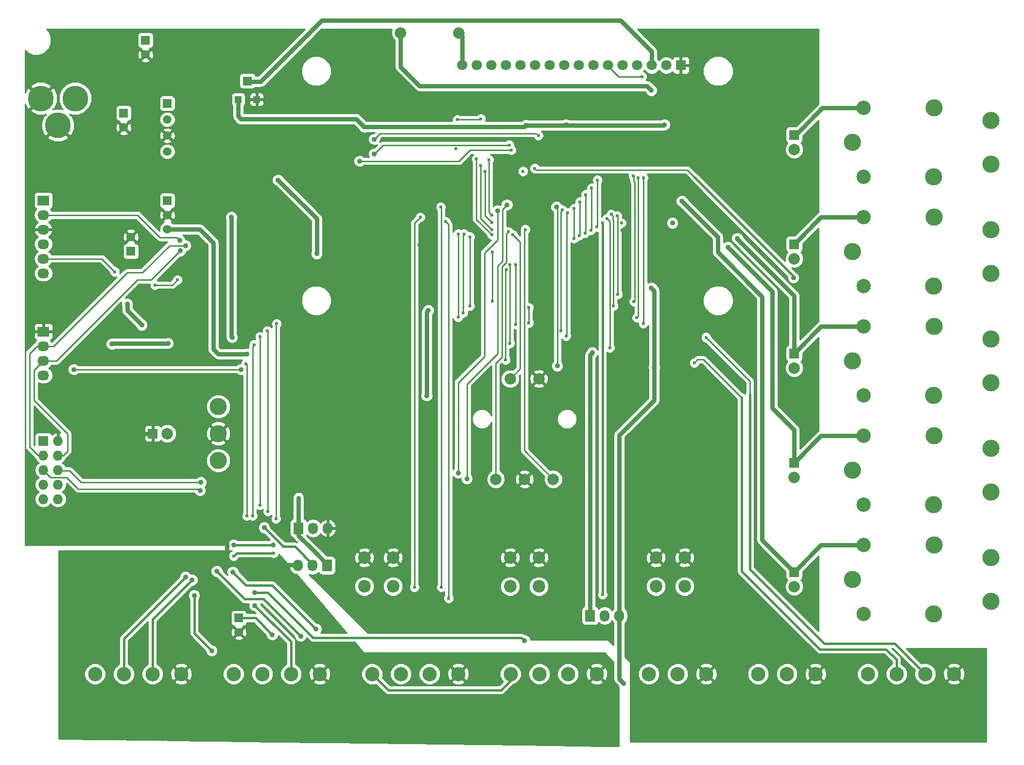
<source format=gbr>
G04 #@! TF.FileFunction,Copper,L2,Bot,Signal*
%FSLAX46Y46*%
G04 Gerber Fmt 4.6, Leading zero omitted, Abs format (unit mm)*
G04 Created by KiCad (PCBNEW 0.201503150816+5513~22~ubuntu14.04.1-product) date Thu 23 Apr 2015 07:11:57 PM EDT*
%MOMM*%
G01*
G04 APERTURE LIST*
%ADD10C,0.100000*%
%ADD11R,1.524000X1.524000*%
%ADD12C,1.524000*%
%ADD13C,1.998980*%
%ADD14R,1.699260X1.699260*%
%ADD15R,1.727200X2.032000*%
%ADD16O,1.727200X2.032000*%
%ADD17C,2.500000*%
%ADD18C,3.000000*%
%ADD19R,2.032000X1.727200*%
%ADD20O,2.032000X1.727200*%
%ADD21C,4.500000*%
%ADD22C,2.200000*%
%ADD23C,2.000000*%
%ADD24C,1.800000*%
%ADD25R,1.800000X1.800000*%
%ADD26C,1.500000*%
%ADD27R,1.500000X1.500000*%
%ADD28R,1.727200X1.727200*%
%ADD29O,1.727200X1.727200*%
%ADD30R,1.600000X1.500000*%
%ADD31R,1.200000X1.200000*%
%ADD32C,0.600000*%
%ADD33C,0.889000*%
%ADD34C,0.762000*%
%ADD35C,0.381000*%
%ADD36C,0.250000*%
%ADD37C,0.254000*%
G04 APERTURE END LIST*
D10*
D11*
X76200000Y-38120000D03*
D12*
X76200000Y-40620000D03*
D11*
X73660000Y-74910000D03*
D12*
X73660000Y-72410000D03*
D11*
X72390000Y-50820000D03*
D12*
X72390000Y-53320000D03*
D11*
X92456000Y-138831000D03*
D12*
X92456000Y-141331000D03*
D13*
X189230000Y-57150000D03*
D14*
X189230000Y-54610000D03*
D13*
X189230000Y-95250000D03*
D14*
X189230000Y-92710000D03*
D13*
X189230000Y-114300000D03*
D14*
X189230000Y-111760000D03*
D13*
X189230000Y-76200000D03*
D14*
X189230000Y-73660000D03*
D13*
X189230000Y-133350000D03*
D14*
X189230000Y-130810000D03*
D13*
X80010000Y-106680000D03*
D14*
X77470000Y-106680000D03*
D15*
X102870000Y-123190000D03*
D16*
X105410000Y-123190000D03*
X107950000Y-123190000D03*
D15*
X107823000Y-129667000D03*
D16*
X105283000Y-129667000D03*
X102743000Y-129667000D03*
D15*
X153670000Y-138430000D03*
D16*
X156210000Y-138430000D03*
X158750000Y-138430000D03*
D17*
X201340000Y-61930000D03*
D18*
X213540000Y-61930000D03*
X213590000Y-49880000D03*
D17*
X201340000Y-49930000D03*
D18*
X199390000Y-55880000D03*
D17*
X201340000Y-80980000D03*
D18*
X213540000Y-80980000D03*
X213590000Y-68930000D03*
D17*
X201340000Y-68980000D03*
D18*
X199390000Y-74930000D03*
D17*
X201340000Y-100030000D03*
D18*
X213540000Y-100030000D03*
X213590000Y-87980000D03*
D17*
X201340000Y-88030000D03*
D18*
X199390000Y-93980000D03*
D17*
X201340000Y-138130000D03*
D18*
X213540000Y-138130000D03*
X213590000Y-126080000D03*
D17*
X201340000Y-126130000D03*
D18*
X199390000Y-132080000D03*
D17*
X201340000Y-119080000D03*
D18*
X213540000Y-119080000D03*
X213590000Y-107030000D03*
D17*
X201340000Y-107080000D03*
D18*
X199390000Y-113030000D03*
D19*
X58420000Y-88900000D03*
D20*
X58420000Y-91440000D03*
X58420000Y-93980000D03*
X58420000Y-96520000D03*
D19*
X58420000Y-66040000D03*
D20*
X58420000Y-68580000D03*
X58420000Y-71120000D03*
X58420000Y-73660000D03*
X58420000Y-76200000D03*
X58420000Y-78740000D03*
D17*
X82430000Y-148590000D03*
X77430000Y-148590000D03*
X72430000Y-148590000D03*
X67430000Y-148590000D03*
X106560000Y-148590000D03*
X101560000Y-148590000D03*
X96560000Y-148590000D03*
X91560000Y-148590000D03*
X130690000Y-148590000D03*
X125690000Y-148590000D03*
X120690000Y-148590000D03*
X115690000Y-148590000D03*
X154820000Y-148590000D03*
X149820000Y-148590000D03*
X144820000Y-148590000D03*
X139820000Y-148590000D03*
D18*
X223520000Y-52070000D03*
X223520000Y-59690000D03*
X223520000Y-71120000D03*
X223520000Y-78740000D03*
X223520000Y-90170000D03*
X223520000Y-97790000D03*
X223520000Y-128270000D03*
X223520000Y-135890000D03*
X223520000Y-109220000D03*
X223520000Y-116840000D03*
D17*
X217050000Y-148590000D03*
X212050000Y-148590000D03*
X207050000Y-148590000D03*
X202050000Y-148590000D03*
X173910000Y-148590000D03*
X163910000Y-148590000D03*
X168910000Y-148590000D03*
X192960000Y-148590000D03*
X182960000Y-148590000D03*
X187960000Y-148590000D03*
D21*
X57960000Y-48260000D03*
X63960000Y-48260000D03*
X60960000Y-52960000D03*
D13*
X120650000Y-36830000D03*
X130810000Y-36830000D03*
D22*
X139740000Y-128310000D03*
X144740000Y-133310000D03*
X144740000Y-128310000D03*
X139740000Y-133310000D03*
X114340000Y-128310000D03*
X119340000Y-133310000D03*
X119340000Y-128310000D03*
X114340000Y-133310000D03*
X165140000Y-128310000D03*
X170140000Y-133310000D03*
X170140000Y-128310000D03*
X165140000Y-133310000D03*
D23*
X137240000Y-114640000D03*
X142240000Y-114640000D03*
X147240000Y-114640000D03*
X139740000Y-97140000D03*
X144740000Y-97140000D03*
D18*
X88900000Y-111380000D03*
X88900000Y-101980000D03*
X88900000Y-106680000D03*
D24*
X133910000Y-42500000D03*
X131370000Y-42500000D03*
X136450000Y-42500000D03*
X161850000Y-42500000D03*
X149150000Y-42500000D03*
X146610000Y-42500000D03*
X144070000Y-42500000D03*
X141530000Y-42500000D03*
X151690000Y-42500000D03*
X154230000Y-42500000D03*
X156770000Y-42500000D03*
X138990000Y-42500000D03*
X159310000Y-42500000D03*
X164390000Y-42500000D03*
X166930000Y-42500000D03*
D25*
X169470000Y-42500000D03*
D12*
X80010000Y-71080000D03*
D11*
X80010000Y-66080000D03*
D12*
X80010000Y-68580000D03*
D26*
X80010000Y-57540000D03*
D27*
X80010000Y-49140000D03*
D26*
X80010000Y-51940000D03*
X80010000Y-54740000D03*
D28*
X58420000Y-107950000D03*
D29*
X60960000Y-107950000D03*
X58420000Y-110490000D03*
X60960000Y-110490000D03*
X58420000Y-113030000D03*
X60960000Y-113030000D03*
X58420000Y-115570000D03*
X60960000Y-115570000D03*
X58420000Y-118110000D03*
X60960000Y-118110000D03*
D30*
X93980000Y-45213000D03*
D31*
X92380000Y-48463000D03*
X95580000Y-48463000D03*
D32*
X102870000Y-117856000D03*
D33*
X159512000Y-150241000D03*
X149479000Y-52832000D03*
X166624000Y-52832000D03*
X142494000Y-52959000D03*
X125222000Y-100076000D03*
X125476000Y-85217000D03*
X164338000Y-81280000D03*
X164846000Y-95123000D03*
X114300000Y-53213000D03*
X92837000Y-51816000D03*
X106045000Y-75311000D03*
X99314000Y-62484000D03*
X80137000Y-90932000D03*
X70358000Y-91059000D03*
D32*
X104267000Y-106680000D03*
X142494000Y-48006000D03*
X90424000Y-128397000D03*
X90424000Y-127381000D03*
X89154000Y-125349000D03*
D33*
X98980000Y-129620000D03*
X81915000Y-123317000D03*
X70739000Y-106553000D03*
D32*
X130302000Y-57023000D03*
D33*
X130302000Y-55372000D03*
X96393000Y-50419000D03*
X81280000Y-82169000D03*
D32*
X123825000Y-73787000D03*
X151384000Y-64516000D03*
X147701000Y-49403000D03*
X138938000Y-55499000D03*
X122936000Y-61595000D03*
X122682000Y-68453000D03*
X143256000Y-82931000D03*
X159258000Y-71247000D03*
X98552000Y-127508000D03*
X91567000Y-128016000D03*
D33*
X98298000Y-141732000D03*
X93853000Y-92837000D03*
X154051000Y-92583000D03*
X73025000Y-84074000D03*
X75565000Y-87757000D03*
X179324000Y-72644000D03*
X177673000Y-74168000D03*
X169672000Y-66167000D03*
X98425000Y-126111000D03*
X91567000Y-126111000D03*
X96901000Y-123063000D03*
D32*
X139954000Y-57277000D03*
D33*
X113538000Y-59182000D03*
X83185000Y-73914000D03*
D32*
X139573000Y-56388000D03*
D33*
X116078000Y-57912000D03*
X82296000Y-74803000D03*
D32*
X144653000Y-54737000D03*
D33*
X116078000Y-55372000D03*
X82169000Y-73025000D03*
X147828000Y-67183000D03*
X147955000Y-94869000D03*
X92837000Y-95504000D03*
X63754000Y-95504000D03*
D32*
X81788000Y-79883000D03*
X77851000Y-80772000D03*
X70866000Y-78486000D03*
D33*
X84328000Y-132207000D03*
X83185000Y-131699000D03*
X95250000Y-136652000D03*
X84709000Y-134874000D03*
X87757000Y-144526000D03*
X103251000Y-141986000D03*
X88646000Y-130683000D03*
X95250000Y-134366000D03*
X142240000Y-142748000D03*
X105918000Y-140716000D03*
X91440000Y-130810000D03*
D32*
X173863000Y-89916000D03*
X157353000Y-68453000D03*
X157734000Y-84455000D03*
X156591000Y-69215000D03*
X157099000Y-91694000D03*
X171831000Y-94361000D03*
X155829000Y-69977000D03*
X155829000Y-134747000D03*
X144018000Y-60452000D03*
D33*
X189103000Y-79502000D03*
X164338000Y-46863000D03*
D32*
X127635000Y-67183000D03*
X127762000Y-133477000D03*
X124079000Y-68961000D03*
X123063000Y-133477000D03*
X128524000Y-69723000D03*
X129032000Y-135382000D03*
X139446000Y-71501000D03*
X142367000Y-71120000D03*
X140208000Y-72009000D03*
D33*
X91186000Y-68961000D03*
X91313000Y-89916000D03*
D32*
X136525000Y-68580000D03*
X136017000Y-58928000D03*
X134620000Y-51816000D03*
X130556000Y-51943000D03*
X130683000Y-71882000D03*
X130683000Y-86360000D03*
X161798000Y-86487000D03*
X162052000Y-62103000D03*
X136525000Y-72009000D03*
X133858000Y-58801000D03*
X136525000Y-71120000D03*
X134620000Y-59944000D03*
X132715000Y-72390000D03*
X132715000Y-84455000D03*
X143002000Y-84709000D03*
X143002000Y-87376000D03*
X162941000Y-87503000D03*
X162941000Y-62103000D03*
X162687000Y-44450000D03*
X136525000Y-69850000D03*
X135382000Y-60960000D03*
X131699000Y-71882000D03*
X131572000Y-85598000D03*
X161290000Y-83693000D03*
X161163000Y-61722000D03*
X158496000Y-82423000D03*
X136652000Y-83566000D03*
X136652000Y-75057000D03*
X158369000Y-68707000D03*
X139065000Y-78105000D03*
X138938000Y-93853000D03*
X93726000Y-94488000D03*
X93853000Y-121031000D03*
X139700000Y-77216000D03*
X139700000Y-90932000D03*
X95123000Y-91186000D03*
X94869000Y-121031000D03*
X140716000Y-77216000D03*
X140716000Y-87630000D03*
X99060000Y-87503000D03*
X98933000Y-121539000D03*
X154813000Y-70612000D03*
X154940000Y-62484000D03*
X153797000Y-71247000D03*
X153924000Y-63881000D03*
X152781000Y-71755000D03*
X152908000Y-65024000D03*
X151765000Y-72136000D03*
X151892000Y-66294000D03*
X150876000Y-72644000D03*
X150876000Y-67437000D03*
X149733000Y-68199000D03*
X149479000Y-89662000D03*
X96139000Y-89789000D03*
X96139000Y-119126000D03*
X97536000Y-120269000D03*
X97409000Y-88773000D03*
X148590000Y-88773000D03*
X148844000Y-67691000D03*
D33*
X85725000Y-116586000D03*
X132207000Y-114554000D03*
X139192000Y-66802000D03*
X85852000Y-115189000D03*
X130683000Y-113538000D03*
X137541000Y-67818000D03*
X168021000Y-69977000D03*
D32*
X159131000Y-69977000D03*
X141986000Y-60960000D03*
D34*
X102870000Y-123190000D02*
X102870000Y-117856000D01*
X102870000Y-123190000D02*
X102870000Y-124460000D01*
X105283000Y-126873000D02*
X107950000Y-129540000D01*
X102870000Y-124460000D02*
X105283000Y-126873000D01*
X159512000Y-150241000D02*
X158750000Y-149479000D01*
X158750000Y-149479000D02*
X158750000Y-138430000D01*
X158750000Y-138430000D02*
X158750000Y-106934000D01*
X164846000Y-100838000D02*
X164846000Y-95123000D01*
X158750000Y-106934000D02*
X164846000Y-100838000D01*
X149479000Y-52832000D02*
X149479000Y-52959000D01*
X149479000Y-52959000D02*
X149479000Y-52832000D01*
X149479000Y-52832000D02*
X149479000Y-52959000D01*
X142494000Y-52959000D02*
X149479000Y-52959000D01*
X149479000Y-52959000D02*
X166497000Y-52959000D01*
X166497000Y-52959000D02*
X166624000Y-52832000D01*
X142240000Y-53213000D02*
X114300000Y-53213000D01*
X142494000Y-52959000D02*
X142240000Y-53213000D01*
X125222000Y-85471000D02*
X125222000Y-100076000D01*
X125476000Y-85217000D02*
X125222000Y-85471000D01*
X164338000Y-81280000D02*
X164846000Y-81788000D01*
X164846000Y-81788000D02*
X164846000Y-95123000D01*
X112903000Y-51816000D02*
X92837000Y-51816000D01*
X114300000Y-53213000D02*
X112903000Y-51816000D01*
X106045000Y-69215000D02*
X106045000Y-75311000D01*
X99314000Y-62484000D02*
X106045000Y-69215000D01*
X70485000Y-90932000D02*
X80137000Y-90932000D01*
X70358000Y-91059000D02*
X70485000Y-90932000D01*
X92380000Y-48590000D02*
X92380000Y-51359000D01*
X92380000Y-51359000D02*
X92837000Y-51816000D01*
X90424000Y-127381000D02*
X90424000Y-128397000D01*
X89154000Y-125349000D02*
X89916000Y-125349000D01*
X90424000Y-125857000D02*
X90424000Y-127381000D01*
X89916000Y-125349000D02*
X90424000Y-125857000D01*
X98980000Y-129620000D02*
X102696000Y-129620000D01*
X102696000Y-129620000D02*
X102743000Y-129667000D01*
X98980000Y-129620000D02*
X98933000Y-129667000D01*
X70866000Y-106680000D02*
X77470000Y-106680000D01*
X70739000Y-106553000D02*
X70866000Y-106680000D01*
D35*
X95580000Y-48463000D02*
X95580000Y-49606000D01*
X95580000Y-49606000D02*
X96393000Y-50419000D01*
X92075000Y-127508000D02*
X98552000Y-127508000D01*
X91567000Y-128016000D02*
X92075000Y-127508000D01*
X139820000Y-148590000D02*
X139820000Y-149740000D01*
X139820000Y-149740000D02*
X138176000Y-151384000D01*
X138176000Y-151384000D02*
X118484000Y-151384000D01*
X118484000Y-151384000D02*
X115690000Y-148590000D01*
X95397000Y-138831000D02*
X92456000Y-138831000D01*
X98298000Y-141732000D02*
X95397000Y-138831000D01*
D34*
X85685000Y-71080000D02*
X88011000Y-73406000D01*
X88011000Y-73406000D02*
X88011000Y-91948000D01*
X88011000Y-91948000D02*
X88900000Y-92837000D01*
X88900000Y-92837000D02*
X93853000Y-92837000D01*
X154051000Y-92583000D02*
X153670000Y-92964000D01*
X153670000Y-92964000D02*
X153670000Y-138430000D01*
X80010000Y-71080000D02*
X85685000Y-71080000D01*
X73025000Y-85217000D02*
X73025000Y-84074000D01*
X75565000Y-87757000D02*
X73025000Y-85217000D01*
X189230000Y-54610000D02*
X189484000Y-54610000D01*
X189484000Y-54610000D02*
X194164000Y-49930000D01*
X194164000Y-49930000D02*
X201340000Y-49930000D01*
X201340000Y-88030000D02*
X193910000Y-88030000D01*
X193910000Y-88030000D02*
X189230000Y-92710000D01*
X189230000Y-82677000D02*
X179324000Y-72771000D01*
X179324000Y-72771000D02*
X179324000Y-72644000D01*
X189230000Y-82677000D02*
X189230000Y-92710000D01*
X201340000Y-107080000D02*
X193910000Y-107080000D01*
X193910000Y-107080000D02*
X189230000Y-111760000D01*
X189230000Y-106045000D02*
X185420000Y-102235000D01*
X185420000Y-102235000D02*
X185420000Y-81915000D01*
X185420000Y-81915000D02*
X177673000Y-74168000D01*
X189230000Y-106045000D02*
X189230000Y-111760000D01*
X201340000Y-68980000D02*
X193910000Y-68980000D01*
X193910000Y-68980000D02*
X189230000Y-73660000D01*
X201340000Y-126130000D02*
X193910000Y-126130000D01*
X193910000Y-126130000D02*
X189230000Y-130810000D01*
X169672000Y-66167000D02*
X175895000Y-72390000D01*
X175895000Y-72390000D02*
X175895000Y-75057000D01*
X175895000Y-75057000D02*
X183642000Y-82804000D01*
X183642000Y-82804000D02*
X183642000Y-125222000D01*
X189230000Y-130810000D02*
X183642000Y-125222000D01*
D35*
X91567000Y-126111000D02*
X98425000Y-126111000D01*
X102235000Y-126365000D02*
X105410000Y-129540000D01*
X100203000Y-126365000D02*
X102235000Y-126365000D01*
X96901000Y-123063000D02*
X100203000Y-126365000D01*
D36*
X132715000Y-57277000D02*
X130810000Y-59182000D01*
X130810000Y-59182000D02*
X113538000Y-59182000D01*
D37*
X83185000Y-73914000D02*
X80391000Y-73914000D01*
X80391000Y-73914000D02*
X75692000Y-78613000D01*
X75692000Y-78613000D02*
X73025000Y-78613000D01*
X73025000Y-78613000D02*
X60198000Y-91440000D01*
X58420000Y-91440000D02*
X60198000Y-91440000D01*
D36*
X139954000Y-57277000D02*
X132715000Y-57277000D01*
X57277000Y-91440000D02*
X56007000Y-92710000D01*
X56007000Y-92710000D02*
X56007000Y-108966000D01*
X56007000Y-108966000D02*
X57531000Y-110490000D01*
X57531000Y-110490000D02*
X58420000Y-110490000D01*
X58420000Y-91440000D02*
X57277000Y-91440000D01*
X117602000Y-56388000D02*
X116078000Y-57912000D01*
D37*
X82296000Y-74803000D02*
X77216000Y-79883000D01*
X77216000Y-79883000D02*
X74803000Y-79883000D01*
X74803000Y-79883000D02*
X60706000Y-93980000D01*
X58420000Y-93980000D02*
X60706000Y-93980000D01*
D36*
X139573000Y-56388000D02*
X117602000Y-56388000D01*
X61849000Y-110490000D02*
X62611000Y-109728000D01*
X62611000Y-109728000D02*
X62611000Y-106680000D01*
X62611000Y-106680000D02*
X56769000Y-100838000D01*
X56769000Y-100838000D02*
X56769000Y-95631000D01*
X56769000Y-95631000D02*
X58420000Y-93980000D01*
X60960000Y-110490000D02*
X61849000Y-110490000D01*
X144653000Y-54737000D02*
X144272000Y-54356000D01*
X144272000Y-54356000D02*
X117094000Y-54356000D01*
X117094000Y-54356000D02*
X116078000Y-55372000D01*
D37*
X82169000Y-73025000D02*
X81661000Y-72517000D01*
X81661000Y-72517000D02*
X78740000Y-72517000D01*
X78740000Y-72517000D02*
X74803000Y-68580000D01*
X74803000Y-68580000D02*
X58420000Y-68580000D01*
D36*
X147828000Y-67183000D02*
X147955000Y-67310000D01*
X147955000Y-67310000D02*
X147955000Y-94869000D01*
X92837000Y-95504000D02*
X71374000Y-95504000D01*
X71374000Y-95504000D02*
X63754000Y-95504000D01*
X81788000Y-79883000D02*
X80899000Y-80772000D01*
X80899000Y-80772000D02*
X77851000Y-80772000D01*
X70866000Y-78486000D02*
X68580000Y-76200000D01*
X68580000Y-76200000D02*
X58420000Y-76200000D01*
D35*
X77430000Y-139105000D02*
X77430000Y-148590000D01*
X84328000Y-132207000D02*
X77430000Y-139105000D01*
X72430000Y-148590000D02*
X72430000Y-142454000D01*
X72430000Y-142454000D02*
X83185000Y-131699000D01*
X101560000Y-142962000D02*
X101560000Y-148590000D01*
X95250000Y-136652000D02*
X101560000Y-142962000D01*
X84709000Y-141478000D02*
X84709000Y-134874000D01*
X87757000Y-144526000D02*
X84709000Y-141478000D01*
X96774000Y-135509000D02*
X103251000Y-141986000D01*
X93472000Y-135509000D02*
X96774000Y-135509000D01*
X88646000Y-130683000D02*
X93472000Y-135509000D01*
X97536000Y-134366000D02*
X95250000Y-134366000D01*
X105410000Y-142240000D02*
X97536000Y-134366000D01*
X141732000Y-142240000D02*
X105410000Y-142240000D01*
X142240000Y-142748000D02*
X141732000Y-142240000D01*
X98298000Y-133096000D02*
X105918000Y-140716000D01*
X93726000Y-133096000D02*
X98298000Y-133096000D01*
X91440000Y-130810000D02*
X93726000Y-133096000D01*
D36*
X181483000Y-97536000D02*
X173863000Y-89916000D01*
D35*
X181483000Y-99822000D02*
X181483000Y-130302000D01*
X181483000Y-130302000D02*
X194437000Y-143256000D01*
X194437000Y-143256000D02*
X206716000Y-143256000D01*
X212050000Y-148590000D02*
X206716000Y-143256000D01*
D36*
X181483000Y-99822000D02*
X181483000Y-97536000D01*
X157353000Y-68453000D02*
X157607000Y-68707000D01*
X157607000Y-68707000D02*
X157607000Y-69469000D01*
X157607000Y-69469000D02*
X157734000Y-69596000D01*
X157734000Y-69596000D02*
X157734000Y-84455000D01*
D35*
X207050000Y-148590000D02*
X207050000Y-146090000D01*
X180086000Y-130683000D02*
X180086000Y-100330000D01*
X193675000Y-144272000D02*
X180086000Y-130683000D01*
X205232000Y-144272000D02*
X193675000Y-144272000D01*
X207050000Y-146090000D02*
X205232000Y-144272000D01*
D36*
X156591000Y-69215000D02*
X157099000Y-69723000D01*
X157099000Y-69723000D02*
X157099000Y-91694000D01*
X173418500Y-93789500D02*
X180086000Y-100457000D01*
X180086000Y-100457000D02*
X180086000Y-100330000D01*
X171831000Y-94361000D02*
X172402500Y-93789500D01*
X172402500Y-93789500D02*
X173418500Y-93789500D01*
X155829000Y-69977000D02*
X155956000Y-70104000D01*
D35*
X155829000Y-69977000D02*
X155829000Y-134747000D01*
D36*
X144018000Y-60452000D02*
X144272000Y-60706000D01*
X144272000Y-60706000D02*
X170561000Y-60706000D01*
X170561000Y-60706000D02*
X171831000Y-61976000D01*
D35*
X171831000Y-61976000D02*
X189103000Y-79248000D01*
X189103000Y-79248000D02*
X189103000Y-79502000D01*
D34*
X120650000Y-42799000D02*
X123952000Y-46101000D01*
X123952000Y-46101000D02*
X163576000Y-46101000D01*
X163576000Y-46101000D02*
X164338000Y-46863000D01*
X120650000Y-36830000D02*
X120650000Y-42799000D01*
X131370000Y-42500000D02*
X131370000Y-37390000D01*
X131370000Y-37390000D02*
X130810000Y-36830000D01*
X93980000Y-45340000D02*
X96265000Y-45340000D01*
X96265000Y-45340000D02*
X106934000Y-34671000D01*
X164390000Y-40057000D02*
X164390000Y-42500000D01*
X159004000Y-34671000D02*
X164390000Y-40057000D01*
X106934000Y-34671000D02*
X159004000Y-34671000D01*
D36*
X127635000Y-67183000D02*
X127762000Y-67310000D01*
X127762000Y-67310000D02*
X127762000Y-133477000D01*
X124079000Y-68961000D02*
X123063000Y-69977000D01*
X123063000Y-69977000D02*
X123063000Y-133477000D01*
X128524000Y-69723000D02*
X129032000Y-70231000D01*
X129032000Y-70231000D02*
X129032000Y-135382000D01*
X139446000Y-71501000D02*
X139065000Y-71882000D01*
X139065000Y-71882000D02*
X139065000Y-76835000D01*
X139065000Y-76835000D02*
X138303000Y-77597000D01*
X138303000Y-77597000D02*
X138303000Y-93345000D01*
X138303000Y-93345000D02*
X137240000Y-94408000D01*
X137240000Y-94408000D02*
X137240000Y-114640000D01*
X142367000Y-71120000D02*
X142240000Y-71247000D01*
X142240000Y-71247000D02*
X142240000Y-109640000D01*
X142240000Y-109640000D02*
X147240000Y-114640000D01*
X140208000Y-72009000D02*
X141478000Y-73279000D01*
X141478000Y-73279000D02*
X141478000Y-95402000D01*
X141478000Y-95402000D02*
X139740000Y-97140000D01*
D34*
X91186000Y-89789000D02*
X91186000Y-68961000D01*
X91313000Y-89916000D02*
X91186000Y-89789000D01*
D36*
X136525000Y-68580000D02*
X136017000Y-68072000D01*
X136017000Y-68072000D02*
X136017000Y-58928000D01*
X134620000Y-51816000D02*
X134493000Y-51943000D01*
X134493000Y-51943000D02*
X130556000Y-51943000D01*
X130683000Y-71882000D02*
X130683000Y-86360000D01*
X161798000Y-86487000D02*
X162052000Y-86233000D01*
X162052000Y-86233000D02*
X162052000Y-62103000D01*
X136525000Y-72009000D02*
X133858000Y-69342000D01*
X133858000Y-69342000D02*
X133858000Y-58801000D01*
X136525000Y-71120000D02*
X134620000Y-69215000D01*
X134620000Y-69215000D02*
X134620000Y-59944000D01*
X132715000Y-84455000D02*
X132715000Y-72390000D01*
X143002000Y-87376000D02*
X143002000Y-84709000D01*
X162941000Y-62103000D02*
X162941000Y-87503000D01*
X158623000Y-44450000D02*
X162687000Y-44450000D01*
X156770000Y-42597000D02*
X158623000Y-44450000D01*
X156770000Y-42500000D02*
X156770000Y-42597000D01*
X136525000Y-69850000D02*
X135382000Y-68707000D01*
X135382000Y-68707000D02*
X135382000Y-60960000D01*
X131699000Y-71882000D02*
X131572000Y-72009000D01*
X131572000Y-72009000D02*
X131572000Y-85598000D01*
X161290000Y-83693000D02*
X161417000Y-83566000D01*
X161417000Y-83566000D02*
X161417000Y-62865000D01*
X161417000Y-62865000D02*
X161290000Y-62738000D01*
X161290000Y-62738000D02*
X161290000Y-61849000D01*
X161290000Y-61849000D02*
X161163000Y-61722000D01*
X158496000Y-68834000D02*
X158369000Y-68707000D01*
X136652000Y-75057000D02*
X136652000Y-83566000D01*
X158496000Y-82423000D02*
X158496000Y-68834000D01*
X139065000Y-78105000D02*
X138938000Y-78232000D01*
X138938000Y-78232000D02*
X138938000Y-93853000D01*
X93726000Y-94488000D02*
X93853000Y-94615000D01*
X93853000Y-94615000D02*
X93853000Y-121031000D01*
X139700000Y-77216000D02*
X139700000Y-90932000D01*
X95123000Y-91186000D02*
X94869000Y-91440000D01*
X94869000Y-91440000D02*
X94869000Y-121031000D01*
X140716000Y-77216000D02*
X140716000Y-87630000D01*
X99060000Y-87503000D02*
X98933000Y-87630000D01*
X98933000Y-87630000D02*
X98933000Y-121539000D01*
X154813000Y-70612000D02*
X154940000Y-70485000D01*
X154940000Y-70485000D02*
X154940000Y-62484000D01*
X153797000Y-71247000D02*
X153924000Y-71120000D01*
X153924000Y-71120000D02*
X153924000Y-63881000D01*
X152781000Y-71755000D02*
X152908000Y-71628000D01*
X152908000Y-71628000D02*
X152908000Y-65024000D01*
X151765000Y-72136000D02*
X151892000Y-72009000D01*
X151892000Y-72009000D02*
X151892000Y-66294000D01*
X150876000Y-72644000D02*
X150876000Y-67437000D01*
X149733000Y-68199000D02*
X149606000Y-68326000D01*
X149606000Y-68326000D02*
X149606000Y-89535000D01*
X149606000Y-89535000D02*
X149479000Y-89662000D01*
X96139000Y-89789000D02*
X96139000Y-119126000D01*
X97536000Y-88900000D02*
X97536000Y-120269000D01*
X97409000Y-88773000D02*
X97536000Y-88900000D01*
X148590000Y-67945000D02*
X148590000Y-88773000D01*
X148844000Y-67691000D02*
X148590000Y-67945000D01*
X59690000Y-114300000D02*
X58420000Y-113030000D01*
X62484000Y-114300000D02*
X59690000Y-114300000D01*
X64516000Y-116332000D02*
X62484000Y-114300000D01*
X85471000Y-116332000D02*
X64516000Y-116332000D01*
X85725000Y-116586000D02*
X85471000Y-116332000D01*
X132207000Y-98044000D02*
X132207000Y-114554000D01*
X137541000Y-92710000D02*
X132207000Y-98044000D01*
X137541000Y-77470000D02*
X137541000Y-92710000D01*
X138430000Y-76581000D02*
X137541000Y-77470000D01*
X138430000Y-67564000D02*
X138430000Y-76581000D01*
X139192000Y-66802000D02*
X138430000Y-67564000D01*
X62992000Y-113157000D02*
X61087000Y-113157000D01*
X65024000Y-115189000D02*
X62992000Y-113157000D01*
X85852000Y-115189000D02*
X65024000Y-115189000D01*
X130683000Y-97790000D02*
X130683000Y-113538000D01*
X135255000Y-93218000D02*
X130683000Y-97790000D01*
X135255000Y-75184000D02*
X135255000Y-93218000D01*
X137541000Y-72898000D02*
X135255000Y-75184000D01*
X137541000Y-67818000D02*
X137541000Y-72898000D01*
X61087000Y-113157000D02*
X60960000Y-113030000D01*
D37*
G36*
X158623000Y-161161340D02*
X156714388Y-161136552D01*
X156714388Y-148914194D01*
X156694250Y-148164565D01*
X156446123Y-147565533D01*
X156153320Y-147436285D01*
X155973715Y-147615890D01*
X155973715Y-147256680D01*
X155844467Y-146963877D01*
X155144194Y-146695612D01*
X154394565Y-146715750D01*
X153795533Y-146963877D01*
X153666285Y-147256680D01*
X154820000Y-148410395D01*
X155973715Y-147256680D01*
X155973715Y-147615890D01*
X154999605Y-148590000D01*
X156153320Y-149743715D01*
X156446123Y-149614467D01*
X156714388Y-148914194D01*
X156714388Y-161136552D01*
X155973715Y-161126933D01*
X155973715Y-149923320D01*
X154820000Y-148769605D01*
X154640395Y-148949210D01*
X154640395Y-148590000D01*
X153486680Y-147436285D01*
X153193877Y-147565533D01*
X152925612Y-148265806D01*
X152945750Y-149015435D01*
X153193877Y-149614467D01*
X153486680Y-149743715D01*
X154640395Y-148590000D01*
X154640395Y-148949210D01*
X153666285Y-149923320D01*
X153795533Y-150216123D01*
X154495806Y-150484388D01*
X155245435Y-150464250D01*
X155844467Y-150216123D01*
X155973715Y-149923320D01*
X155973715Y-161126933D01*
X151705326Y-161071500D01*
X151705326Y-148216695D01*
X151418957Y-147523628D01*
X150889161Y-146992907D01*
X150196595Y-146705328D01*
X149446695Y-146704674D01*
X148753628Y-146991043D01*
X148222907Y-147520839D01*
X147935328Y-148213405D01*
X147934674Y-148963305D01*
X148221043Y-149656372D01*
X148750839Y-150187093D01*
X149443405Y-150474672D01*
X150193305Y-150475326D01*
X150886372Y-150188957D01*
X151417093Y-149659161D01*
X151704672Y-148966595D01*
X151705326Y-148216695D01*
X151705326Y-161071500D01*
X146705326Y-161006565D01*
X146705326Y-148216695D01*
X146418957Y-147523628D01*
X145889161Y-146992907D01*
X145196595Y-146705328D01*
X144446695Y-146704674D01*
X143753628Y-146991043D01*
X143222907Y-147520839D01*
X142935328Y-148213405D01*
X142934674Y-148963305D01*
X143221043Y-149656372D01*
X143750839Y-150187093D01*
X144443405Y-150474672D01*
X145193305Y-150475326D01*
X145886372Y-150188957D01*
X146417093Y-149659161D01*
X146704672Y-148966595D01*
X146705326Y-148216695D01*
X146705326Y-161006565D01*
X141705326Y-160941629D01*
X141705326Y-148216695D01*
X141418957Y-147523628D01*
X140889161Y-146992907D01*
X140196595Y-146705328D01*
X139446695Y-146704674D01*
X138753628Y-146991043D01*
X138222907Y-147520839D01*
X137935328Y-148213405D01*
X137934674Y-148963305D01*
X138221043Y-149656372D01*
X138478393Y-149914172D01*
X137834066Y-150558500D01*
X132584388Y-150558500D01*
X132584388Y-148914194D01*
X132564250Y-148164565D01*
X132316123Y-147565533D01*
X132023320Y-147436285D01*
X131843715Y-147615890D01*
X131843715Y-147256680D01*
X131714467Y-146963877D01*
X131014194Y-146695612D01*
X130264565Y-146715750D01*
X129665533Y-146963877D01*
X129536285Y-147256680D01*
X130690000Y-148410395D01*
X131843715Y-147256680D01*
X131843715Y-147615890D01*
X130869605Y-148590000D01*
X132023320Y-149743715D01*
X132316123Y-149614467D01*
X132584388Y-148914194D01*
X132584388Y-150558500D01*
X131843715Y-150558500D01*
X131843715Y-149923320D01*
X130690000Y-148769605D01*
X130510395Y-148949210D01*
X130510395Y-148590000D01*
X129356680Y-147436285D01*
X129063877Y-147565533D01*
X128795612Y-148265806D01*
X128815750Y-149015435D01*
X129063877Y-149614467D01*
X129356680Y-149743715D01*
X130510395Y-148590000D01*
X130510395Y-148949210D01*
X129536285Y-149923320D01*
X129665533Y-150216123D01*
X130365806Y-150484388D01*
X131115435Y-150464250D01*
X131714467Y-150216123D01*
X131843715Y-149923320D01*
X131843715Y-150558500D01*
X127575326Y-150558500D01*
X127575326Y-148216695D01*
X127288957Y-147523628D01*
X126759161Y-146992907D01*
X126066595Y-146705328D01*
X125316695Y-146704674D01*
X124623628Y-146991043D01*
X124092907Y-147520839D01*
X123805328Y-148213405D01*
X123804674Y-148963305D01*
X124091043Y-149656372D01*
X124620839Y-150187093D01*
X125313405Y-150474672D01*
X126063305Y-150475326D01*
X126756372Y-150188957D01*
X127287093Y-149659161D01*
X127574672Y-148966595D01*
X127575326Y-148216695D01*
X127575326Y-150558500D01*
X122575326Y-150558500D01*
X122575326Y-148216695D01*
X122288957Y-147523628D01*
X121759161Y-146992907D01*
X121066595Y-146705328D01*
X120316695Y-146704674D01*
X119623628Y-146991043D01*
X119092907Y-147520839D01*
X118805328Y-148213405D01*
X118804674Y-148963305D01*
X119091043Y-149656372D01*
X119620839Y-150187093D01*
X120313405Y-150474672D01*
X121063305Y-150475326D01*
X121756372Y-150188957D01*
X122287093Y-149659161D01*
X122574672Y-148966595D01*
X122575326Y-148216695D01*
X122575326Y-150558500D01*
X118825933Y-150558500D01*
X117474725Y-149207292D01*
X117574672Y-148966595D01*
X117575326Y-148216695D01*
X117288957Y-147523628D01*
X116759161Y-146992907D01*
X116066595Y-146705328D01*
X115316695Y-146704674D01*
X114623628Y-146991043D01*
X114092907Y-147520839D01*
X113805328Y-148213405D01*
X113804674Y-148963305D01*
X114091043Y-149656372D01*
X114620839Y-150187093D01*
X115313405Y-150474672D01*
X116063305Y-150475326D01*
X116307141Y-150374574D01*
X117900280Y-151967713D01*
X117900283Y-151967717D01*
X117900284Y-151967717D01*
X118168095Y-152146663D01*
X118484000Y-152209501D01*
X118484000Y-152209500D01*
X118484005Y-152209500D01*
X138176000Y-152209500D01*
X138491905Y-152146663D01*
X138491906Y-152146663D01*
X138759717Y-151967717D01*
X140293513Y-150433920D01*
X140886372Y-150188957D01*
X141417093Y-149659161D01*
X141704672Y-148966595D01*
X141705326Y-148216695D01*
X141705326Y-160941629D01*
X108454388Y-160509799D01*
X108454388Y-148914194D01*
X108434250Y-148164565D01*
X108186123Y-147565533D01*
X107893320Y-147436285D01*
X107713715Y-147615890D01*
X107713715Y-147256680D01*
X107584467Y-146963877D01*
X106884194Y-146695612D01*
X106134565Y-146715750D01*
X105535533Y-146963877D01*
X105406285Y-147256680D01*
X106560000Y-148410395D01*
X107713715Y-147256680D01*
X107713715Y-147615890D01*
X106739605Y-148590000D01*
X107893320Y-149743715D01*
X108186123Y-149614467D01*
X108454388Y-148914194D01*
X108454388Y-160509799D01*
X107713715Y-160500180D01*
X107713715Y-149923320D01*
X106560000Y-148769605D01*
X106380395Y-148949210D01*
X106380395Y-148590000D01*
X105226680Y-147436285D01*
X104933877Y-147565533D01*
X104665612Y-148265806D01*
X104685750Y-149015435D01*
X104933877Y-149614467D01*
X105226680Y-149743715D01*
X106380395Y-148590000D01*
X106380395Y-148949210D01*
X105406285Y-149923320D01*
X105535533Y-150216123D01*
X106235806Y-150484388D01*
X106985435Y-150464250D01*
X107584467Y-150216123D01*
X107713715Y-149923320D01*
X107713715Y-160500180D01*
X98445326Y-160379811D01*
X98445326Y-148216695D01*
X98158957Y-147523628D01*
X97629161Y-146992907D01*
X96936595Y-146705328D01*
X96186695Y-146704674D01*
X95493628Y-146991043D01*
X94962907Y-147520839D01*
X94675328Y-148213405D01*
X94674674Y-148963305D01*
X94961043Y-149656372D01*
X95490839Y-150187093D01*
X96183405Y-150474672D01*
X96933305Y-150475326D01*
X97626372Y-150188957D01*
X98157093Y-149659161D01*
X98444672Y-148966595D01*
X98445326Y-148216695D01*
X98445326Y-160379811D01*
X93865144Y-160320329D01*
X93865144Y-141538698D01*
X93837362Y-140983632D01*
X93678397Y-140599857D01*
X93436213Y-140530392D01*
X92635605Y-141331000D01*
X93436213Y-142131608D01*
X93678397Y-142062143D01*
X93865144Y-141538698D01*
X93865144Y-160320329D01*
X93445326Y-160314876D01*
X93445326Y-148216695D01*
X93256608Y-147759961D01*
X93256608Y-142311213D01*
X92456000Y-141510605D01*
X92276395Y-141690210D01*
X92276395Y-141331000D01*
X91475787Y-140530392D01*
X91233603Y-140599857D01*
X91046856Y-141123302D01*
X91074638Y-141678368D01*
X91233603Y-142062143D01*
X91475787Y-142131608D01*
X92276395Y-141331000D01*
X92276395Y-141690210D01*
X91655392Y-142311213D01*
X91724857Y-142553397D01*
X92248302Y-142740144D01*
X92803368Y-142712362D01*
X93187143Y-142553397D01*
X93256608Y-142311213D01*
X93256608Y-147759961D01*
X93158957Y-147523628D01*
X92629161Y-146992907D01*
X91936595Y-146705328D01*
X91186695Y-146704674D01*
X90493628Y-146991043D01*
X89962907Y-147520839D01*
X89675328Y-148213405D01*
X89674674Y-148963305D01*
X89961043Y-149656372D01*
X90490839Y-150187093D01*
X91183405Y-150474672D01*
X91933305Y-150475326D01*
X92626372Y-150188957D01*
X93157093Y-149659161D01*
X93444672Y-148966595D01*
X93445326Y-148216695D01*
X93445326Y-160314876D01*
X88836687Y-160255024D01*
X88836687Y-144312216D01*
X88672689Y-143915311D01*
X88369286Y-143611378D01*
X87972668Y-143446687D01*
X87845009Y-143446575D01*
X85534500Y-141136066D01*
X85534500Y-135575252D01*
X85623622Y-135486286D01*
X85788313Y-135089668D01*
X85788687Y-134660216D01*
X85624689Y-134263311D01*
X85407687Y-134045929D01*
X85407687Y-131993216D01*
X85243689Y-131596311D01*
X84940286Y-131292378D01*
X84543668Y-131127687D01*
X84116805Y-131127315D01*
X84100689Y-131088311D01*
X83797286Y-130784378D01*
X83400668Y-130619687D01*
X82971216Y-130619313D01*
X82574311Y-130783311D01*
X82270378Y-131086714D01*
X82105687Y-131483332D01*
X82105575Y-131610990D01*
X71846283Y-141870283D01*
X71667337Y-142138094D01*
X71604500Y-142454000D01*
X71604500Y-146891516D01*
X71363628Y-146991043D01*
X70832907Y-147520839D01*
X70545328Y-148213405D01*
X70544674Y-148963305D01*
X70831043Y-149656372D01*
X71360839Y-150187093D01*
X72053405Y-150474672D01*
X72803305Y-150475326D01*
X73496372Y-150188957D01*
X74027093Y-149659161D01*
X74314672Y-148966595D01*
X74315326Y-148216695D01*
X74028957Y-147523628D01*
X73499161Y-146992907D01*
X73255500Y-146891729D01*
X73255500Y-142795934D01*
X76604500Y-139446934D01*
X76604500Y-146891516D01*
X76363628Y-146991043D01*
X75832907Y-147520839D01*
X75545328Y-148213405D01*
X75544674Y-148963305D01*
X75831043Y-149656372D01*
X76360839Y-150187093D01*
X77053405Y-150474672D01*
X77803305Y-150475326D01*
X78496372Y-150188957D01*
X79027093Y-149659161D01*
X79314672Y-148966595D01*
X79315326Y-148216695D01*
X79028957Y-147523628D01*
X78499161Y-146992907D01*
X78255500Y-146891729D01*
X78255500Y-139446934D01*
X84415856Y-133286577D01*
X84541784Y-133286687D01*
X84938689Y-133122689D01*
X85242622Y-132819286D01*
X85407313Y-132422668D01*
X85407687Y-131993216D01*
X85407687Y-134045929D01*
X85321286Y-133959378D01*
X84924668Y-133794687D01*
X84495216Y-133794313D01*
X84098311Y-133958311D01*
X83794378Y-134261714D01*
X83629687Y-134658332D01*
X83629313Y-135087784D01*
X83793311Y-135484689D01*
X83883500Y-135575035D01*
X83883500Y-141478000D01*
X83946337Y-141793906D01*
X84125283Y-142061717D01*
X86677422Y-144613856D01*
X86677313Y-144739784D01*
X86841311Y-145136689D01*
X87144714Y-145440622D01*
X87541332Y-145605313D01*
X87970784Y-145605687D01*
X88367689Y-145441689D01*
X88671622Y-145138286D01*
X88836313Y-144741668D01*
X88836687Y-144312216D01*
X88836687Y-160255024D01*
X84324388Y-160196423D01*
X84324388Y-148914194D01*
X84304250Y-148164565D01*
X84056123Y-147565533D01*
X83763320Y-147436285D01*
X83583715Y-147615890D01*
X83583715Y-147256680D01*
X83454467Y-146963877D01*
X82754194Y-146695612D01*
X82004565Y-146715750D01*
X81405533Y-146963877D01*
X81276285Y-147256680D01*
X82430000Y-148410395D01*
X83583715Y-147256680D01*
X83583715Y-147615890D01*
X82609605Y-148590000D01*
X83763320Y-149743715D01*
X84056123Y-149614467D01*
X84324388Y-148914194D01*
X84324388Y-160196423D01*
X83583715Y-160186804D01*
X83583715Y-149923320D01*
X82430000Y-148769605D01*
X82250395Y-148949210D01*
X82250395Y-148590000D01*
X81096680Y-147436285D01*
X80803877Y-147565533D01*
X80535612Y-148265806D01*
X80555750Y-149015435D01*
X80803877Y-149614467D01*
X81096680Y-149743715D01*
X82250395Y-148590000D01*
X82250395Y-148949210D01*
X81276285Y-149923320D01*
X81405533Y-150216123D01*
X82105806Y-150484388D01*
X82855435Y-150464250D01*
X83454467Y-150216123D01*
X83583715Y-149923320D01*
X83583715Y-160186804D01*
X69315326Y-160001500D01*
X69315326Y-148216695D01*
X69028957Y-147523628D01*
X68499161Y-146992907D01*
X67806595Y-146705328D01*
X67056695Y-146704674D01*
X66363628Y-146991043D01*
X65832907Y-147520839D01*
X65545328Y-148213405D01*
X65544674Y-148963305D01*
X65831043Y-149656372D01*
X66360839Y-150187093D01*
X67053405Y-150474672D01*
X67803305Y-150475326D01*
X68496372Y-150188957D01*
X69027093Y-149659161D01*
X69314672Y-148966595D01*
X69315326Y-148216695D01*
X69315326Y-160001500D01*
X61087000Y-159894639D01*
X61087000Y-127127000D01*
X91198858Y-127127000D01*
X91234397Y-127141757D01*
X91038057Y-127222883D01*
X90774808Y-127485673D01*
X90632162Y-127829201D01*
X90631838Y-128201167D01*
X90773883Y-128544943D01*
X91036673Y-128808192D01*
X91380201Y-128950838D01*
X91752167Y-128951162D01*
X92095943Y-128809117D01*
X92359192Y-128546327D01*
X92447565Y-128333500D01*
X98101887Y-128333500D01*
X98365201Y-128442838D01*
X98737167Y-128443162D01*
X99080943Y-128301117D01*
X99344192Y-128038327D01*
X99486838Y-127694799D01*
X99486839Y-127693126D01*
X101244400Y-129743614D01*
X101244400Y-129794002D01*
X101287589Y-129794002D01*
X101354288Y-129871817D01*
X101257816Y-130028913D01*
X101451046Y-130581320D01*
X101840964Y-131017732D01*
X102368209Y-131271709D01*
X102383974Y-131274358D01*
X102503138Y-131212142D01*
X111248016Y-141414500D01*
X106746257Y-141414500D01*
X106832622Y-141328286D01*
X106997313Y-140931668D01*
X106997687Y-140502216D01*
X106833689Y-140105311D01*
X106530286Y-139801378D01*
X106133668Y-139636687D01*
X106006008Y-139636575D01*
X98881717Y-132512283D01*
X98613906Y-132333337D01*
X98298000Y-132270500D01*
X94067934Y-132270500D01*
X92519577Y-130722143D01*
X92519687Y-130596216D01*
X92355689Y-130199311D01*
X92052286Y-129895378D01*
X91655668Y-129730687D01*
X91226216Y-129730313D01*
X90829311Y-129894311D01*
X90525378Y-130197714D01*
X90360687Y-130594332D01*
X90360313Y-131023784D01*
X90505431Y-131374998D01*
X89725577Y-130595143D01*
X89725687Y-130469216D01*
X89561689Y-130072311D01*
X89258286Y-129768378D01*
X88861668Y-129603687D01*
X88432216Y-129603313D01*
X88035311Y-129767311D01*
X87731378Y-130070714D01*
X87566687Y-130467332D01*
X87566313Y-130896784D01*
X87730311Y-131293689D01*
X88033714Y-131597622D01*
X88430332Y-131762313D01*
X88557990Y-131762424D01*
X92888280Y-136092713D01*
X92888283Y-136092717D01*
X92888284Y-136092717D01*
X93156095Y-136271663D01*
X93472000Y-136334501D01*
X93472000Y-136334500D01*
X93472005Y-136334500D01*
X94212971Y-136334500D01*
X94170687Y-136436332D01*
X94170313Y-136865784D01*
X94334311Y-137262689D01*
X94637714Y-137566622D01*
X95034332Y-137731313D01*
X95161990Y-137731424D01*
X95445766Y-138015200D01*
X95397000Y-138005500D01*
X93853119Y-138005500D01*
X93818463Y-137826877D01*
X93678673Y-137614073D01*
X93467640Y-137471623D01*
X93218000Y-137421560D01*
X91694000Y-137421560D01*
X91451877Y-137468537D01*
X91239073Y-137608327D01*
X91096623Y-137819360D01*
X91046560Y-138069000D01*
X91046560Y-139593000D01*
X91093537Y-139835123D01*
X91233327Y-140047927D01*
X91444360Y-140190377D01*
X91687420Y-140239120D01*
X91655392Y-140350787D01*
X92456000Y-141151395D01*
X93256608Y-140350787D01*
X93224590Y-140239161D01*
X93460123Y-140193463D01*
X93672927Y-140053673D01*
X93815377Y-139842640D01*
X93852705Y-139656500D01*
X95055066Y-139656500D01*
X97218422Y-141819855D01*
X97218313Y-141945784D01*
X97382311Y-142342689D01*
X97685714Y-142646622D01*
X98082332Y-142811313D01*
X98511784Y-142811687D01*
X98908689Y-142647689D01*
X99212622Y-142344286D01*
X99377313Y-141947668D01*
X99377313Y-141946747D01*
X100734500Y-143303933D01*
X100734500Y-146891516D01*
X100493628Y-146991043D01*
X99962907Y-147520839D01*
X99675328Y-148213405D01*
X99674674Y-148963305D01*
X99961043Y-149656372D01*
X100490839Y-150187093D01*
X101183405Y-150474672D01*
X101933305Y-150475326D01*
X102626372Y-150188957D01*
X103157093Y-149659161D01*
X103444672Y-148966595D01*
X103445326Y-148216695D01*
X103158957Y-147523628D01*
X102629161Y-146992907D01*
X102385500Y-146891729D01*
X102385500Y-142962005D01*
X102385500Y-142962000D01*
X102385501Y-142962000D01*
X102322663Y-142646095D01*
X102143717Y-142378284D01*
X102143717Y-142378283D01*
X102143713Y-142378280D01*
X96329577Y-136564143D01*
X96329687Y-136438216D01*
X96286832Y-136334500D01*
X96432066Y-136334500D01*
X102171422Y-142073855D01*
X102171313Y-142199784D01*
X102335311Y-142596689D01*
X102638714Y-142900622D01*
X103035332Y-143065313D01*
X103464784Y-143065687D01*
X103861689Y-142901689D01*
X104165622Y-142598286D01*
X104293321Y-142290754D01*
X104826280Y-142823713D01*
X104826283Y-142823717D01*
X104826284Y-142823717D01*
X105094095Y-143002663D01*
X105410000Y-143065501D01*
X105410000Y-143065500D01*
X105410005Y-143065500D01*
X112663159Y-143065500D01*
X114241588Y-144907000D01*
X156157395Y-144907000D01*
X157734000Y-146483605D01*
X157734000Y-149479000D01*
X157798507Y-149803299D01*
X157811338Y-149867807D01*
X158031580Y-150197420D01*
X158533264Y-150699105D01*
X158596311Y-150851689D01*
X158623000Y-150878424D01*
X158623000Y-161161340D01*
X158623000Y-161161340D01*
G37*
X158623000Y-161161340D02*
X156714388Y-161136552D01*
X156714388Y-148914194D01*
X156694250Y-148164565D01*
X156446123Y-147565533D01*
X156153320Y-147436285D01*
X155973715Y-147615890D01*
X155973715Y-147256680D01*
X155844467Y-146963877D01*
X155144194Y-146695612D01*
X154394565Y-146715750D01*
X153795533Y-146963877D01*
X153666285Y-147256680D01*
X154820000Y-148410395D01*
X155973715Y-147256680D01*
X155973715Y-147615890D01*
X154999605Y-148590000D01*
X156153320Y-149743715D01*
X156446123Y-149614467D01*
X156714388Y-148914194D01*
X156714388Y-161136552D01*
X155973715Y-161126933D01*
X155973715Y-149923320D01*
X154820000Y-148769605D01*
X154640395Y-148949210D01*
X154640395Y-148590000D01*
X153486680Y-147436285D01*
X153193877Y-147565533D01*
X152925612Y-148265806D01*
X152945750Y-149015435D01*
X153193877Y-149614467D01*
X153486680Y-149743715D01*
X154640395Y-148590000D01*
X154640395Y-148949210D01*
X153666285Y-149923320D01*
X153795533Y-150216123D01*
X154495806Y-150484388D01*
X155245435Y-150464250D01*
X155844467Y-150216123D01*
X155973715Y-149923320D01*
X155973715Y-161126933D01*
X151705326Y-161071500D01*
X151705326Y-148216695D01*
X151418957Y-147523628D01*
X150889161Y-146992907D01*
X150196595Y-146705328D01*
X149446695Y-146704674D01*
X148753628Y-146991043D01*
X148222907Y-147520839D01*
X147935328Y-148213405D01*
X147934674Y-148963305D01*
X148221043Y-149656372D01*
X148750839Y-150187093D01*
X149443405Y-150474672D01*
X150193305Y-150475326D01*
X150886372Y-150188957D01*
X151417093Y-149659161D01*
X151704672Y-148966595D01*
X151705326Y-148216695D01*
X151705326Y-161071500D01*
X146705326Y-161006565D01*
X146705326Y-148216695D01*
X146418957Y-147523628D01*
X145889161Y-146992907D01*
X145196595Y-146705328D01*
X144446695Y-146704674D01*
X143753628Y-146991043D01*
X143222907Y-147520839D01*
X142935328Y-148213405D01*
X142934674Y-148963305D01*
X143221043Y-149656372D01*
X143750839Y-150187093D01*
X144443405Y-150474672D01*
X145193305Y-150475326D01*
X145886372Y-150188957D01*
X146417093Y-149659161D01*
X146704672Y-148966595D01*
X146705326Y-148216695D01*
X146705326Y-161006565D01*
X141705326Y-160941629D01*
X141705326Y-148216695D01*
X141418957Y-147523628D01*
X140889161Y-146992907D01*
X140196595Y-146705328D01*
X139446695Y-146704674D01*
X138753628Y-146991043D01*
X138222907Y-147520839D01*
X137935328Y-148213405D01*
X137934674Y-148963305D01*
X138221043Y-149656372D01*
X138478393Y-149914172D01*
X137834066Y-150558500D01*
X132584388Y-150558500D01*
X132584388Y-148914194D01*
X132564250Y-148164565D01*
X132316123Y-147565533D01*
X132023320Y-147436285D01*
X131843715Y-147615890D01*
X131843715Y-147256680D01*
X131714467Y-146963877D01*
X131014194Y-146695612D01*
X130264565Y-146715750D01*
X129665533Y-146963877D01*
X129536285Y-147256680D01*
X130690000Y-148410395D01*
X131843715Y-147256680D01*
X131843715Y-147615890D01*
X130869605Y-148590000D01*
X132023320Y-149743715D01*
X132316123Y-149614467D01*
X132584388Y-148914194D01*
X132584388Y-150558500D01*
X131843715Y-150558500D01*
X131843715Y-149923320D01*
X130690000Y-148769605D01*
X130510395Y-148949210D01*
X130510395Y-148590000D01*
X129356680Y-147436285D01*
X129063877Y-147565533D01*
X128795612Y-148265806D01*
X128815750Y-149015435D01*
X129063877Y-149614467D01*
X129356680Y-149743715D01*
X130510395Y-148590000D01*
X130510395Y-148949210D01*
X129536285Y-149923320D01*
X129665533Y-150216123D01*
X130365806Y-150484388D01*
X131115435Y-150464250D01*
X131714467Y-150216123D01*
X131843715Y-149923320D01*
X131843715Y-150558500D01*
X127575326Y-150558500D01*
X127575326Y-148216695D01*
X127288957Y-147523628D01*
X126759161Y-146992907D01*
X126066595Y-146705328D01*
X125316695Y-146704674D01*
X124623628Y-146991043D01*
X124092907Y-147520839D01*
X123805328Y-148213405D01*
X123804674Y-148963305D01*
X124091043Y-149656372D01*
X124620839Y-150187093D01*
X125313405Y-150474672D01*
X126063305Y-150475326D01*
X126756372Y-150188957D01*
X127287093Y-149659161D01*
X127574672Y-148966595D01*
X127575326Y-148216695D01*
X127575326Y-150558500D01*
X122575326Y-150558500D01*
X122575326Y-148216695D01*
X122288957Y-147523628D01*
X121759161Y-146992907D01*
X121066595Y-146705328D01*
X120316695Y-146704674D01*
X119623628Y-146991043D01*
X119092907Y-147520839D01*
X118805328Y-148213405D01*
X118804674Y-148963305D01*
X119091043Y-149656372D01*
X119620839Y-150187093D01*
X120313405Y-150474672D01*
X121063305Y-150475326D01*
X121756372Y-150188957D01*
X122287093Y-149659161D01*
X122574672Y-148966595D01*
X122575326Y-148216695D01*
X122575326Y-150558500D01*
X118825933Y-150558500D01*
X117474725Y-149207292D01*
X117574672Y-148966595D01*
X117575326Y-148216695D01*
X117288957Y-147523628D01*
X116759161Y-146992907D01*
X116066595Y-146705328D01*
X115316695Y-146704674D01*
X114623628Y-146991043D01*
X114092907Y-147520839D01*
X113805328Y-148213405D01*
X113804674Y-148963305D01*
X114091043Y-149656372D01*
X114620839Y-150187093D01*
X115313405Y-150474672D01*
X116063305Y-150475326D01*
X116307141Y-150374574D01*
X117900280Y-151967713D01*
X117900283Y-151967717D01*
X117900284Y-151967717D01*
X118168095Y-152146663D01*
X118484000Y-152209501D01*
X118484000Y-152209500D01*
X118484005Y-152209500D01*
X138176000Y-152209500D01*
X138491905Y-152146663D01*
X138491906Y-152146663D01*
X138759717Y-151967717D01*
X140293513Y-150433920D01*
X140886372Y-150188957D01*
X141417093Y-149659161D01*
X141704672Y-148966595D01*
X141705326Y-148216695D01*
X141705326Y-160941629D01*
X108454388Y-160509799D01*
X108454388Y-148914194D01*
X108434250Y-148164565D01*
X108186123Y-147565533D01*
X107893320Y-147436285D01*
X107713715Y-147615890D01*
X107713715Y-147256680D01*
X107584467Y-146963877D01*
X106884194Y-146695612D01*
X106134565Y-146715750D01*
X105535533Y-146963877D01*
X105406285Y-147256680D01*
X106560000Y-148410395D01*
X107713715Y-147256680D01*
X107713715Y-147615890D01*
X106739605Y-148590000D01*
X107893320Y-149743715D01*
X108186123Y-149614467D01*
X108454388Y-148914194D01*
X108454388Y-160509799D01*
X107713715Y-160500180D01*
X107713715Y-149923320D01*
X106560000Y-148769605D01*
X106380395Y-148949210D01*
X106380395Y-148590000D01*
X105226680Y-147436285D01*
X104933877Y-147565533D01*
X104665612Y-148265806D01*
X104685750Y-149015435D01*
X104933877Y-149614467D01*
X105226680Y-149743715D01*
X106380395Y-148590000D01*
X106380395Y-148949210D01*
X105406285Y-149923320D01*
X105535533Y-150216123D01*
X106235806Y-150484388D01*
X106985435Y-150464250D01*
X107584467Y-150216123D01*
X107713715Y-149923320D01*
X107713715Y-160500180D01*
X98445326Y-160379811D01*
X98445326Y-148216695D01*
X98158957Y-147523628D01*
X97629161Y-146992907D01*
X96936595Y-146705328D01*
X96186695Y-146704674D01*
X95493628Y-146991043D01*
X94962907Y-147520839D01*
X94675328Y-148213405D01*
X94674674Y-148963305D01*
X94961043Y-149656372D01*
X95490839Y-150187093D01*
X96183405Y-150474672D01*
X96933305Y-150475326D01*
X97626372Y-150188957D01*
X98157093Y-149659161D01*
X98444672Y-148966595D01*
X98445326Y-148216695D01*
X98445326Y-160379811D01*
X93865144Y-160320329D01*
X93865144Y-141538698D01*
X93837362Y-140983632D01*
X93678397Y-140599857D01*
X93436213Y-140530392D01*
X92635605Y-141331000D01*
X93436213Y-142131608D01*
X93678397Y-142062143D01*
X93865144Y-141538698D01*
X93865144Y-160320329D01*
X93445326Y-160314876D01*
X93445326Y-148216695D01*
X93256608Y-147759961D01*
X93256608Y-142311213D01*
X92456000Y-141510605D01*
X92276395Y-141690210D01*
X92276395Y-141331000D01*
X91475787Y-140530392D01*
X91233603Y-140599857D01*
X91046856Y-141123302D01*
X91074638Y-141678368D01*
X91233603Y-142062143D01*
X91475787Y-142131608D01*
X92276395Y-141331000D01*
X92276395Y-141690210D01*
X91655392Y-142311213D01*
X91724857Y-142553397D01*
X92248302Y-142740144D01*
X92803368Y-142712362D01*
X93187143Y-142553397D01*
X93256608Y-142311213D01*
X93256608Y-147759961D01*
X93158957Y-147523628D01*
X92629161Y-146992907D01*
X91936595Y-146705328D01*
X91186695Y-146704674D01*
X90493628Y-146991043D01*
X89962907Y-147520839D01*
X89675328Y-148213405D01*
X89674674Y-148963305D01*
X89961043Y-149656372D01*
X90490839Y-150187093D01*
X91183405Y-150474672D01*
X91933305Y-150475326D01*
X92626372Y-150188957D01*
X93157093Y-149659161D01*
X93444672Y-148966595D01*
X93445326Y-148216695D01*
X93445326Y-160314876D01*
X88836687Y-160255024D01*
X88836687Y-144312216D01*
X88672689Y-143915311D01*
X88369286Y-143611378D01*
X87972668Y-143446687D01*
X87845009Y-143446575D01*
X85534500Y-141136066D01*
X85534500Y-135575252D01*
X85623622Y-135486286D01*
X85788313Y-135089668D01*
X85788687Y-134660216D01*
X85624689Y-134263311D01*
X85407687Y-134045929D01*
X85407687Y-131993216D01*
X85243689Y-131596311D01*
X84940286Y-131292378D01*
X84543668Y-131127687D01*
X84116805Y-131127315D01*
X84100689Y-131088311D01*
X83797286Y-130784378D01*
X83400668Y-130619687D01*
X82971216Y-130619313D01*
X82574311Y-130783311D01*
X82270378Y-131086714D01*
X82105687Y-131483332D01*
X82105575Y-131610990D01*
X71846283Y-141870283D01*
X71667337Y-142138094D01*
X71604500Y-142454000D01*
X71604500Y-146891516D01*
X71363628Y-146991043D01*
X70832907Y-147520839D01*
X70545328Y-148213405D01*
X70544674Y-148963305D01*
X70831043Y-149656372D01*
X71360839Y-150187093D01*
X72053405Y-150474672D01*
X72803305Y-150475326D01*
X73496372Y-150188957D01*
X74027093Y-149659161D01*
X74314672Y-148966595D01*
X74315326Y-148216695D01*
X74028957Y-147523628D01*
X73499161Y-146992907D01*
X73255500Y-146891729D01*
X73255500Y-142795934D01*
X76604500Y-139446934D01*
X76604500Y-146891516D01*
X76363628Y-146991043D01*
X75832907Y-147520839D01*
X75545328Y-148213405D01*
X75544674Y-148963305D01*
X75831043Y-149656372D01*
X76360839Y-150187093D01*
X77053405Y-150474672D01*
X77803305Y-150475326D01*
X78496372Y-150188957D01*
X79027093Y-149659161D01*
X79314672Y-148966595D01*
X79315326Y-148216695D01*
X79028957Y-147523628D01*
X78499161Y-146992907D01*
X78255500Y-146891729D01*
X78255500Y-139446934D01*
X84415856Y-133286577D01*
X84541784Y-133286687D01*
X84938689Y-133122689D01*
X85242622Y-132819286D01*
X85407313Y-132422668D01*
X85407687Y-131993216D01*
X85407687Y-134045929D01*
X85321286Y-133959378D01*
X84924668Y-133794687D01*
X84495216Y-133794313D01*
X84098311Y-133958311D01*
X83794378Y-134261714D01*
X83629687Y-134658332D01*
X83629313Y-135087784D01*
X83793311Y-135484689D01*
X83883500Y-135575035D01*
X83883500Y-141478000D01*
X83946337Y-141793906D01*
X84125283Y-142061717D01*
X86677422Y-144613856D01*
X86677313Y-144739784D01*
X86841311Y-145136689D01*
X87144714Y-145440622D01*
X87541332Y-145605313D01*
X87970784Y-145605687D01*
X88367689Y-145441689D01*
X88671622Y-145138286D01*
X88836313Y-144741668D01*
X88836687Y-144312216D01*
X88836687Y-160255024D01*
X84324388Y-160196423D01*
X84324388Y-148914194D01*
X84304250Y-148164565D01*
X84056123Y-147565533D01*
X83763320Y-147436285D01*
X83583715Y-147615890D01*
X83583715Y-147256680D01*
X83454467Y-146963877D01*
X82754194Y-146695612D01*
X82004565Y-146715750D01*
X81405533Y-146963877D01*
X81276285Y-147256680D01*
X82430000Y-148410395D01*
X83583715Y-147256680D01*
X83583715Y-147615890D01*
X82609605Y-148590000D01*
X83763320Y-149743715D01*
X84056123Y-149614467D01*
X84324388Y-148914194D01*
X84324388Y-160196423D01*
X83583715Y-160186804D01*
X83583715Y-149923320D01*
X82430000Y-148769605D01*
X82250395Y-148949210D01*
X82250395Y-148590000D01*
X81096680Y-147436285D01*
X80803877Y-147565533D01*
X80535612Y-148265806D01*
X80555750Y-149015435D01*
X80803877Y-149614467D01*
X81096680Y-149743715D01*
X82250395Y-148590000D01*
X82250395Y-148949210D01*
X81276285Y-149923320D01*
X81405533Y-150216123D01*
X82105806Y-150484388D01*
X82855435Y-150464250D01*
X83454467Y-150216123D01*
X83583715Y-149923320D01*
X83583715Y-160186804D01*
X69315326Y-160001500D01*
X69315326Y-148216695D01*
X69028957Y-147523628D01*
X68499161Y-146992907D01*
X67806595Y-146705328D01*
X67056695Y-146704674D01*
X66363628Y-146991043D01*
X65832907Y-147520839D01*
X65545328Y-148213405D01*
X65544674Y-148963305D01*
X65831043Y-149656372D01*
X66360839Y-150187093D01*
X67053405Y-150474672D01*
X67803305Y-150475326D01*
X68496372Y-150188957D01*
X69027093Y-149659161D01*
X69314672Y-148966595D01*
X69315326Y-148216695D01*
X69315326Y-160001500D01*
X61087000Y-159894639D01*
X61087000Y-127127000D01*
X91198858Y-127127000D01*
X91234397Y-127141757D01*
X91038057Y-127222883D01*
X90774808Y-127485673D01*
X90632162Y-127829201D01*
X90631838Y-128201167D01*
X90773883Y-128544943D01*
X91036673Y-128808192D01*
X91380201Y-128950838D01*
X91752167Y-128951162D01*
X92095943Y-128809117D01*
X92359192Y-128546327D01*
X92447565Y-128333500D01*
X98101887Y-128333500D01*
X98365201Y-128442838D01*
X98737167Y-128443162D01*
X99080943Y-128301117D01*
X99344192Y-128038327D01*
X99486838Y-127694799D01*
X99486839Y-127693126D01*
X101244400Y-129743614D01*
X101244400Y-129794002D01*
X101287589Y-129794002D01*
X101354288Y-129871817D01*
X101257816Y-130028913D01*
X101451046Y-130581320D01*
X101840964Y-131017732D01*
X102368209Y-131271709D01*
X102383974Y-131274358D01*
X102503138Y-131212142D01*
X111248016Y-141414500D01*
X106746257Y-141414500D01*
X106832622Y-141328286D01*
X106997313Y-140931668D01*
X106997687Y-140502216D01*
X106833689Y-140105311D01*
X106530286Y-139801378D01*
X106133668Y-139636687D01*
X106006008Y-139636575D01*
X98881717Y-132512283D01*
X98613906Y-132333337D01*
X98298000Y-132270500D01*
X94067934Y-132270500D01*
X92519577Y-130722143D01*
X92519687Y-130596216D01*
X92355689Y-130199311D01*
X92052286Y-129895378D01*
X91655668Y-129730687D01*
X91226216Y-129730313D01*
X90829311Y-129894311D01*
X90525378Y-130197714D01*
X90360687Y-130594332D01*
X90360313Y-131023784D01*
X90505431Y-131374998D01*
X89725577Y-130595143D01*
X89725687Y-130469216D01*
X89561689Y-130072311D01*
X89258286Y-129768378D01*
X88861668Y-129603687D01*
X88432216Y-129603313D01*
X88035311Y-129767311D01*
X87731378Y-130070714D01*
X87566687Y-130467332D01*
X87566313Y-130896784D01*
X87730311Y-131293689D01*
X88033714Y-131597622D01*
X88430332Y-131762313D01*
X88557990Y-131762424D01*
X92888280Y-136092713D01*
X92888283Y-136092717D01*
X92888284Y-136092717D01*
X93156095Y-136271663D01*
X93472000Y-136334501D01*
X93472000Y-136334500D01*
X93472005Y-136334500D01*
X94212971Y-136334500D01*
X94170687Y-136436332D01*
X94170313Y-136865784D01*
X94334311Y-137262689D01*
X94637714Y-137566622D01*
X95034332Y-137731313D01*
X95161990Y-137731424D01*
X95445766Y-138015200D01*
X95397000Y-138005500D01*
X93853119Y-138005500D01*
X93818463Y-137826877D01*
X93678673Y-137614073D01*
X93467640Y-137471623D01*
X93218000Y-137421560D01*
X91694000Y-137421560D01*
X91451877Y-137468537D01*
X91239073Y-137608327D01*
X91096623Y-137819360D01*
X91046560Y-138069000D01*
X91046560Y-139593000D01*
X91093537Y-139835123D01*
X91233327Y-140047927D01*
X91444360Y-140190377D01*
X91687420Y-140239120D01*
X91655392Y-140350787D01*
X92456000Y-141151395D01*
X93256608Y-140350787D01*
X93224590Y-140239161D01*
X93460123Y-140193463D01*
X93672927Y-140053673D01*
X93815377Y-139842640D01*
X93852705Y-139656500D01*
X95055066Y-139656500D01*
X97218422Y-141819855D01*
X97218313Y-141945784D01*
X97382311Y-142342689D01*
X97685714Y-142646622D01*
X98082332Y-142811313D01*
X98511784Y-142811687D01*
X98908689Y-142647689D01*
X99212622Y-142344286D01*
X99377313Y-141947668D01*
X99377313Y-141946747D01*
X100734500Y-143303933D01*
X100734500Y-146891516D01*
X100493628Y-146991043D01*
X99962907Y-147520839D01*
X99675328Y-148213405D01*
X99674674Y-148963305D01*
X99961043Y-149656372D01*
X100490839Y-150187093D01*
X101183405Y-150474672D01*
X101933305Y-150475326D01*
X102626372Y-150188957D01*
X103157093Y-149659161D01*
X103444672Y-148966595D01*
X103445326Y-148216695D01*
X103158957Y-147523628D01*
X102629161Y-146992907D01*
X102385500Y-146891729D01*
X102385500Y-142962005D01*
X102385500Y-142962000D01*
X102385501Y-142962000D01*
X102322663Y-142646095D01*
X102143717Y-142378284D01*
X102143717Y-142378283D01*
X102143713Y-142378280D01*
X96329577Y-136564143D01*
X96329687Y-136438216D01*
X96286832Y-136334500D01*
X96432066Y-136334500D01*
X102171422Y-142073855D01*
X102171313Y-142199784D01*
X102335311Y-142596689D01*
X102638714Y-142900622D01*
X103035332Y-143065313D01*
X103464784Y-143065687D01*
X103861689Y-142901689D01*
X104165622Y-142598286D01*
X104293321Y-142290754D01*
X104826280Y-142823713D01*
X104826283Y-142823717D01*
X104826284Y-142823717D01*
X105094095Y-143002663D01*
X105410000Y-143065501D01*
X105410000Y-143065500D01*
X105410005Y-143065500D01*
X112663159Y-143065500D01*
X114241588Y-144907000D01*
X156157395Y-144907000D01*
X157734000Y-146483605D01*
X157734000Y-149479000D01*
X157798507Y-149803299D01*
X157811338Y-149867807D01*
X158031580Y-150197420D01*
X158533264Y-150699105D01*
X158596311Y-150851689D01*
X158623000Y-150878424D01*
X158623000Y-161161340D01*
G36*
X61379636Y-106523438D02*
X61319027Y-106495032D01*
X61087000Y-106615531D01*
X61087000Y-107823000D01*
X61107000Y-107823000D01*
X61107000Y-108077000D01*
X61087000Y-108077000D01*
X61087000Y-108097000D01*
X60833000Y-108097000D01*
X60833000Y-108077000D01*
X60813000Y-108077000D01*
X60813000Y-107823000D01*
X60833000Y-107823000D01*
X60833000Y-106615531D01*
X60600973Y-106495032D01*
X60071510Y-106743179D01*
X59900746Y-106930263D01*
X59884063Y-106844277D01*
X59744273Y-106631473D01*
X59533240Y-106489023D01*
X59283600Y-106438960D01*
X57556400Y-106438960D01*
X57314277Y-106485937D01*
X57101473Y-106625727D01*
X56959023Y-106836760D01*
X56908960Y-107086400D01*
X56908960Y-108793158D01*
X56767000Y-108651198D01*
X56767000Y-101910802D01*
X61379636Y-106523438D01*
X61379636Y-106523438D01*
G37*
X61379636Y-106523438D02*
X61319027Y-106495032D01*
X61087000Y-106615531D01*
X61087000Y-107823000D01*
X61107000Y-107823000D01*
X61107000Y-108077000D01*
X61087000Y-108077000D01*
X61087000Y-108097000D01*
X60833000Y-108097000D01*
X60833000Y-108077000D01*
X60813000Y-108077000D01*
X60813000Y-107823000D01*
X60833000Y-107823000D01*
X60833000Y-106615531D01*
X60600973Y-106495032D01*
X60071510Y-106743179D01*
X59900746Y-106930263D01*
X59884063Y-106844277D01*
X59744273Y-106631473D01*
X59533240Y-106489023D01*
X59283600Y-106438960D01*
X57556400Y-106438960D01*
X57314277Y-106485937D01*
X57101473Y-106625727D01*
X56959023Y-106836760D01*
X56908960Y-107086400D01*
X56908960Y-108793158D01*
X56767000Y-108651198D01*
X56767000Y-101910802D01*
X61379636Y-106523438D01*
G36*
X193421000Y-68108285D02*
X193411821Y-68114419D01*
X193191579Y-68261580D01*
X189290229Y-72162930D01*
X188380370Y-72162930D01*
X188138247Y-72209907D01*
X187925443Y-72349697D01*
X187782993Y-72560730D01*
X187732930Y-72810370D01*
X187732930Y-74509630D01*
X187779907Y-74751753D01*
X187919697Y-74964557D01*
X188059517Y-75058937D01*
X187845154Y-75272927D01*
X187595794Y-75873453D01*
X187595226Y-76523694D01*
X187629798Y-76607365D01*
X178605457Y-67583023D01*
X178605457Y-42978166D01*
X178205147Y-42009342D01*
X177464557Y-41267458D01*
X176496433Y-40865458D01*
X175448166Y-40864543D01*
X174479342Y-41264853D01*
X173737458Y-42005443D01*
X173335458Y-42973567D01*
X173334543Y-44021834D01*
X173734853Y-44990658D01*
X174475443Y-45732542D01*
X175443567Y-46134542D01*
X176491834Y-46135457D01*
X177460658Y-45735147D01*
X178202542Y-44994557D01*
X178604542Y-44026433D01*
X178605457Y-42978166D01*
X178605457Y-67583023D01*
X172414717Y-61392283D01*
X172146906Y-61213337D01*
X172142203Y-61212401D01*
X171098401Y-60168599D01*
X171005000Y-60106190D01*
X171005000Y-43526310D01*
X171005000Y-43273691D01*
X171005000Y-42785750D01*
X171005000Y-42214250D01*
X171005000Y-41726309D01*
X171005000Y-41473690D01*
X170908327Y-41240301D01*
X170729698Y-41061673D01*
X170496309Y-40965000D01*
X169755750Y-40965000D01*
X169597000Y-41123750D01*
X169597000Y-42373000D01*
X170846250Y-42373000D01*
X171005000Y-42214250D01*
X171005000Y-42785750D01*
X170846250Y-42627000D01*
X169597000Y-42627000D01*
X169597000Y-43876250D01*
X169755750Y-44035000D01*
X170496309Y-44035000D01*
X170729698Y-43938327D01*
X170908327Y-43759699D01*
X171005000Y-43526310D01*
X171005000Y-60106190D01*
X170851839Y-60003852D01*
X170561000Y-59946000D01*
X167703687Y-59946000D01*
X167703687Y-52618216D01*
X167539689Y-52221311D01*
X167236286Y-51917378D01*
X166839668Y-51752687D01*
X166410216Y-51752313D01*
X166013311Y-51916311D01*
X165986575Y-51943000D01*
X150116863Y-51943000D01*
X150091286Y-51917378D01*
X149694668Y-51752687D01*
X149265216Y-51752313D01*
X148868311Y-51916311D01*
X148841575Y-51943000D01*
X142862141Y-51943000D01*
X142709668Y-51879687D01*
X142280216Y-51879313D01*
X141883311Y-52043311D01*
X141729353Y-52197000D01*
X135474198Y-52197000D01*
X135554838Y-52002799D01*
X135555162Y-51630833D01*
X135413117Y-51287057D01*
X135150327Y-51023808D01*
X134806799Y-50881162D01*
X134434833Y-50880838D01*
X134091057Y-51022883D01*
X133930660Y-51183000D01*
X131118462Y-51183000D01*
X131086327Y-51150808D01*
X130742799Y-51008162D01*
X130370833Y-51007838D01*
X130027057Y-51149883D01*
X129763808Y-51412673D01*
X129621162Y-51756201D01*
X129620838Y-52128167D01*
X129649279Y-52197000D01*
X114720840Y-52197000D01*
X113621420Y-51097580D01*
X113291807Y-50877338D01*
X113227299Y-50864507D01*
X112903000Y-50800000D01*
X108605457Y-50800000D01*
X108605457Y-42978166D01*
X108205147Y-42009342D01*
X107464557Y-41267458D01*
X106496433Y-40865458D01*
X105448166Y-40864543D01*
X104479342Y-41264853D01*
X103737458Y-42005443D01*
X103335458Y-42973567D01*
X103334543Y-44021834D01*
X103734853Y-44990658D01*
X104475443Y-45732542D01*
X105443567Y-46134542D01*
X106491834Y-46135457D01*
X107460658Y-45735147D01*
X108202542Y-44994557D01*
X108604542Y-44026433D01*
X108605457Y-42978166D01*
X108605457Y-50800000D01*
X96815000Y-50800000D01*
X96815000Y-49189310D01*
X96815000Y-48936691D01*
X96815000Y-48748750D01*
X96815000Y-48177250D01*
X96815000Y-47989309D01*
X96815000Y-47736690D01*
X96718327Y-47503301D01*
X96539698Y-47324673D01*
X96306309Y-47228000D01*
X95865750Y-47228000D01*
X95707000Y-47386750D01*
X95707000Y-48336000D01*
X96656250Y-48336000D01*
X96815000Y-48177250D01*
X96815000Y-48748750D01*
X96656250Y-48590000D01*
X95707000Y-48590000D01*
X95707000Y-49539250D01*
X95865750Y-49698000D01*
X96306309Y-49698000D01*
X96539698Y-49601327D01*
X96718327Y-49422699D01*
X96815000Y-49189310D01*
X96815000Y-50800000D01*
X95453000Y-50800000D01*
X95453000Y-49539250D01*
X95453000Y-48590000D01*
X95453000Y-48336000D01*
X95453000Y-47386750D01*
X95294250Y-47228000D01*
X94853691Y-47228000D01*
X94620302Y-47324673D01*
X94441673Y-47503301D01*
X94345000Y-47736690D01*
X94345000Y-47989309D01*
X94345000Y-48177250D01*
X94503750Y-48336000D01*
X95453000Y-48336000D01*
X95453000Y-48590000D01*
X94503750Y-48590000D01*
X94345000Y-48748750D01*
X94345000Y-48936691D01*
X94345000Y-49189310D01*
X94441673Y-49422699D01*
X94620302Y-49601327D01*
X94853691Y-49698000D01*
X95294250Y-49698000D01*
X95453000Y-49539250D01*
X95453000Y-50800000D01*
X93396000Y-50800000D01*
X93396000Y-49549243D01*
X93434927Y-49523673D01*
X93577377Y-49312640D01*
X93627440Y-49063000D01*
X93627440Y-47863000D01*
X93580463Y-47620877D01*
X93440673Y-47408073D01*
X93229640Y-47265623D01*
X92980000Y-47215560D01*
X91780000Y-47215560D01*
X91537877Y-47262537D01*
X91325073Y-47402327D01*
X91182623Y-47613360D01*
X91132560Y-47863000D01*
X91132560Y-49063000D01*
X91179537Y-49305123D01*
X91319327Y-49517927D01*
X91364000Y-49548081D01*
X91364000Y-51359000D01*
X91428507Y-51683299D01*
X91441338Y-51747807D01*
X91661580Y-52077420D01*
X91858264Y-52274104D01*
X91921311Y-52426689D01*
X92224714Y-52730622D01*
X92621332Y-52895313D01*
X93050784Y-52895687D01*
X93204918Y-52832000D01*
X112482159Y-52832000D01*
X113321264Y-53671105D01*
X113384311Y-53823689D01*
X113687714Y-54127622D01*
X114084332Y-54292313D01*
X114513784Y-54292687D01*
X114667918Y-54229000D01*
X116146198Y-54229000D01*
X116082694Y-54292503D01*
X115864216Y-54292313D01*
X115467311Y-54456311D01*
X115163378Y-54759714D01*
X114998687Y-55156332D01*
X114998313Y-55585784D01*
X115162311Y-55982689D01*
X115465714Y-56286622D01*
X115862332Y-56451313D01*
X116291784Y-56451687D01*
X116584430Y-56330767D01*
X116082694Y-56832503D01*
X115864216Y-56832313D01*
X115467311Y-56996311D01*
X115163378Y-57299714D01*
X114998687Y-57696332D01*
X114998313Y-58125784D01*
X115120707Y-58422000D01*
X114304638Y-58422000D01*
X114150286Y-58267378D01*
X113753668Y-58102687D01*
X113324216Y-58102313D01*
X112927311Y-58266311D01*
X112623378Y-58569714D01*
X112458687Y-58966332D01*
X112458313Y-59395784D01*
X112622311Y-59792689D01*
X112925714Y-60096622D01*
X113322332Y-60261313D01*
X113751784Y-60261687D01*
X114148689Y-60097689D01*
X114304649Y-59942000D01*
X130810000Y-59942000D01*
X131100839Y-59884148D01*
X131347401Y-59719401D01*
X133029802Y-58037000D01*
X133299889Y-58037000D01*
X133065808Y-58270673D01*
X132923162Y-58614201D01*
X132922838Y-58986167D01*
X133064883Y-59329943D01*
X133098000Y-59363117D01*
X133098000Y-69342000D01*
X133155852Y-69632839D01*
X133320599Y-69879401D01*
X135589877Y-72148679D01*
X135589838Y-72194167D01*
X135731883Y-72537943D01*
X135994673Y-72801192D01*
X136338201Y-72943838D01*
X136420288Y-72943909D01*
X134717599Y-74646599D01*
X134552852Y-74893161D01*
X134495000Y-75184000D01*
X134495000Y-92903198D01*
X130145599Y-97252599D01*
X129980852Y-97499161D01*
X129923000Y-97790000D01*
X129923000Y-112771361D01*
X129792000Y-112902133D01*
X129792000Y-86652047D01*
X129889883Y-86888943D01*
X130152673Y-87152192D01*
X130496201Y-87294838D01*
X130868167Y-87295162D01*
X131211943Y-87153117D01*
X131475192Y-86890327D01*
X131617838Y-86546799D01*
X131617849Y-86533040D01*
X131757167Y-86533162D01*
X132100943Y-86391117D01*
X132364192Y-86128327D01*
X132506838Y-85784799D01*
X132507162Y-85412833D01*
X132491335Y-85374530D01*
X132528201Y-85389838D01*
X132900167Y-85390162D01*
X133243943Y-85248117D01*
X133507192Y-84985327D01*
X133649838Y-84641799D01*
X133650162Y-84269833D01*
X133508117Y-83926057D01*
X133475000Y-83892882D01*
X133475000Y-72952462D01*
X133507192Y-72920327D01*
X133649838Y-72576799D01*
X133650162Y-72204833D01*
X133508117Y-71861057D01*
X133245327Y-71597808D01*
X132901799Y-71455162D01*
X132534173Y-71454841D01*
X132492117Y-71353057D01*
X132229327Y-71089808D01*
X131885799Y-70947162D01*
X131513833Y-70946838D01*
X131190628Y-71080382D01*
X130869799Y-70947162D01*
X130497833Y-70946838D01*
X130154057Y-71088883D01*
X129890808Y-71351673D01*
X129792000Y-71589627D01*
X129792000Y-70231000D01*
X129734148Y-69940161D01*
X129734147Y-69940160D01*
X129569401Y-69693599D01*
X129459122Y-69583320D01*
X129459162Y-69537833D01*
X129317117Y-69194057D01*
X129054327Y-68930808D01*
X128710799Y-68788162D01*
X128522000Y-68787997D01*
X128522000Y-67485005D01*
X128569838Y-67369799D01*
X128570162Y-66997833D01*
X128428117Y-66654057D01*
X128165327Y-66390808D01*
X127821799Y-66248162D01*
X127449833Y-66247838D01*
X127106057Y-66389883D01*
X126842808Y-66652673D01*
X126700162Y-66996201D01*
X126699838Y-67368167D01*
X126841883Y-67711943D01*
X127002000Y-67872339D01*
X127002000Y-132914537D01*
X126969808Y-132946673D01*
X126827162Y-133290201D01*
X126826838Y-133662167D01*
X126968883Y-134005943D01*
X127231673Y-134269192D01*
X127575201Y-134411838D01*
X127947167Y-134412162D01*
X128272000Y-134277944D01*
X128272000Y-134819537D01*
X128239808Y-134851673D01*
X128097162Y-135195201D01*
X128096838Y-135567167D01*
X128238883Y-135910943D01*
X128501673Y-136174192D01*
X128845201Y-136316838D01*
X129217167Y-136317162D01*
X129560943Y-136175117D01*
X129824192Y-135912327D01*
X129966838Y-135568799D01*
X129967162Y-135196833D01*
X129825117Y-134853057D01*
X129792000Y-134819882D01*
X129792000Y-114173421D01*
X130070714Y-114452622D01*
X130467332Y-114617313D01*
X130896784Y-114617687D01*
X131127526Y-114522345D01*
X131127313Y-114767784D01*
X131291311Y-115164689D01*
X131594714Y-115468622D01*
X131991332Y-115633313D01*
X132420784Y-115633687D01*
X132817689Y-115469689D01*
X133121622Y-115166286D01*
X133286313Y-114769668D01*
X133286687Y-114340216D01*
X133122689Y-113943311D01*
X132967000Y-113787350D01*
X132967000Y-98358802D01*
X136480000Y-94845802D01*
X136480000Y-103565755D01*
X136311719Y-103158485D01*
X135824082Y-102669996D01*
X135186627Y-102405301D01*
X134496401Y-102404699D01*
X133858485Y-102668281D01*
X133369996Y-103155918D01*
X133105301Y-103793373D01*
X133104699Y-104483599D01*
X133368281Y-105121515D01*
X133855918Y-105610004D01*
X134493373Y-105874699D01*
X135183599Y-105875301D01*
X135821515Y-105611719D01*
X136310004Y-105124082D01*
X136480000Y-104714687D01*
X136480000Y-113184952D01*
X136315057Y-113253106D01*
X135854722Y-113712637D01*
X135605284Y-114313352D01*
X135604716Y-114963795D01*
X135853106Y-115564943D01*
X136312637Y-116025278D01*
X136913352Y-116274716D01*
X137563795Y-116275284D01*
X138164943Y-116026894D01*
X138625278Y-115567363D01*
X138874716Y-114966648D01*
X138875284Y-114316205D01*
X138626894Y-113715057D01*
X138167363Y-113254722D01*
X138000000Y-113185226D01*
X138000000Y-94722802D01*
X138242785Y-94480016D01*
X138407673Y-94645192D01*
X138751201Y-94787838D01*
X139123167Y-94788162D01*
X139466943Y-94646117D01*
X139730192Y-94383327D01*
X139872838Y-94039799D01*
X139873162Y-93667833D01*
X139731117Y-93324057D01*
X139698000Y-93290882D01*
X139698000Y-91866998D01*
X139885167Y-91867162D01*
X140228943Y-91725117D01*
X140492192Y-91462327D01*
X140634838Y-91118799D01*
X140635162Y-90746833D01*
X140493117Y-90403057D01*
X140460000Y-90369882D01*
X140460000Y-88536103D01*
X140529201Y-88564838D01*
X140718000Y-88565002D01*
X140718000Y-95087198D01*
X140231472Y-95573725D01*
X140066648Y-95505284D01*
X139416205Y-95504716D01*
X138815057Y-95753106D01*
X138354722Y-96212637D01*
X138105284Y-96813352D01*
X138104716Y-97463795D01*
X138353106Y-98064943D01*
X138812637Y-98525278D01*
X139413352Y-98774716D01*
X140063795Y-98775284D01*
X140664943Y-98526894D01*
X141125278Y-98067363D01*
X141374716Y-97466648D01*
X141375284Y-96816205D01*
X141306080Y-96648721D01*
X141480000Y-96474802D01*
X141480000Y-109640000D01*
X141537852Y-109930839D01*
X141702599Y-110177401D01*
X145673725Y-114148527D01*
X145605284Y-114313352D01*
X145604716Y-114963795D01*
X145853106Y-115564943D01*
X146312637Y-116025278D01*
X146913352Y-116274716D01*
X147563795Y-116275284D01*
X148164943Y-116026894D01*
X148625278Y-115567363D01*
X148874716Y-114966648D01*
X148875284Y-114316205D01*
X148626894Y-113715057D01*
X148167363Y-113254722D01*
X147566648Y-113005284D01*
X146916205Y-113004716D01*
X146748721Y-113073919D01*
X146385908Y-112711106D01*
X146385908Y-97404539D01*
X146361856Y-96754540D01*
X146159387Y-96265736D01*
X145892532Y-96167073D01*
X145712927Y-96346678D01*
X145712927Y-95987468D01*
X145614264Y-95720613D01*
X145004539Y-95494092D01*
X144354540Y-95518144D01*
X143865736Y-95720613D01*
X143767073Y-95987468D01*
X144740000Y-96960395D01*
X145712927Y-95987468D01*
X145712927Y-96346678D01*
X144919605Y-97140000D01*
X145892532Y-98112927D01*
X146159387Y-98014264D01*
X146385908Y-97404539D01*
X146385908Y-112711106D01*
X145712927Y-112038125D01*
X145712927Y-98292532D01*
X144740000Y-97319605D01*
X144560395Y-97499210D01*
X144560395Y-97140000D01*
X143587468Y-96167073D01*
X143320613Y-96265736D01*
X143094092Y-96875461D01*
X143118144Y-97525460D01*
X143320613Y-98014264D01*
X143587468Y-98112927D01*
X144560395Y-97140000D01*
X144560395Y-97499210D01*
X143767073Y-98292532D01*
X143865736Y-98559387D01*
X144475461Y-98785908D01*
X145125460Y-98761856D01*
X145614264Y-98559387D01*
X145712927Y-98292532D01*
X145712927Y-112038125D01*
X143000000Y-109325198D01*
X143000000Y-88310998D01*
X143187167Y-88311162D01*
X143530943Y-88169117D01*
X143794192Y-87906327D01*
X143936838Y-87562799D01*
X143937162Y-87190833D01*
X143795117Y-86847057D01*
X143762000Y-86813882D01*
X143762000Y-85271462D01*
X143794192Y-85239327D01*
X143936838Y-84895799D01*
X143937162Y-84523833D01*
X143795117Y-84180057D01*
X143532327Y-83916808D01*
X143188799Y-83774162D01*
X143000000Y-83773997D01*
X143000000Y-71809241D01*
X143159192Y-71650327D01*
X143301838Y-71306799D01*
X143302162Y-70934833D01*
X143160117Y-70591057D01*
X142921162Y-70351684D01*
X142921162Y-60774833D01*
X142779117Y-60431057D01*
X142516327Y-60167808D01*
X142172799Y-60025162D01*
X141800833Y-60024838D01*
X141457057Y-60166883D01*
X141193808Y-60429673D01*
X141051162Y-60773201D01*
X141050838Y-61145167D01*
X141192883Y-61488943D01*
X141455673Y-61752192D01*
X141799201Y-61894838D01*
X142171167Y-61895162D01*
X142514943Y-61753117D01*
X142778192Y-61490327D01*
X142920838Y-61146799D01*
X142921162Y-60774833D01*
X142921162Y-70351684D01*
X142897327Y-70327808D01*
X142553799Y-70185162D01*
X142181833Y-70184838D01*
X141838057Y-70326883D01*
X141574808Y-70589673D01*
X141432162Y-70933201D01*
X141431838Y-71305167D01*
X141480000Y-71421728D01*
X141480000Y-72206198D01*
X141143122Y-71869320D01*
X141143162Y-71823833D01*
X141001117Y-71480057D01*
X140738327Y-71216808D01*
X140394799Y-71074162D01*
X140281264Y-71074063D01*
X140239117Y-70972057D01*
X139976327Y-70708808D01*
X139632799Y-70566162D01*
X139260833Y-70565838D01*
X139190000Y-70595105D01*
X139190000Y-67881499D01*
X139405784Y-67881687D01*
X139802689Y-67717689D01*
X140106622Y-67414286D01*
X140271313Y-67017668D01*
X140271687Y-66588216D01*
X140107689Y-66191311D01*
X139804286Y-65887378D01*
X139407668Y-65722687D01*
X138978216Y-65722313D01*
X138581311Y-65886311D01*
X138277378Y-66189714D01*
X138112687Y-66586332D01*
X138112495Y-66806702D01*
X138056153Y-66863044D01*
X137756668Y-66738687D01*
X137327216Y-66738313D01*
X136930311Y-66902311D01*
X136777000Y-67055354D01*
X136777000Y-59490462D01*
X136809192Y-59458327D01*
X136951838Y-59114799D01*
X136952162Y-58742833D01*
X136810117Y-58399057D01*
X136547327Y-58135808D01*
X136309372Y-58037000D01*
X139391537Y-58037000D01*
X139423673Y-58069192D01*
X139767201Y-58211838D01*
X140139167Y-58212162D01*
X140482943Y-58070117D01*
X140746192Y-57807327D01*
X140888838Y-57463799D01*
X140889162Y-57091833D01*
X140747117Y-56748057D01*
X140507895Y-56508417D01*
X140508162Y-56202833D01*
X140366117Y-55859057D01*
X140103327Y-55595808D01*
X139759799Y-55453162D01*
X139387833Y-55452838D01*
X139044057Y-55594883D01*
X139010882Y-55628000D01*
X117602000Y-55628000D01*
X117359413Y-55676253D01*
X117311160Y-55685852D01*
X117064599Y-55850599D01*
X117036442Y-55878755D01*
X117157313Y-55587668D01*
X117157504Y-55367297D01*
X117408802Y-55116000D01*
X143797927Y-55116000D01*
X143859883Y-55265943D01*
X144122673Y-55529192D01*
X144466201Y-55671838D01*
X144838167Y-55672162D01*
X145181943Y-55530117D01*
X145445192Y-55267327D01*
X145587838Y-54923799D01*
X145588162Y-54551833D01*
X145446117Y-54208057D01*
X145213466Y-53975000D01*
X149479000Y-53975000D01*
X166497000Y-53975000D01*
X166497000Y-53974999D01*
X166815395Y-53911667D01*
X166837784Y-53911687D01*
X166858657Y-53903062D01*
X166885806Y-53897662D01*
X166885807Y-53897662D01*
X166908619Y-53882418D01*
X166908622Y-53882417D01*
X167234689Y-53747689D01*
X167538622Y-53444286D01*
X167703313Y-53047668D01*
X167703687Y-52618216D01*
X167703687Y-59946000D01*
X144820596Y-59946000D01*
X144811117Y-59923057D01*
X144548327Y-59659808D01*
X144204799Y-59517162D01*
X143832833Y-59516838D01*
X143489057Y-59658883D01*
X143225808Y-59921673D01*
X143083162Y-60265201D01*
X143082838Y-60637167D01*
X143224883Y-60980943D01*
X143487673Y-61244192D01*
X143831201Y-61386838D01*
X143949421Y-61386940D01*
X143981160Y-61408148D01*
X143981161Y-61408148D01*
X144272000Y-61466000D01*
X160256896Y-61466000D01*
X160228162Y-61535201D01*
X160227838Y-61907167D01*
X160369883Y-62250943D01*
X160530000Y-62411339D01*
X160530000Y-62738000D01*
X160587852Y-63028839D01*
X160657000Y-63132326D01*
X160657000Y-83003758D01*
X160497808Y-83162673D01*
X160355162Y-83506201D01*
X160354838Y-83878167D01*
X160496883Y-84221943D01*
X160759673Y-84485192D01*
X161103201Y-84627838D01*
X161292000Y-84628002D01*
X161292000Y-85684403D01*
X161269057Y-85693883D01*
X161005808Y-85956673D01*
X160863162Y-86300201D01*
X160862838Y-86672167D01*
X161004883Y-87015943D01*
X161267673Y-87279192D01*
X161611201Y-87421838D01*
X161983167Y-87422162D01*
X162006077Y-87412695D01*
X162005838Y-87688167D01*
X162147883Y-88031943D01*
X162410673Y-88295192D01*
X162754201Y-88437838D01*
X163126167Y-88438162D01*
X163469943Y-88296117D01*
X163733192Y-88033327D01*
X163830000Y-87800188D01*
X163830000Y-94754858D01*
X163766687Y-94907332D01*
X163766313Y-95336784D01*
X163830000Y-95490918D01*
X163830000Y-100417159D01*
X158031580Y-106215580D01*
X157811338Y-106545193D01*
X157798507Y-106609700D01*
X157734000Y-106934000D01*
X157734000Y-137156405D01*
X157690330Y-137185585D01*
X157480000Y-137500365D01*
X157269670Y-137185585D01*
X156783489Y-136860729D01*
X156210000Y-136746655D01*
X155636511Y-136860729D01*
X155150330Y-137185585D01*
X155139784Y-137201367D01*
X155134063Y-137171877D01*
X154994273Y-136959073D01*
X154783240Y-136816623D01*
X154686000Y-136797122D01*
X154686000Y-93474420D01*
X154965622Y-93195286D01*
X155003500Y-93104066D01*
X155003500Y-134296887D01*
X154894162Y-134560201D01*
X154893838Y-134932167D01*
X155035883Y-135275943D01*
X155298673Y-135539192D01*
X155642201Y-135681838D01*
X156014167Y-135682162D01*
X156357943Y-135540117D01*
X156621192Y-135277327D01*
X156763838Y-134933799D01*
X156764162Y-134561833D01*
X156654500Y-134296430D01*
X156654500Y-92521830D01*
X156912201Y-92628838D01*
X157284167Y-92629162D01*
X157627943Y-92487117D01*
X157891192Y-92224327D01*
X158033838Y-91880799D01*
X158034162Y-91508833D01*
X157892117Y-91165057D01*
X157859000Y-91131882D01*
X157859000Y-85390109D01*
X157919167Y-85390162D01*
X158262943Y-85248117D01*
X158526192Y-84985327D01*
X158668838Y-84641799D01*
X158669162Y-84269833D01*
X158527117Y-83926057D01*
X158494000Y-83892882D01*
X158494000Y-83357998D01*
X158681167Y-83358162D01*
X159024943Y-83216117D01*
X159288192Y-82953327D01*
X159430838Y-82609799D01*
X159431162Y-82237833D01*
X159289117Y-81894057D01*
X159256000Y-81860882D01*
X159256000Y-70912109D01*
X159316167Y-70912162D01*
X159659943Y-70770117D01*
X159923192Y-70507327D01*
X160065838Y-70163799D01*
X160066162Y-69791833D01*
X159924117Y-69448057D01*
X159661327Y-69184808D01*
X159317799Y-69042162D01*
X159256000Y-69042108D01*
X159256000Y-69009005D01*
X159303838Y-68893799D01*
X159304162Y-68521833D01*
X159162117Y-68178057D01*
X158899327Y-67914808D01*
X158555799Y-67772162D01*
X158183833Y-67771838D01*
X158049550Y-67827322D01*
X157883327Y-67660808D01*
X157539799Y-67518162D01*
X157167833Y-67517838D01*
X156824057Y-67659883D01*
X156560808Y-67922673D01*
X156418162Y-68266201D01*
X156418150Y-68279848D01*
X156405833Y-68279838D01*
X156062057Y-68421883D01*
X155798808Y-68684673D01*
X155700000Y-68922627D01*
X155700000Y-63046462D01*
X155732192Y-63014327D01*
X155874838Y-62670799D01*
X155875162Y-62298833D01*
X155733117Y-61955057D01*
X155470327Y-61691808D01*
X155126799Y-61549162D01*
X154754833Y-61548838D01*
X154411057Y-61690883D01*
X154147808Y-61953673D01*
X154005162Y-62297201D01*
X154004838Y-62669167D01*
X154121048Y-62950417D01*
X154110799Y-62946162D01*
X153738833Y-62945838D01*
X153395057Y-63087883D01*
X153131808Y-63350673D01*
X152989162Y-63694201D01*
X152988838Y-64066167D01*
X152998304Y-64089077D01*
X152722833Y-64088838D01*
X152379057Y-64230883D01*
X152115808Y-64493673D01*
X151973162Y-64837201D01*
X151972838Y-65209167D01*
X152034798Y-65359123D01*
X151706833Y-65358838D01*
X151363057Y-65500883D01*
X151099808Y-65763673D01*
X150957162Y-66107201D01*
X150956838Y-66479167D01*
X150966304Y-66502077D01*
X150690833Y-66501838D01*
X150347057Y-66643883D01*
X150083808Y-66906673D01*
X149941162Y-67250201D01*
X149941142Y-67273024D01*
X149919799Y-67264162D01*
X149679219Y-67263952D01*
X149637117Y-67162057D01*
X149374327Y-66898808D01*
X149030799Y-66756162D01*
X148819578Y-66755978D01*
X148743689Y-66572311D01*
X148440286Y-66268378D01*
X148043668Y-66103687D01*
X147614216Y-66103313D01*
X147217311Y-66267311D01*
X146913378Y-66570714D01*
X146748687Y-66967332D01*
X146748313Y-67396784D01*
X146912311Y-67793689D01*
X147195000Y-68076871D01*
X147195000Y-94102361D01*
X147040378Y-94256714D01*
X146875687Y-94653332D01*
X146875313Y-95082784D01*
X147039311Y-95479689D01*
X147342714Y-95783622D01*
X147739332Y-95948313D01*
X148168784Y-95948687D01*
X148565689Y-95784689D01*
X148869622Y-95481286D01*
X149034313Y-95084668D01*
X149034687Y-94655216D01*
X148870689Y-94258311D01*
X148715000Y-94102350D01*
X148715000Y-90220110D01*
X148948673Y-90454192D01*
X149292201Y-90596838D01*
X149664167Y-90597162D01*
X150007943Y-90455117D01*
X150271192Y-90192327D01*
X150413838Y-89848799D01*
X150414162Y-89476833D01*
X150366000Y-89360271D01*
X150366000Y-73444632D01*
X150689201Y-73578838D01*
X151061167Y-73579162D01*
X151404943Y-73437117D01*
X151668192Y-73174327D01*
X151711116Y-73070953D01*
X151950167Y-73071162D01*
X152293943Y-72929117D01*
X152551430Y-72672078D01*
X152594201Y-72689838D01*
X152966167Y-72690162D01*
X153309943Y-72548117D01*
X153573192Y-72285327D01*
X153616162Y-72181843D01*
X153982167Y-72182162D01*
X154325943Y-72040117D01*
X154589192Y-71777327D01*
X154684878Y-71546889D01*
X154998167Y-71547162D01*
X155003500Y-71544958D01*
X155003500Y-92061400D01*
X154966689Y-91972311D01*
X154663286Y-91668378D01*
X154266668Y-91503687D01*
X153837216Y-91503313D01*
X153440311Y-91667311D01*
X153136378Y-91970714D01*
X153072421Y-92124738D01*
X152951580Y-92245580D01*
X152731338Y-92575193D01*
X152718507Y-92639700D01*
X152654000Y-92964000D01*
X152654000Y-136796128D01*
X152564277Y-136813537D01*
X152351473Y-136953327D01*
X152209023Y-137164360D01*
X152158960Y-137414000D01*
X152158960Y-139446000D01*
X152205937Y-139688123D01*
X152345727Y-139900927D01*
X152556760Y-140043377D01*
X152806400Y-140093440D01*
X154533600Y-140093440D01*
X154775723Y-140046463D01*
X154988527Y-139906673D01*
X155130977Y-139695640D01*
X155138718Y-139657037D01*
X155150330Y-139674415D01*
X155636511Y-139999271D01*
X156210000Y-140113345D01*
X156783489Y-139999271D01*
X157269670Y-139674415D01*
X157480000Y-139359634D01*
X157690330Y-139674415D01*
X157734000Y-139703594D01*
X157734000Y-143584395D01*
X156770605Y-142621000D01*
X151375301Y-142621000D01*
X151375301Y-103796401D01*
X151111719Y-103158485D01*
X150624082Y-102669996D01*
X149986627Y-102405301D01*
X149296401Y-102404699D01*
X148658485Y-102668281D01*
X148169996Y-103155918D01*
X147905301Y-103793373D01*
X147904699Y-104483599D01*
X148168281Y-105121515D01*
X148655918Y-105610004D01*
X149293373Y-105874699D01*
X149983599Y-105875301D01*
X150621515Y-105611719D01*
X151110004Y-105124082D01*
X151374699Y-104486627D01*
X151375301Y-103796401D01*
X151375301Y-142621000D01*
X146485323Y-142621000D01*
X146485323Y-128598407D01*
X146462836Y-127908547D01*
X146242099Y-127375641D01*
X145964868Y-127264737D01*
X145785263Y-127444342D01*
X145785263Y-127085132D01*
X145674359Y-126807901D01*
X145028407Y-126564677D01*
X144338547Y-126587164D01*
X143885908Y-126774653D01*
X143885908Y-114904539D01*
X143861856Y-114254540D01*
X143659387Y-113765736D01*
X143392532Y-113667073D01*
X143212927Y-113846678D01*
X143212927Y-113487468D01*
X143114264Y-113220613D01*
X142504539Y-112994092D01*
X141854540Y-113018144D01*
X141365736Y-113220613D01*
X141267073Y-113487468D01*
X142240000Y-114460395D01*
X143212927Y-113487468D01*
X143212927Y-113846678D01*
X142419605Y-114640000D01*
X143392532Y-115612927D01*
X143659387Y-115514264D01*
X143885908Y-114904539D01*
X143885908Y-126774653D01*
X143805641Y-126807901D01*
X143694737Y-127085132D01*
X144740000Y-128130395D01*
X145785263Y-127085132D01*
X145785263Y-127444342D01*
X144919605Y-128310000D01*
X145964868Y-129355263D01*
X146242099Y-129244359D01*
X146485323Y-128598407D01*
X146485323Y-142621000D01*
X146475301Y-142621000D01*
X146475301Y-132966401D01*
X146211719Y-132328485D01*
X145785263Y-131901283D01*
X145785263Y-129534868D01*
X144740000Y-128489605D01*
X144560395Y-128669210D01*
X144560395Y-128310000D01*
X143515132Y-127264737D01*
X143237901Y-127375641D01*
X143212927Y-127441966D01*
X143212927Y-115792532D01*
X142240000Y-114819605D01*
X142060395Y-114999210D01*
X142060395Y-114640000D01*
X141087468Y-113667073D01*
X140820613Y-113765736D01*
X140594092Y-114375461D01*
X140618144Y-115025460D01*
X140820613Y-115514264D01*
X141087468Y-115612927D01*
X142060395Y-114640000D01*
X142060395Y-114999210D01*
X141267073Y-115792532D01*
X141365736Y-116059387D01*
X141975461Y-116285908D01*
X142625460Y-116261856D01*
X143114264Y-116059387D01*
X143212927Y-115792532D01*
X143212927Y-127441966D01*
X142994677Y-128021593D01*
X143017164Y-128711453D01*
X143237901Y-129244359D01*
X143515132Y-129355263D01*
X144560395Y-128310000D01*
X144560395Y-128669210D01*
X143694737Y-129534868D01*
X143805641Y-129812099D01*
X144451593Y-130055323D01*
X145141453Y-130032836D01*
X145674359Y-129812099D01*
X145785263Y-129534868D01*
X145785263Y-131901283D01*
X145724082Y-131839996D01*
X145086627Y-131575301D01*
X144396401Y-131574699D01*
X143758485Y-131838281D01*
X143269996Y-132325918D01*
X143005301Y-132963373D01*
X143004699Y-133653599D01*
X143268281Y-134291515D01*
X143755918Y-134780004D01*
X144393373Y-135044699D01*
X145083599Y-135045301D01*
X145721515Y-134781719D01*
X146210004Y-134294082D01*
X146474699Y-133656627D01*
X146475301Y-132966401D01*
X146475301Y-142621000D01*
X143319611Y-142621000D01*
X143319687Y-142534216D01*
X143155689Y-142137311D01*
X142852286Y-141833378D01*
X142455668Y-141668687D01*
X142328009Y-141668575D01*
X142315717Y-141656283D01*
X142047906Y-141477337D01*
X141732000Y-141414500D01*
X141485323Y-141414500D01*
X141485323Y-128598407D01*
X141462836Y-127908547D01*
X141242099Y-127375641D01*
X140964868Y-127264737D01*
X140785263Y-127444342D01*
X140785263Y-127085132D01*
X140674359Y-126807901D01*
X140028407Y-126564677D01*
X139338547Y-126587164D01*
X138805641Y-126807901D01*
X138694737Y-127085132D01*
X139740000Y-128130395D01*
X140785263Y-127085132D01*
X140785263Y-127444342D01*
X139919605Y-128310000D01*
X140964868Y-129355263D01*
X141242099Y-129244359D01*
X141485323Y-128598407D01*
X141485323Y-141414500D01*
X141475301Y-141414500D01*
X141475301Y-132966401D01*
X141211719Y-132328485D01*
X140785263Y-131901283D01*
X140785263Y-129534868D01*
X139740000Y-128489605D01*
X139560395Y-128669210D01*
X139560395Y-128310000D01*
X138515132Y-127264737D01*
X138237901Y-127375641D01*
X137994677Y-128021593D01*
X138017164Y-128711453D01*
X138237901Y-129244359D01*
X138515132Y-129355263D01*
X139560395Y-128310000D01*
X139560395Y-128669210D01*
X138694737Y-129534868D01*
X138805641Y-129812099D01*
X139451593Y-130055323D01*
X140141453Y-130032836D01*
X140674359Y-129812099D01*
X140785263Y-129534868D01*
X140785263Y-131901283D01*
X140724082Y-131839996D01*
X140086627Y-131575301D01*
X139396401Y-131574699D01*
X138758485Y-131838281D01*
X138269996Y-132325918D01*
X138005301Y-132963373D01*
X138004699Y-133653599D01*
X138268281Y-134291515D01*
X138755918Y-134780004D01*
X139393373Y-135044699D01*
X140083599Y-135045301D01*
X140721515Y-134781719D01*
X141210004Y-134294082D01*
X141474699Y-133656627D01*
X141475301Y-132966401D01*
X141475301Y-141414500D01*
X126555687Y-141414500D01*
X126555687Y-85003216D01*
X126391689Y-84606311D01*
X126088286Y-84302378D01*
X125691668Y-84137687D01*
X125262216Y-84137313D01*
X125014162Y-84239806D01*
X125014162Y-68775833D01*
X124872117Y-68432057D01*
X124609327Y-68168808D01*
X124265799Y-68026162D01*
X123893833Y-68025838D01*
X123550057Y-68167883D01*
X123286808Y-68430673D01*
X123144162Y-68774201D01*
X123144121Y-68821076D01*
X122525599Y-69439599D01*
X122360852Y-69686161D01*
X122303000Y-69977000D01*
X122303000Y-132914537D01*
X122270808Y-132946673D01*
X122128162Y-133290201D01*
X122127838Y-133662167D01*
X122269883Y-134005943D01*
X122532673Y-134269192D01*
X122876201Y-134411838D01*
X123248167Y-134412162D01*
X123591943Y-134270117D01*
X123855192Y-134007327D01*
X123997838Y-133663799D01*
X123998162Y-133291833D01*
X123856117Y-132948057D01*
X123823000Y-132914882D01*
X123823000Y-70291802D01*
X124218679Y-69896122D01*
X124264167Y-69896162D01*
X124607943Y-69754117D01*
X124871192Y-69491327D01*
X125013838Y-69147799D01*
X125014162Y-68775833D01*
X125014162Y-84239806D01*
X124865311Y-84301311D01*
X124561378Y-84604714D01*
X124494065Y-84766818D01*
X124283338Y-85082193D01*
X124270507Y-85146700D01*
X124206000Y-85471000D01*
X124206000Y-99707858D01*
X124142687Y-99860332D01*
X124142313Y-100289784D01*
X124306311Y-100686689D01*
X124609714Y-100990622D01*
X125006332Y-101155313D01*
X125435784Y-101155687D01*
X125832689Y-100991689D01*
X126136622Y-100688286D01*
X126301313Y-100291668D01*
X126301687Y-99862216D01*
X126238000Y-99708081D01*
X126238000Y-85981641D01*
X126390622Y-85829286D01*
X126555313Y-85432668D01*
X126555687Y-85003216D01*
X126555687Y-141414500D01*
X121085323Y-141414500D01*
X121085323Y-128598407D01*
X121062836Y-127908547D01*
X120842099Y-127375641D01*
X120564868Y-127264737D01*
X120385263Y-127444342D01*
X120385263Y-127085132D01*
X120274359Y-126807901D01*
X119628407Y-126564677D01*
X118938547Y-126587164D01*
X118405641Y-126807901D01*
X118294737Y-127085132D01*
X119340000Y-128130395D01*
X120385263Y-127085132D01*
X120385263Y-127444342D01*
X119519605Y-128310000D01*
X120564868Y-129355263D01*
X120842099Y-129244359D01*
X121085323Y-128598407D01*
X121085323Y-141414500D01*
X121075301Y-141414500D01*
X121075301Y-132966401D01*
X120811719Y-132328485D01*
X120385263Y-131901283D01*
X120385263Y-129534868D01*
X119340000Y-128489605D01*
X119160395Y-128669210D01*
X119160395Y-128310000D01*
X118115132Y-127264737D01*
X117837901Y-127375641D01*
X117594677Y-128021593D01*
X117617164Y-128711453D01*
X117837901Y-129244359D01*
X118115132Y-129355263D01*
X119160395Y-128310000D01*
X119160395Y-128669210D01*
X118294737Y-129534868D01*
X118405641Y-129812099D01*
X119051593Y-130055323D01*
X119741453Y-130032836D01*
X120274359Y-129812099D01*
X120385263Y-129534868D01*
X120385263Y-131901283D01*
X120324082Y-131839996D01*
X119686627Y-131575301D01*
X118996401Y-131574699D01*
X118358485Y-131838281D01*
X117869996Y-132325918D01*
X117605301Y-132963373D01*
X117604699Y-133653599D01*
X117868281Y-134291515D01*
X118355918Y-134780004D01*
X118993373Y-135044699D01*
X119683599Y-135045301D01*
X120321515Y-134781719D01*
X120810004Y-134294082D01*
X121074699Y-133656627D01*
X121075301Y-132966401D01*
X121075301Y-141414500D01*
X116085323Y-141414500D01*
X116085323Y-128598407D01*
X116062836Y-127908547D01*
X115842099Y-127375641D01*
X115564868Y-127264737D01*
X115385263Y-127444342D01*
X115385263Y-127085132D01*
X115274359Y-126807901D01*
X114628407Y-126564677D01*
X113938547Y-126587164D01*
X113405641Y-126807901D01*
X113294737Y-127085132D01*
X114340000Y-128130395D01*
X115385263Y-127085132D01*
X115385263Y-127444342D01*
X114519605Y-128310000D01*
X115564868Y-129355263D01*
X115842099Y-129244359D01*
X116085323Y-128598407D01*
X116085323Y-141414500D01*
X116075301Y-141414500D01*
X116075301Y-132966401D01*
X115811719Y-132328485D01*
X115385263Y-131901283D01*
X115385263Y-129534868D01*
X114340000Y-128489605D01*
X114160395Y-128669210D01*
X114160395Y-128310000D01*
X113115132Y-127264737D01*
X112837901Y-127375641D01*
X112594677Y-128021593D01*
X112617164Y-128711453D01*
X112837901Y-129244359D01*
X113115132Y-129355263D01*
X114160395Y-128310000D01*
X114160395Y-128669210D01*
X113294737Y-129534868D01*
X113405641Y-129812099D01*
X114051593Y-130055323D01*
X114741453Y-130032836D01*
X115274359Y-129812099D01*
X115385263Y-129534868D01*
X115385263Y-131901283D01*
X115324082Y-131839996D01*
X114686627Y-131575301D01*
X113996401Y-131574699D01*
X113358485Y-131838281D01*
X112869996Y-132325918D01*
X112605301Y-132963373D01*
X112604699Y-133653599D01*
X112868281Y-134291515D01*
X113355918Y-134780004D01*
X113993373Y-135044699D01*
X114683599Y-135045301D01*
X115321515Y-134781719D01*
X115810004Y-134294082D01*
X116074699Y-133656627D01*
X116075301Y-132966401D01*
X116075301Y-141414500D01*
X114924105Y-141414500D01*
X109435184Y-135925579D01*
X109435184Y-123551913D01*
X109435184Y-122828087D01*
X109241954Y-122275680D01*
X108852036Y-121839268D01*
X108605457Y-121720489D01*
X108605457Y-82978166D01*
X108205147Y-82009342D01*
X107464557Y-81267458D01*
X107124687Y-81126331D01*
X107124687Y-75097216D01*
X107061000Y-74943081D01*
X107061000Y-69215000D01*
X106983662Y-68826194D01*
X106983661Y-68826193D01*
X106910580Y-68716821D01*
X106763420Y-68496580D01*
X106763420Y-68496579D01*
X100292735Y-62025895D01*
X100229689Y-61873311D01*
X99926286Y-61569378D01*
X99529668Y-61404687D01*
X99100216Y-61404313D01*
X98703311Y-61568311D01*
X98399378Y-61871714D01*
X98234687Y-62268332D01*
X98234313Y-62697784D01*
X98398311Y-63094689D01*
X98701714Y-63398622D01*
X98855739Y-63462579D01*
X105029000Y-69635840D01*
X105029000Y-74942858D01*
X104965687Y-75095332D01*
X104965313Y-75524784D01*
X105129311Y-75921689D01*
X105432714Y-76225622D01*
X105829332Y-76390313D01*
X106258784Y-76390687D01*
X106655689Y-76226689D01*
X106959622Y-75923286D01*
X107124313Y-75526668D01*
X107124687Y-75097216D01*
X107124687Y-81126331D01*
X106496433Y-80865458D01*
X105448166Y-80864543D01*
X104479342Y-81264853D01*
X103737458Y-82005443D01*
X103335458Y-82973567D01*
X103334543Y-84021834D01*
X103734853Y-84990658D01*
X104475443Y-85732542D01*
X105443567Y-86134542D01*
X106491834Y-86135457D01*
X107460658Y-85735147D01*
X108202542Y-84994557D01*
X108604542Y-84026433D01*
X108605457Y-82978166D01*
X108605457Y-121720489D01*
X108324791Y-121585291D01*
X108309026Y-121582642D01*
X108077000Y-121703783D01*
X108077000Y-123063000D01*
X109290924Y-123063000D01*
X109435184Y-122828087D01*
X109435184Y-123551913D01*
X109290924Y-123317000D01*
X108077000Y-123317000D01*
X108077000Y-124676217D01*
X108309026Y-124797358D01*
X108324791Y-124794709D01*
X108852036Y-124540732D01*
X109241954Y-124104320D01*
X109435184Y-123551913D01*
X109435184Y-135925579D01*
X104754905Y-131245300D01*
X105283000Y-131350345D01*
X105856489Y-131236271D01*
X106342670Y-130911415D01*
X106353215Y-130895632D01*
X106358937Y-130925123D01*
X106498727Y-131137927D01*
X106709760Y-131280377D01*
X106959400Y-131330440D01*
X108686600Y-131330440D01*
X108928723Y-131283463D01*
X109141527Y-131143673D01*
X109283977Y-130932640D01*
X109334040Y-130683000D01*
X109334040Y-128651000D01*
X109287063Y-128408877D01*
X109147273Y-128196073D01*
X108936240Y-128053623D01*
X108686600Y-128003560D01*
X107850400Y-128003560D01*
X106001422Y-126154582D01*
X106001420Y-126154580D01*
X106001420Y-126154579D01*
X104319493Y-124472652D01*
X104330977Y-124455640D01*
X104338718Y-124417037D01*
X104350330Y-124434415D01*
X104836511Y-124759271D01*
X105410000Y-124873345D01*
X105983489Y-124759271D01*
X106469670Y-124434415D01*
X106676460Y-124124930D01*
X107047964Y-124540732D01*
X107575209Y-124794709D01*
X107590974Y-124797358D01*
X107823000Y-124676217D01*
X107823000Y-123317000D01*
X107803000Y-123317000D01*
X107803000Y-123063000D01*
X107823000Y-123063000D01*
X107823000Y-121703783D01*
X107590974Y-121582642D01*
X107575209Y-121585291D01*
X107047964Y-121839268D01*
X106676460Y-122255069D01*
X106469670Y-121945585D01*
X105983489Y-121620729D01*
X105410000Y-121506655D01*
X104836511Y-121620729D01*
X104350330Y-121945585D01*
X104339784Y-121961367D01*
X104334063Y-121931877D01*
X104194273Y-121719073D01*
X103983240Y-121576623D01*
X103886000Y-121557122D01*
X103886000Y-117856000D01*
X103808662Y-117467194D01*
X103588420Y-117137580D01*
X103258806Y-116917338D01*
X102870000Y-116840000D01*
X102481194Y-116917338D01*
X102151580Y-117137580D01*
X101931338Y-117467194D01*
X101854000Y-117856000D01*
X101854000Y-121556128D01*
X101764277Y-121573537D01*
X101551473Y-121713327D01*
X101409023Y-121924360D01*
X101358960Y-122174000D01*
X101358960Y-124206000D01*
X101405937Y-124448123D01*
X101545727Y-124660927D01*
X101756760Y-124803377D01*
X101929179Y-124837954D01*
X101931338Y-124848807D01*
X102151580Y-125178420D01*
X102625014Y-125651855D01*
X102550906Y-125602337D01*
X102235000Y-125539500D01*
X100544934Y-125539500D01*
X99995162Y-124989728D01*
X99995162Y-87317833D01*
X99853117Y-86974057D01*
X99590327Y-86710808D01*
X99246799Y-86568162D01*
X98874833Y-86567838D01*
X98531057Y-86709883D01*
X98267808Y-86972673D01*
X98125162Y-87316201D01*
X98124838Y-87688167D01*
X98173000Y-87804728D01*
X98173000Y-88214889D01*
X97939327Y-87980808D01*
X97595799Y-87838162D01*
X97223833Y-87837838D01*
X96880057Y-87979883D01*
X96616808Y-88242673D01*
X96474162Y-88586201D01*
X96473875Y-88915648D01*
X96325799Y-88854162D01*
X95953833Y-88853838D01*
X95610057Y-88995883D01*
X95346808Y-89258673D01*
X95204162Y-89602201D01*
X95203838Y-89974167D01*
X95320048Y-90255417D01*
X95309799Y-90251162D01*
X94937833Y-90250838D01*
X94594057Y-90392883D01*
X94330808Y-90655673D01*
X94188162Y-90999201D01*
X94188059Y-91117422D01*
X94166852Y-91149161D01*
X94109000Y-91440000D01*
X94109000Y-91774434D01*
X94068668Y-91757687D01*
X93639216Y-91757313D01*
X93485081Y-91821000D01*
X92392687Y-91821000D01*
X92392687Y-89702216D01*
X92228689Y-89305311D01*
X92202000Y-89278575D01*
X92202000Y-69329141D01*
X92265313Y-69176668D01*
X92265687Y-68747216D01*
X92101689Y-68350311D01*
X91798286Y-68046378D01*
X91401668Y-67881687D01*
X90972216Y-67881313D01*
X90575311Y-68045311D01*
X90271378Y-68348714D01*
X90106687Y-68745332D01*
X90106313Y-69174784D01*
X90170000Y-69328918D01*
X90170000Y-89789000D01*
X90233332Y-90107395D01*
X90233313Y-90129784D01*
X90241937Y-90150657D01*
X90247338Y-90177807D01*
X90262581Y-90200619D01*
X90262582Y-90200622D01*
X90397311Y-90526689D01*
X90700714Y-90830622D01*
X91097332Y-90995313D01*
X91526784Y-90995687D01*
X91923689Y-90831689D01*
X92227622Y-90528286D01*
X92392313Y-90131668D01*
X92392687Y-89702216D01*
X92392687Y-91821000D01*
X89320840Y-91821000D01*
X89027000Y-91527159D01*
X89027000Y-73406000D01*
X88962492Y-73081700D01*
X88949662Y-73017194D01*
X88949662Y-73017193D01*
X88729421Y-72687580D01*
X86403420Y-70361580D01*
X86073807Y-70141338D01*
X86009299Y-70128507D01*
X85685000Y-70064000D01*
X81419440Y-70064000D01*
X81419440Y-66842000D01*
X81419440Y-65318000D01*
X81407440Y-65256151D01*
X81407440Y-49890000D01*
X81407440Y-48390000D01*
X81360463Y-48147877D01*
X81220673Y-47935073D01*
X81009640Y-47792623D01*
X80760000Y-47742560D01*
X79260000Y-47742560D01*
X79017877Y-47789537D01*
X78805073Y-47929327D01*
X78662623Y-48140360D01*
X78612560Y-48390000D01*
X78612560Y-49890000D01*
X78659537Y-50132123D01*
X78799327Y-50344927D01*
X79010360Y-50487377D01*
X79260000Y-50537440D01*
X80760000Y-50537440D01*
X81002123Y-50490463D01*
X81214927Y-50350673D01*
X81357377Y-50139640D01*
X81407440Y-49890000D01*
X81407440Y-65256151D01*
X81407201Y-65254919D01*
X81407201Y-54944829D01*
X81395240Y-54709518D01*
X81395240Y-51665715D01*
X81184831Y-51156485D01*
X80795564Y-50766539D01*
X80286702Y-50555241D01*
X79735715Y-50554760D01*
X79226485Y-50765169D01*
X78836539Y-51154436D01*
X78625241Y-51663298D01*
X78624760Y-52214285D01*
X78835169Y-52723515D01*
X79224436Y-53113461D01*
X79733298Y-53324759D01*
X80284285Y-53325240D01*
X80793515Y-53114831D01*
X81183461Y-52725564D01*
X81394759Y-52216702D01*
X81395240Y-51665715D01*
X81395240Y-54709518D01*
X81379230Y-54394552D01*
X81222460Y-54016077D01*
X80981517Y-53948088D01*
X80801912Y-54127693D01*
X80801912Y-53768483D01*
X80733923Y-53527540D01*
X80214829Y-53342799D01*
X79664552Y-53370770D01*
X79286077Y-53527540D01*
X79218088Y-53768483D01*
X80010000Y-54560395D01*
X80801912Y-53768483D01*
X80801912Y-54127693D01*
X80189605Y-54740000D01*
X80981517Y-55531912D01*
X81222460Y-55463923D01*
X81407201Y-54944829D01*
X81407201Y-65254919D01*
X81395240Y-65193271D01*
X81395240Y-57265715D01*
X81184831Y-56756485D01*
X80801912Y-56372898D01*
X80801912Y-55711517D01*
X80010000Y-54919605D01*
X79830395Y-55099210D01*
X79830395Y-54740000D01*
X79038483Y-53948088D01*
X78797540Y-54016077D01*
X78612799Y-54535171D01*
X78640770Y-55085448D01*
X78797540Y-55463923D01*
X79038483Y-55531912D01*
X79830395Y-54740000D01*
X79830395Y-55099210D01*
X79218088Y-55711517D01*
X79286077Y-55952460D01*
X79805171Y-56137201D01*
X80355448Y-56109230D01*
X80733923Y-55952460D01*
X80801912Y-55711517D01*
X80801912Y-56372898D01*
X80795564Y-56366539D01*
X80286702Y-56155241D01*
X79735715Y-56154760D01*
X79226485Y-56365169D01*
X78836539Y-56754436D01*
X78625241Y-57263298D01*
X78624760Y-57814285D01*
X78835169Y-58323515D01*
X79224436Y-58713461D01*
X79733298Y-58924759D01*
X80284285Y-58925240D01*
X80793515Y-58714831D01*
X81183461Y-58325564D01*
X81394759Y-57816702D01*
X81395240Y-57265715D01*
X81395240Y-65193271D01*
X81372463Y-65075877D01*
X81232673Y-64863073D01*
X81021640Y-64720623D01*
X80772000Y-64670560D01*
X79248000Y-64670560D01*
X79005877Y-64717537D01*
X78793073Y-64857327D01*
X78650623Y-65068360D01*
X78600560Y-65318000D01*
X78600560Y-66842000D01*
X78647537Y-67084123D01*
X78787327Y-67296927D01*
X78998360Y-67439377D01*
X79241420Y-67488120D01*
X79209392Y-67599787D01*
X80010000Y-68400395D01*
X80810608Y-67599787D01*
X80778590Y-67488161D01*
X81014123Y-67442463D01*
X81226927Y-67302673D01*
X81369377Y-67091640D01*
X81419440Y-66842000D01*
X81419440Y-70064000D01*
X81419144Y-70064000D01*
X81419144Y-68787698D01*
X81391362Y-68232632D01*
X81232397Y-67848857D01*
X80990213Y-67779392D01*
X80189605Y-68580000D01*
X80990213Y-69380608D01*
X81232397Y-69311143D01*
X81419144Y-68787698D01*
X81419144Y-70064000D01*
X80969706Y-70064000D01*
X80802370Y-69896371D01*
X80658497Y-69836629D01*
X80741143Y-69802397D01*
X80810608Y-69560213D01*
X80010000Y-68759605D01*
X79830395Y-68939210D01*
X79830395Y-68580000D01*
X79029787Y-67779392D01*
X78787603Y-67848857D01*
X78600856Y-68372302D01*
X78628638Y-68927368D01*
X78787603Y-69311143D01*
X79029787Y-69380608D01*
X79830395Y-68580000D01*
X79830395Y-68939210D01*
X79209392Y-69560213D01*
X79278857Y-69802397D01*
X79367366Y-69833974D01*
X79219697Y-69894990D01*
X78826371Y-70287630D01*
X78613243Y-70800900D01*
X78612796Y-71312165D01*
X77609440Y-70308809D01*
X77609440Y-38882000D01*
X77609440Y-37358000D01*
X77562463Y-37115877D01*
X77422673Y-36903073D01*
X77211640Y-36760623D01*
X76962000Y-36710560D01*
X75438000Y-36710560D01*
X75195877Y-36757537D01*
X74983073Y-36897327D01*
X74840623Y-37108360D01*
X74790560Y-37358000D01*
X74790560Y-38882000D01*
X74837537Y-39124123D01*
X74977327Y-39336927D01*
X75188360Y-39479377D01*
X75431420Y-39528120D01*
X75399392Y-39639787D01*
X76200000Y-40440395D01*
X77000608Y-39639787D01*
X76968590Y-39528161D01*
X77204123Y-39482463D01*
X77416927Y-39342673D01*
X77559377Y-39131640D01*
X77609440Y-38882000D01*
X77609440Y-70308809D01*
X77609144Y-70308513D01*
X77609144Y-40827698D01*
X77581362Y-40272632D01*
X77422397Y-39888857D01*
X77180213Y-39819392D01*
X76379605Y-40620000D01*
X77180213Y-41420608D01*
X77422397Y-41351143D01*
X77609144Y-40827698D01*
X77609144Y-70308513D01*
X77000608Y-69699977D01*
X77000608Y-41600213D01*
X76200000Y-40799605D01*
X76020395Y-40979210D01*
X76020395Y-40620000D01*
X75219787Y-39819392D01*
X74977603Y-39888857D01*
X74790856Y-40412302D01*
X74818638Y-40967368D01*
X74977603Y-41351143D01*
X75219787Y-41420608D01*
X76020395Y-40620000D01*
X76020395Y-40979210D01*
X75399392Y-41600213D01*
X75468857Y-41842397D01*
X75992302Y-42029144D01*
X76547368Y-42001362D01*
X76931143Y-41842397D01*
X77000608Y-41600213D01*
X77000608Y-69699977D01*
X75341815Y-68041185D01*
X75094605Y-67876004D01*
X74803000Y-67818000D01*
X73799440Y-67818000D01*
X73799440Y-51582000D01*
X73799440Y-50058000D01*
X73752463Y-49815877D01*
X73612673Y-49603073D01*
X73401640Y-49460623D01*
X73152000Y-49410560D01*
X71628000Y-49410560D01*
X71385877Y-49457537D01*
X71173073Y-49597327D01*
X71030623Y-49808360D01*
X70980560Y-50058000D01*
X70980560Y-51582000D01*
X71027537Y-51824123D01*
X71167327Y-52036927D01*
X71378360Y-52179377D01*
X71621420Y-52228120D01*
X71589392Y-52339787D01*
X72390000Y-53140395D01*
X73190608Y-52339787D01*
X73158590Y-52228161D01*
X73394123Y-52182463D01*
X73606927Y-52042673D01*
X73749377Y-51831640D01*
X73799440Y-51582000D01*
X73799440Y-67818000D01*
X73799144Y-67818000D01*
X73799144Y-53527698D01*
X73771362Y-52972632D01*
X73612397Y-52588857D01*
X73370213Y-52519392D01*
X72569605Y-53320000D01*
X73370213Y-54120608D01*
X73612397Y-54051143D01*
X73799144Y-53527698D01*
X73799144Y-67818000D01*
X73190608Y-67818000D01*
X73190608Y-54300213D01*
X72390000Y-53499605D01*
X72210395Y-53679210D01*
X72210395Y-53320000D01*
X71409787Y-52519392D01*
X71167603Y-52588857D01*
X70980856Y-53112302D01*
X71008638Y-53667368D01*
X71167603Y-54051143D01*
X71409787Y-54120608D01*
X72210395Y-53320000D01*
X72210395Y-53679210D01*
X71589392Y-54300213D01*
X71658857Y-54542397D01*
X72182302Y-54729144D01*
X72737368Y-54701362D01*
X73121143Y-54542397D01*
X73190608Y-54300213D01*
X73190608Y-67818000D01*
X66845499Y-67818000D01*
X66845499Y-47688656D01*
X66407210Y-46627914D01*
X65596355Y-45815643D01*
X64536380Y-45375502D01*
X63388656Y-45374501D01*
X62327914Y-45812790D01*
X61515643Y-46623645D01*
X61075502Y-47683620D01*
X61074501Y-48831344D01*
X61512790Y-49892086D01*
X61811190Y-50191007D01*
X61522554Y-50072773D01*
X60847227Y-50075419D01*
X60374838Y-50077270D01*
X60079295Y-50199687D01*
X60015468Y-50135860D01*
X60412169Y-49884625D01*
X60847227Y-48822554D01*
X60842730Y-47674838D01*
X60412169Y-46635375D01*
X60015467Y-46384138D01*
X59835862Y-46563743D01*
X59835862Y-46204533D01*
X59584625Y-45807831D01*
X58522554Y-45372773D01*
X57374838Y-45377270D01*
X56335375Y-45807831D01*
X56084138Y-46204533D01*
X57960000Y-48080395D01*
X59835862Y-46204533D01*
X59835862Y-46563743D01*
X58139605Y-48260000D01*
X58153747Y-48274142D01*
X57974142Y-48453747D01*
X57960000Y-48439605D01*
X56084138Y-50315467D01*
X56335375Y-50712169D01*
X57397446Y-51147227D01*
X58545162Y-51142730D01*
X58840703Y-51020311D01*
X58904531Y-51084139D01*
X58507831Y-51335375D01*
X58072773Y-52397446D01*
X58077270Y-53545162D01*
X58507831Y-54584625D01*
X58904533Y-54835862D01*
X60780395Y-52960000D01*
X60766252Y-52945857D01*
X60945857Y-52766252D01*
X60960000Y-52780395D01*
X60974142Y-52766252D01*
X61153747Y-52945857D01*
X61139605Y-52960000D01*
X63015467Y-54835862D01*
X63412169Y-54584625D01*
X63847227Y-53522554D01*
X63842730Y-52374838D01*
X63412169Y-51335375D01*
X63015468Y-51084139D01*
X63080836Y-51018771D01*
X63383620Y-51144498D01*
X64531344Y-51145499D01*
X65592086Y-50707210D01*
X66404357Y-49896355D01*
X66844498Y-48836380D01*
X66845499Y-47688656D01*
X66845499Y-67818000D01*
X63847227Y-67818000D01*
X62835862Y-67818000D01*
X62835862Y-55015467D01*
X60960000Y-53139605D01*
X60780395Y-53319210D01*
X59084138Y-55015467D01*
X59335375Y-55412169D01*
X60397446Y-55847227D01*
X61545162Y-55842730D01*
X62584625Y-55412169D01*
X62835862Y-55015467D01*
X62835862Y-67818000D01*
X59863311Y-67818000D01*
X59664415Y-67520330D01*
X59648632Y-67509784D01*
X59678123Y-67504063D01*
X59890927Y-67364273D01*
X60033377Y-67153240D01*
X60083440Y-66903600D01*
X60083440Y-65176400D01*
X60036463Y-64934277D01*
X59896673Y-64721473D01*
X59685640Y-64579023D01*
X59436000Y-64528960D01*
X57404000Y-64528960D01*
X57161877Y-64575937D01*
X56949073Y-64715727D01*
X56806623Y-64926760D01*
X56756560Y-65176400D01*
X56756560Y-66903600D01*
X56803537Y-67145723D01*
X56943327Y-67358527D01*
X57154360Y-67500977D01*
X57192962Y-67508718D01*
X57175585Y-67520330D01*
X56850729Y-68006511D01*
X56736655Y-68580000D01*
X56850729Y-69153489D01*
X57175585Y-69639670D01*
X57485069Y-69846460D01*
X57069268Y-70217964D01*
X56815291Y-70745209D01*
X56812642Y-70760974D01*
X56933783Y-70993000D01*
X58293000Y-70993000D01*
X58293000Y-70973000D01*
X58547000Y-70973000D01*
X58547000Y-70993000D01*
X59906217Y-70993000D01*
X60027358Y-70760974D01*
X60024709Y-70745209D01*
X59770732Y-70217964D01*
X59354930Y-69846460D01*
X59664415Y-69639670D01*
X59863311Y-69342000D01*
X74487369Y-69342000D01*
X78201185Y-73055816D01*
X78349376Y-73154834D01*
X78448395Y-73220996D01*
X78448396Y-73220996D01*
X78740000Y-73279000D01*
X79996134Y-73279000D01*
X79852185Y-73375184D01*
X75376369Y-77851000D01*
X75069440Y-77851000D01*
X75069440Y-75672000D01*
X75069440Y-74148000D01*
X75069144Y-74146474D01*
X75069144Y-72617698D01*
X75041362Y-72062632D01*
X74882397Y-71678857D01*
X74640213Y-71609392D01*
X74460608Y-71788997D01*
X74460608Y-71429787D01*
X74391143Y-71187603D01*
X73867698Y-71000856D01*
X73312632Y-71028638D01*
X72928857Y-71187603D01*
X72859392Y-71429787D01*
X73660000Y-72230395D01*
X74460608Y-71429787D01*
X74460608Y-71788997D01*
X73839605Y-72410000D01*
X74640213Y-73210608D01*
X74882397Y-73141143D01*
X75069144Y-72617698D01*
X75069144Y-74146474D01*
X75022463Y-73905877D01*
X74882673Y-73693073D01*
X74671640Y-73550623D01*
X74428579Y-73501879D01*
X74460608Y-73390213D01*
X73660000Y-72589605D01*
X73480395Y-72769210D01*
X73480395Y-72410000D01*
X72679787Y-71609392D01*
X72437603Y-71678857D01*
X72250856Y-72202302D01*
X72278638Y-72757368D01*
X72437603Y-73141143D01*
X72679787Y-73210608D01*
X73480395Y-72410000D01*
X73480395Y-72769210D01*
X72859392Y-73390213D01*
X72891409Y-73501838D01*
X72655877Y-73547537D01*
X72443073Y-73687327D01*
X72300623Y-73898360D01*
X72250560Y-74148000D01*
X72250560Y-75672000D01*
X72297537Y-75914123D01*
X72437327Y-76126927D01*
X72648360Y-76269377D01*
X72898000Y-76319440D01*
X74422000Y-76319440D01*
X74664123Y-76272463D01*
X74876927Y-76132673D01*
X75019377Y-75921640D01*
X75069440Y-75672000D01*
X75069440Y-77851000D01*
X73025000Y-77851000D01*
X72733395Y-77909004D01*
X72486184Y-78074185D01*
X71739249Y-78821119D01*
X71800838Y-78672799D01*
X71801162Y-78300833D01*
X71659117Y-77957057D01*
X71396327Y-77693808D01*
X71052799Y-77551162D01*
X71005923Y-77551121D01*
X69117401Y-75662599D01*
X68870839Y-75497852D01*
X68580000Y-75440000D01*
X59864648Y-75440000D01*
X59664415Y-75140330D01*
X59349634Y-74930000D01*
X59664415Y-74719670D01*
X59989271Y-74233489D01*
X60103345Y-73660000D01*
X59989271Y-73086511D01*
X59664415Y-72600330D01*
X59354930Y-72393539D01*
X59770732Y-72022036D01*
X60024709Y-71494791D01*
X60027358Y-71479026D01*
X59906217Y-71247000D01*
X58547000Y-71247000D01*
X58547000Y-71267000D01*
X58293000Y-71267000D01*
X58293000Y-71247000D01*
X56933783Y-71247000D01*
X56812642Y-71479026D01*
X56815291Y-71494791D01*
X57069268Y-72022036D01*
X57485069Y-72393539D01*
X57175585Y-72600330D01*
X56850729Y-73086511D01*
X56736655Y-73660000D01*
X56850729Y-74233489D01*
X57175585Y-74719670D01*
X57490365Y-74930000D01*
X57175585Y-75140330D01*
X56850729Y-75626511D01*
X56736655Y-76200000D01*
X56850729Y-76773489D01*
X57175585Y-77259670D01*
X57490365Y-77470000D01*
X57175585Y-77680330D01*
X56850729Y-78166511D01*
X56736655Y-78740000D01*
X56850729Y-79313489D01*
X57175585Y-79799670D01*
X57661766Y-80124526D01*
X58235255Y-80238600D01*
X58604745Y-80238600D01*
X59178234Y-80124526D01*
X59664415Y-79799670D01*
X59989271Y-79313489D01*
X60103345Y-78740000D01*
X59989271Y-78166511D01*
X59664415Y-77680330D01*
X59349634Y-77470000D01*
X59664415Y-77259670D01*
X59864648Y-76960000D01*
X68265198Y-76960000D01*
X69930877Y-78625679D01*
X69930838Y-78671167D01*
X70072883Y-79014943D01*
X70335673Y-79278192D01*
X70679201Y-79420838D01*
X71051167Y-79421162D01*
X71201198Y-79359170D01*
X59882369Y-90678000D01*
X59863311Y-90678000D01*
X59664415Y-90380330D01*
X59642219Y-90365499D01*
X59795698Y-90301927D01*
X59974327Y-90123299D01*
X60071000Y-89889910D01*
X60071000Y-89637291D01*
X60071000Y-89185750D01*
X60071000Y-88614250D01*
X60071000Y-88162709D01*
X60071000Y-87910090D01*
X59974327Y-87676701D01*
X59795698Y-87498073D01*
X59562309Y-87401400D01*
X58705750Y-87401400D01*
X58547000Y-87560150D01*
X58547000Y-88773000D01*
X59912250Y-88773000D01*
X60071000Y-88614250D01*
X60071000Y-89185750D01*
X59912250Y-89027000D01*
X58547000Y-89027000D01*
X58547000Y-89047000D01*
X58293000Y-89047000D01*
X58293000Y-89027000D01*
X58293000Y-88773000D01*
X58293000Y-87560150D01*
X58134250Y-87401400D01*
X57277691Y-87401400D01*
X57044302Y-87498073D01*
X56865673Y-87676701D01*
X56769000Y-87910090D01*
X56769000Y-88162709D01*
X56769000Y-88614250D01*
X56927750Y-88773000D01*
X58293000Y-88773000D01*
X58293000Y-89027000D01*
X56927750Y-89027000D01*
X56769000Y-89185750D01*
X56769000Y-89637291D01*
X56769000Y-89889910D01*
X56865673Y-90123299D01*
X57044302Y-90301927D01*
X57197780Y-90365499D01*
X57175585Y-90380330D01*
X56896800Y-90797560D01*
X56896799Y-90797560D01*
X56739599Y-90902599D01*
X55469599Y-92172599D01*
X55304852Y-92419161D01*
X55247000Y-92710000D01*
X55247000Y-108966000D01*
X55304852Y-109256839D01*
X55469599Y-109503401D01*
X56993599Y-111027401D01*
X56999754Y-111031514D01*
X57006115Y-111063489D01*
X57330971Y-111549670D01*
X57645751Y-111760000D01*
X57330971Y-111970330D01*
X57006115Y-112456511D01*
X56892041Y-113030000D01*
X57006115Y-113603489D01*
X57330971Y-114089670D01*
X57645751Y-114300000D01*
X57330971Y-114510330D01*
X57006115Y-114996511D01*
X56892041Y-115570000D01*
X57006115Y-116143489D01*
X57330971Y-116629670D01*
X57645751Y-116840000D01*
X57330971Y-117050330D01*
X57006115Y-117536511D01*
X56892041Y-118110000D01*
X57006115Y-118683489D01*
X57330971Y-119169670D01*
X57817152Y-119494526D01*
X58390641Y-119608600D01*
X58449359Y-119608600D01*
X59022848Y-119494526D01*
X59509029Y-119169670D01*
X59690000Y-118898827D01*
X59870971Y-119169670D01*
X60357152Y-119494526D01*
X60930641Y-119608600D01*
X60989359Y-119608600D01*
X61562848Y-119494526D01*
X62049029Y-119169670D01*
X62373885Y-118683489D01*
X62487959Y-118110000D01*
X62373885Y-117536511D01*
X62049029Y-117050330D01*
X61734248Y-116840000D01*
X62049029Y-116629670D01*
X62373885Y-116143489D01*
X62487959Y-115570000D01*
X62440473Y-115331275D01*
X63978599Y-116869401D01*
X64225161Y-117034148D01*
X64516000Y-117092000D01*
X84766054Y-117092000D01*
X84809311Y-117196689D01*
X85112714Y-117500622D01*
X85509332Y-117665313D01*
X85938784Y-117665687D01*
X86335689Y-117501689D01*
X86639622Y-117198286D01*
X86804313Y-116801668D01*
X86804687Y-116372216D01*
X86640689Y-115975311D01*
X86616533Y-115951113D01*
X86766622Y-115801286D01*
X86931313Y-115404668D01*
X86931687Y-114975216D01*
X86767689Y-114578311D01*
X86464286Y-114274378D01*
X86067668Y-114109687D01*
X85638216Y-114109313D01*
X85241311Y-114273311D01*
X85085350Y-114429000D01*
X81644774Y-114429000D01*
X81644774Y-106356306D01*
X81396462Y-105755345D01*
X80937073Y-105295154D01*
X80336547Y-105045794D01*
X79686306Y-105045226D01*
X79085345Y-105293538D01*
X78872567Y-105505944D01*
X78857957Y-105470671D01*
X78679328Y-105292043D01*
X78445939Y-105195370D01*
X77755750Y-105195370D01*
X77597000Y-105354120D01*
X77597000Y-106553000D01*
X77617000Y-106553000D01*
X77617000Y-106807000D01*
X77597000Y-106807000D01*
X77597000Y-108005880D01*
X77755750Y-108164630D01*
X78445939Y-108164630D01*
X78679328Y-108067957D01*
X78857957Y-107889329D01*
X78872549Y-107854100D01*
X79082927Y-108064846D01*
X79683453Y-108314206D01*
X80333694Y-108314774D01*
X80934655Y-108066462D01*
X81394846Y-107607073D01*
X81644206Y-107006547D01*
X81644774Y-106356306D01*
X81644774Y-114429000D01*
X77343000Y-114429000D01*
X77343000Y-108005880D01*
X77343000Y-106807000D01*
X77343000Y-106553000D01*
X77343000Y-105354120D01*
X77184250Y-105195370D01*
X76494061Y-105195370D01*
X76260672Y-105292043D01*
X76082043Y-105470671D01*
X75985370Y-105704060D01*
X75985370Y-105956679D01*
X75985370Y-106394250D01*
X76144120Y-106553000D01*
X77343000Y-106553000D01*
X77343000Y-106807000D01*
X76144120Y-106807000D01*
X75985370Y-106965750D01*
X75985370Y-107403321D01*
X75985370Y-107655940D01*
X76082043Y-107889329D01*
X76260672Y-108067957D01*
X76494061Y-108164630D01*
X77184250Y-108164630D01*
X77343000Y-108005880D01*
X77343000Y-114429000D01*
X65338802Y-114429000D01*
X63529401Y-112619599D01*
X63282839Y-112454852D01*
X62992000Y-112397000D01*
X62334120Y-112397000D01*
X62049029Y-111970330D01*
X61734248Y-111760000D01*
X62049029Y-111549670D01*
X62373885Y-111063489D01*
X62380245Y-111031514D01*
X62386401Y-111027401D01*
X63148401Y-110265401D01*
X63313148Y-110018839D01*
X63371000Y-109728000D01*
X63371000Y-106680000D01*
X63313148Y-106389161D01*
X63148401Y-106142599D01*
X57529000Y-100523198D01*
X57529000Y-97815814D01*
X57661766Y-97904526D01*
X58235255Y-98018600D01*
X58604745Y-98018600D01*
X59178234Y-97904526D01*
X59664415Y-97579670D01*
X59989271Y-97093489D01*
X60103345Y-96520000D01*
X59989271Y-95946511D01*
X59664415Y-95460330D01*
X59349634Y-95250000D01*
X59664415Y-95039670D01*
X59863311Y-94742000D01*
X60706000Y-94742000D01*
X60706000Y-94741999D01*
X60997604Y-94683996D01*
X60997605Y-94683996D01*
X61244815Y-94518815D01*
X71974366Y-83789264D01*
X71945687Y-83858332D01*
X71945313Y-84287784D01*
X72009000Y-84441918D01*
X72009000Y-85217000D01*
X72073507Y-85541299D01*
X72086338Y-85605807D01*
X72306580Y-85935420D01*
X74586264Y-88215105D01*
X74649311Y-88367689D01*
X74952714Y-88671622D01*
X75349332Y-88836313D01*
X75778784Y-88836687D01*
X76175689Y-88672689D01*
X76479622Y-88369286D01*
X76644313Y-87972668D01*
X76644687Y-87543216D01*
X76480689Y-87146311D01*
X76177286Y-86842378D01*
X76023262Y-86778421D01*
X74041000Y-84796159D01*
X74041000Y-84442141D01*
X74104313Y-84289668D01*
X74104687Y-83860216D01*
X73940689Y-83463311D01*
X73637286Y-83159378D01*
X73240668Y-82994687D01*
X72811216Y-82994313D01*
X72739815Y-83023814D01*
X75118630Y-80645000D01*
X76916109Y-80645000D01*
X76915838Y-80957167D01*
X77057883Y-81300943D01*
X77320673Y-81564192D01*
X77664201Y-81706838D01*
X78036167Y-81707162D01*
X78379943Y-81565117D01*
X78413117Y-81532000D01*
X80899000Y-81532000D01*
X81189839Y-81474148D01*
X81436401Y-81309401D01*
X81927679Y-80818122D01*
X81973167Y-80818162D01*
X82316943Y-80676117D01*
X82580192Y-80413327D01*
X82722838Y-80069799D01*
X82723162Y-79697833D01*
X82581117Y-79354057D01*
X82318327Y-79090808D01*
X81974799Y-78948162D01*
X81602833Y-78947838D01*
X81259057Y-79089883D01*
X80995808Y-79352673D01*
X80853162Y-79696201D01*
X80853121Y-79743076D01*
X80584198Y-80012000D01*
X78413462Y-80012000D01*
X78381327Y-79979808D01*
X78250956Y-79925673D01*
X82294130Y-75882499D01*
X82509784Y-75882687D01*
X82906689Y-75718689D01*
X83210622Y-75415286D01*
X83375313Y-75018668D01*
X83375334Y-74993666D01*
X83398784Y-74993687D01*
X83795689Y-74829689D01*
X84099622Y-74526286D01*
X84264313Y-74129668D01*
X84264687Y-73700216D01*
X84100689Y-73303311D01*
X83797286Y-72999378D01*
X83400668Y-72834687D01*
X83248666Y-72834554D01*
X83248687Y-72811216D01*
X83084689Y-72414311D01*
X82781286Y-72110378D01*
X82746660Y-72096000D01*
X85264159Y-72096000D01*
X86995000Y-73826840D01*
X86995000Y-91948000D01*
X87059507Y-92272299D01*
X87072338Y-92336807D01*
X87292580Y-92666420D01*
X88181580Y-93555421D01*
X88511193Y-93775662D01*
X88511194Y-93775662D01*
X88575700Y-93788492D01*
X88900000Y-93853000D01*
X93038663Y-93853000D01*
X92933808Y-93957673D01*
X92791162Y-94301201D01*
X92791054Y-94424459D01*
X92623216Y-94424313D01*
X92226311Y-94588311D01*
X92070350Y-94744000D01*
X81216687Y-94744000D01*
X81216687Y-90718216D01*
X81052689Y-90321311D01*
X80749286Y-90017378D01*
X80352668Y-89852687D01*
X79923216Y-89852313D01*
X79769081Y-89916000D01*
X70485000Y-89916000D01*
X70166604Y-89979332D01*
X70144216Y-89979313D01*
X70123342Y-89987937D01*
X70096193Y-89993338D01*
X70073380Y-90008581D01*
X70073377Y-90008582D01*
X69747311Y-90143311D01*
X69443378Y-90446714D01*
X69278687Y-90843332D01*
X69278313Y-91272784D01*
X69442311Y-91669689D01*
X69745714Y-91973622D01*
X70142332Y-92138313D01*
X70571784Y-92138687D01*
X70968689Y-91974689D01*
X70995424Y-91948000D01*
X79768858Y-91948000D01*
X79921332Y-92011313D01*
X80350784Y-92011687D01*
X80747689Y-91847689D01*
X81051622Y-91544286D01*
X81216313Y-91147668D01*
X81216687Y-90718216D01*
X81216687Y-94744000D01*
X71374000Y-94744000D01*
X64520638Y-94744000D01*
X64366286Y-94589378D01*
X63969668Y-94424687D01*
X63540216Y-94424313D01*
X63143311Y-94588311D01*
X62839378Y-94891714D01*
X62674687Y-95288332D01*
X62674313Y-95717784D01*
X62838311Y-96114689D01*
X63141714Y-96418622D01*
X63538332Y-96583313D01*
X63967784Y-96583687D01*
X64364689Y-96419689D01*
X64520649Y-96264000D01*
X71374000Y-96264000D01*
X92070361Y-96264000D01*
X92224714Y-96418622D01*
X92621332Y-96583313D01*
X93050784Y-96583687D01*
X93093000Y-96566243D01*
X93093000Y-120468537D01*
X93060808Y-120500673D01*
X92918162Y-120844201D01*
X92917838Y-121216167D01*
X93059883Y-121559943D01*
X93322673Y-121823192D01*
X93666201Y-121965838D01*
X94038167Y-121966162D01*
X94361371Y-121832617D01*
X94682201Y-121965838D01*
X95054167Y-121966162D01*
X95397943Y-121824117D01*
X95661192Y-121561327D01*
X95803838Y-121217799D01*
X95804162Y-120845833D01*
X95662117Y-120502057D01*
X95629000Y-120468882D01*
X95629000Y-119926632D01*
X95952201Y-120060838D01*
X96324167Y-120061162D01*
X96667943Y-119919117D01*
X96669544Y-119917518D01*
X96601162Y-120082201D01*
X96600838Y-120454167D01*
X96742883Y-120797943D01*
X97005673Y-121061192D01*
X97349201Y-121203838D01*
X97721167Y-121204162D01*
X98064943Y-121062117D01*
X98173000Y-120954248D01*
X98173000Y-120976537D01*
X98140808Y-121008673D01*
X97998162Y-121352201D01*
X97997838Y-121724167D01*
X98139883Y-122067943D01*
X98402673Y-122331192D01*
X98746201Y-122473838D01*
X99118167Y-122474162D01*
X99461943Y-122332117D01*
X99725192Y-122069327D01*
X99867838Y-121725799D01*
X99868162Y-121353833D01*
X99726117Y-121010057D01*
X99693000Y-120976882D01*
X99693000Y-88192241D01*
X99852192Y-88033327D01*
X99994838Y-87689799D01*
X99995162Y-87317833D01*
X99995162Y-124989728D01*
X97980577Y-122975143D01*
X97980687Y-122849216D01*
X97816689Y-122452311D01*
X97513286Y-122148378D01*
X97116668Y-121983687D01*
X96687216Y-121983313D01*
X96290311Y-122147311D01*
X95986378Y-122450714D01*
X95821687Y-122847332D01*
X95821313Y-123276784D01*
X95985311Y-123673689D01*
X96288714Y-123977622D01*
X96685332Y-124142313D01*
X96812990Y-124142424D01*
X97850800Y-125180234D01*
X97814311Y-125195311D01*
X97723964Y-125285500D01*
X92268252Y-125285500D01*
X92179286Y-125196378D01*
X91782668Y-125031687D01*
X91353216Y-125031313D01*
X91042723Y-125159606D01*
X91042723Y-107063813D01*
X91035370Y-106678988D01*
X91035370Y-101557185D01*
X90711020Y-100772200D01*
X90110959Y-100171091D01*
X89326541Y-99845372D01*
X88477185Y-99844630D01*
X87692200Y-100168980D01*
X87091091Y-100769041D01*
X86765372Y-101553459D01*
X86764630Y-102402815D01*
X87088980Y-103187800D01*
X87689041Y-103788909D01*
X88473459Y-104114628D01*
X89322815Y-104115370D01*
X90107800Y-103791020D01*
X90708909Y-103190959D01*
X91034628Y-102406541D01*
X91035370Y-101557185D01*
X91035370Y-106678988D01*
X91026497Y-106214613D01*
X90732739Y-105505418D01*
X90413970Y-105345635D01*
X90234365Y-105525240D01*
X90234365Y-105166030D01*
X90074582Y-104847261D01*
X89283813Y-104537277D01*
X88434613Y-104553503D01*
X87725418Y-104847261D01*
X87565635Y-105166030D01*
X88900000Y-106500395D01*
X90234365Y-105166030D01*
X90234365Y-105525240D01*
X89079605Y-106680000D01*
X90413970Y-108014365D01*
X90732739Y-107854582D01*
X91042723Y-107063813D01*
X91042723Y-125159606D01*
X91035370Y-125162644D01*
X91035370Y-110957185D01*
X90711020Y-110172200D01*
X90234365Y-109694712D01*
X90234365Y-108193970D01*
X88900000Y-106859605D01*
X88720395Y-107039210D01*
X88720395Y-106680000D01*
X87386030Y-105345635D01*
X87067261Y-105505418D01*
X86757277Y-106296187D01*
X86773503Y-107145387D01*
X87067261Y-107854582D01*
X87386030Y-108014365D01*
X88720395Y-106680000D01*
X88720395Y-107039210D01*
X87565635Y-108193970D01*
X87725418Y-108512739D01*
X88516187Y-108822723D01*
X89365387Y-108806497D01*
X90074582Y-108512739D01*
X90234365Y-108193970D01*
X90234365Y-109694712D01*
X90110959Y-109571091D01*
X89326541Y-109245372D01*
X88477185Y-109244630D01*
X87692200Y-109568980D01*
X87091091Y-110169041D01*
X86765372Y-110953459D01*
X86764630Y-111802815D01*
X87088980Y-112587800D01*
X87689041Y-113188909D01*
X88473459Y-113514628D01*
X89322815Y-113515370D01*
X90107800Y-113191020D01*
X90708909Y-112590959D01*
X91034628Y-111806541D01*
X91035370Y-110957185D01*
X91035370Y-125162644D01*
X90956311Y-125195311D01*
X90652378Y-125498714D01*
X90487687Y-125895332D01*
X90487499Y-126111000D01*
X55245000Y-126111000D01*
X55245000Y-124968000D01*
X55245000Y-49250096D01*
X55507831Y-49884625D01*
X55904533Y-50135862D01*
X57780395Y-48260000D01*
X55904533Y-46384138D01*
X55507831Y-46635375D01*
X55245000Y-47277002D01*
X55245000Y-39921381D01*
X55655443Y-40332542D01*
X56623567Y-40734542D01*
X57671834Y-40735457D01*
X58640658Y-40335147D01*
X59382542Y-39594557D01*
X59784542Y-38626433D01*
X59785457Y-37578166D01*
X59385147Y-36609342D01*
X58971527Y-36195000D01*
X103973159Y-36195000D01*
X95844159Y-44324000D01*
X95400471Y-44324000D01*
X95380463Y-44220877D01*
X95240673Y-44008073D01*
X95029640Y-43865623D01*
X94780000Y-43815560D01*
X93180000Y-43815560D01*
X92937877Y-43862537D01*
X92725073Y-44002327D01*
X92582623Y-44213360D01*
X92532560Y-44463000D01*
X92532560Y-45963000D01*
X92579537Y-46205123D01*
X92719327Y-46417927D01*
X92930360Y-46560377D01*
X93180000Y-46610440D01*
X94780000Y-46610440D01*
X95022123Y-46563463D01*
X95234927Y-46423673D01*
X95280607Y-46356000D01*
X96265000Y-46356000D01*
X96265000Y-46355999D01*
X96589299Y-46291492D01*
X96653806Y-46278662D01*
X96653807Y-46278662D01*
X96983420Y-46058420D01*
X106846840Y-36195000D01*
X119143874Y-36195000D01*
X119015794Y-36503453D01*
X119015226Y-37153694D01*
X119263538Y-37754655D01*
X119634000Y-38125763D01*
X119634000Y-42799000D01*
X119698507Y-43123299D01*
X119711338Y-43187807D01*
X119931580Y-43517420D01*
X123233579Y-46819420D01*
X123233580Y-46819420D01*
X123453821Y-46966580D01*
X123563193Y-47039661D01*
X123563194Y-47039662D01*
X123952000Y-47117000D01*
X163155159Y-47117000D01*
X163359264Y-47321105D01*
X163422311Y-47473689D01*
X163725714Y-47777622D01*
X164122332Y-47942313D01*
X164551784Y-47942687D01*
X164948689Y-47778689D01*
X165252622Y-47475286D01*
X165417313Y-47078668D01*
X165417687Y-46649216D01*
X165253689Y-46252311D01*
X164950286Y-45948378D01*
X164796261Y-45884421D01*
X164294420Y-45382580D01*
X163964807Y-45162338D01*
X163900299Y-45149507D01*
X163576000Y-45085000D01*
X163374336Y-45085000D01*
X163479192Y-44980327D01*
X163621838Y-44636799D01*
X163622162Y-44264833D01*
X163480117Y-43921057D01*
X163217327Y-43657808D01*
X162967007Y-43553865D01*
X163120322Y-43400818D01*
X163519357Y-43800551D01*
X164083330Y-44034733D01*
X164693991Y-44035265D01*
X165258371Y-43802068D01*
X165660322Y-43400818D01*
X166059357Y-43800551D01*
X166623330Y-44034733D01*
X167233991Y-44035265D01*
X167798371Y-43802068D01*
X167975840Y-43624908D01*
X168031673Y-43759699D01*
X168210302Y-43938327D01*
X168443691Y-44035000D01*
X169184250Y-44035000D01*
X169343000Y-43876250D01*
X169343000Y-42627000D01*
X169323000Y-42627000D01*
X169323000Y-42373000D01*
X169343000Y-42373000D01*
X169343000Y-41123750D01*
X169184250Y-40965000D01*
X168443691Y-40965000D01*
X168210302Y-41061673D01*
X168031673Y-41240301D01*
X167975881Y-41374993D01*
X167800643Y-41199449D01*
X167236670Y-40965267D01*
X166626009Y-40964735D01*
X166061629Y-41197932D01*
X165659677Y-41599181D01*
X165406000Y-41345060D01*
X165406000Y-40057000D01*
X165328662Y-39668194D01*
X165328661Y-39668193D01*
X165255580Y-39558821D01*
X165108420Y-39338580D01*
X165108420Y-39338579D01*
X161964840Y-36195000D01*
X193421000Y-36195000D01*
X193421000Y-49236159D01*
X189544229Y-53112930D01*
X188380370Y-53112930D01*
X188138247Y-53159907D01*
X187925443Y-53299697D01*
X187782993Y-53510730D01*
X187732930Y-53760370D01*
X187732930Y-55459630D01*
X187779907Y-55701753D01*
X187919697Y-55914557D01*
X188059517Y-56008937D01*
X187845154Y-56222927D01*
X187595794Y-56823453D01*
X187595226Y-57473694D01*
X187843538Y-58074655D01*
X188302927Y-58534846D01*
X188903453Y-58784206D01*
X189553694Y-58784774D01*
X190154655Y-58536462D01*
X190614846Y-58077073D01*
X190864206Y-57476547D01*
X190864774Y-56826306D01*
X190616462Y-56225345D01*
X190400113Y-56008618D01*
X190534557Y-55920303D01*
X190677007Y-55709270D01*
X190727070Y-55459630D01*
X190727070Y-54803770D01*
X193421000Y-52109840D01*
X193421000Y-68108285D01*
X193421000Y-68108285D01*
G37*
X193421000Y-68108285D02*
X193411821Y-68114419D01*
X193191579Y-68261580D01*
X189290229Y-72162930D01*
X188380370Y-72162930D01*
X188138247Y-72209907D01*
X187925443Y-72349697D01*
X187782993Y-72560730D01*
X187732930Y-72810370D01*
X187732930Y-74509630D01*
X187779907Y-74751753D01*
X187919697Y-74964557D01*
X188059517Y-75058937D01*
X187845154Y-75272927D01*
X187595794Y-75873453D01*
X187595226Y-76523694D01*
X187629798Y-76607365D01*
X178605457Y-67583023D01*
X178605457Y-42978166D01*
X178205147Y-42009342D01*
X177464557Y-41267458D01*
X176496433Y-40865458D01*
X175448166Y-40864543D01*
X174479342Y-41264853D01*
X173737458Y-42005443D01*
X173335458Y-42973567D01*
X173334543Y-44021834D01*
X173734853Y-44990658D01*
X174475443Y-45732542D01*
X175443567Y-46134542D01*
X176491834Y-46135457D01*
X177460658Y-45735147D01*
X178202542Y-44994557D01*
X178604542Y-44026433D01*
X178605457Y-42978166D01*
X178605457Y-67583023D01*
X172414717Y-61392283D01*
X172146906Y-61213337D01*
X172142203Y-61212401D01*
X171098401Y-60168599D01*
X171005000Y-60106190D01*
X171005000Y-43526310D01*
X171005000Y-43273691D01*
X171005000Y-42785750D01*
X171005000Y-42214250D01*
X171005000Y-41726309D01*
X171005000Y-41473690D01*
X170908327Y-41240301D01*
X170729698Y-41061673D01*
X170496309Y-40965000D01*
X169755750Y-40965000D01*
X169597000Y-41123750D01*
X169597000Y-42373000D01*
X170846250Y-42373000D01*
X171005000Y-42214250D01*
X171005000Y-42785750D01*
X170846250Y-42627000D01*
X169597000Y-42627000D01*
X169597000Y-43876250D01*
X169755750Y-44035000D01*
X170496309Y-44035000D01*
X170729698Y-43938327D01*
X170908327Y-43759699D01*
X171005000Y-43526310D01*
X171005000Y-60106190D01*
X170851839Y-60003852D01*
X170561000Y-59946000D01*
X167703687Y-59946000D01*
X167703687Y-52618216D01*
X167539689Y-52221311D01*
X167236286Y-51917378D01*
X166839668Y-51752687D01*
X166410216Y-51752313D01*
X166013311Y-51916311D01*
X165986575Y-51943000D01*
X150116863Y-51943000D01*
X150091286Y-51917378D01*
X149694668Y-51752687D01*
X149265216Y-51752313D01*
X148868311Y-51916311D01*
X148841575Y-51943000D01*
X142862141Y-51943000D01*
X142709668Y-51879687D01*
X142280216Y-51879313D01*
X141883311Y-52043311D01*
X141729353Y-52197000D01*
X135474198Y-52197000D01*
X135554838Y-52002799D01*
X135555162Y-51630833D01*
X135413117Y-51287057D01*
X135150327Y-51023808D01*
X134806799Y-50881162D01*
X134434833Y-50880838D01*
X134091057Y-51022883D01*
X133930660Y-51183000D01*
X131118462Y-51183000D01*
X131086327Y-51150808D01*
X130742799Y-51008162D01*
X130370833Y-51007838D01*
X130027057Y-51149883D01*
X129763808Y-51412673D01*
X129621162Y-51756201D01*
X129620838Y-52128167D01*
X129649279Y-52197000D01*
X114720840Y-52197000D01*
X113621420Y-51097580D01*
X113291807Y-50877338D01*
X113227299Y-50864507D01*
X112903000Y-50800000D01*
X108605457Y-50800000D01*
X108605457Y-42978166D01*
X108205147Y-42009342D01*
X107464557Y-41267458D01*
X106496433Y-40865458D01*
X105448166Y-40864543D01*
X104479342Y-41264853D01*
X103737458Y-42005443D01*
X103335458Y-42973567D01*
X103334543Y-44021834D01*
X103734853Y-44990658D01*
X104475443Y-45732542D01*
X105443567Y-46134542D01*
X106491834Y-46135457D01*
X107460658Y-45735147D01*
X108202542Y-44994557D01*
X108604542Y-44026433D01*
X108605457Y-42978166D01*
X108605457Y-50800000D01*
X96815000Y-50800000D01*
X96815000Y-49189310D01*
X96815000Y-48936691D01*
X96815000Y-48748750D01*
X96815000Y-48177250D01*
X96815000Y-47989309D01*
X96815000Y-47736690D01*
X96718327Y-47503301D01*
X96539698Y-47324673D01*
X96306309Y-47228000D01*
X95865750Y-47228000D01*
X95707000Y-47386750D01*
X95707000Y-48336000D01*
X96656250Y-48336000D01*
X96815000Y-48177250D01*
X96815000Y-48748750D01*
X96656250Y-48590000D01*
X95707000Y-48590000D01*
X95707000Y-49539250D01*
X95865750Y-49698000D01*
X96306309Y-49698000D01*
X96539698Y-49601327D01*
X96718327Y-49422699D01*
X96815000Y-49189310D01*
X96815000Y-50800000D01*
X95453000Y-50800000D01*
X95453000Y-49539250D01*
X95453000Y-48590000D01*
X95453000Y-48336000D01*
X95453000Y-47386750D01*
X95294250Y-47228000D01*
X94853691Y-47228000D01*
X94620302Y-47324673D01*
X94441673Y-47503301D01*
X94345000Y-47736690D01*
X94345000Y-47989309D01*
X94345000Y-48177250D01*
X94503750Y-48336000D01*
X95453000Y-48336000D01*
X95453000Y-48590000D01*
X94503750Y-48590000D01*
X94345000Y-48748750D01*
X94345000Y-48936691D01*
X94345000Y-49189310D01*
X94441673Y-49422699D01*
X94620302Y-49601327D01*
X94853691Y-49698000D01*
X95294250Y-49698000D01*
X95453000Y-49539250D01*
X95453000Y-50800000D01*
X93396000Y-50800000D01*
X93396000Y-49549243D01*
X93434927Y-49523673D01*
X93577377Y-49312640D01*
X93627440Y-49063000D01*
X93627440Y-47863000D01*
X93580463Y-47620877D01*
X93440673Y-47408073D01*
X93229640Y-47265623D01*
X92980000Y-47215560D01*
X91780000Y-47215560D01*
X91537877Y-47262537D01*
X91325073Y-47402327D01*
X91182623Y-47613360D01*
X91132560Y-47863000D01*
X91132560Y-49063000D01*
X91179537Y-49305123D01*
X91319327Y-49517927D01*
X91364000Y-49548081D01*
X91364000Y-51359000D01*
X91428507Y-51683299D01*
X91441338Y-51747807D01*
X91661580Y-52077420D01*
X91858264Y-52274104D01*
X91921311Y-52426689D01*
X92224714Y-52730622D01*
X92621332Y-52895313D01*
X93050784Y-52895687D01*
X93204918Y-52832000D01*
X112482159Y-52832000D01*
X113321264Y-53671105D01*
X113384311Y-53823689D01*
X113687714Y-54127622D01*
X114084332Y-54292313D01*
X114513784Y-54292687D01*
X114667918Y-54229000D01*
X116146198Y-54229000D01*
X116082694Y-54292503D01*
X115864216Y-54292313D01*
X115467311Y-54456311D01*
X115163378Y-54759714D01*
X114998687Y-55156332D01*
X114998313Y-55585784D01*
X115162311Y-55982689D01*
X115465714Y-56286622D01*
X115862332Y-56451313D01*
X116291784Y-56451687D01*
X116584430Y-56330767D01*
X116082694Y-56832503D01*
X115864216Y-56832313D01*
X115467311Y-56996311D01*
X115163378Y-57299714D01*
X114998687Y-57696332D01*
X114998313Y-58125784D01*
X115120707Y-58422000D01*
X114304638Y-58422000D01*
X114150286Y-58267378D01*
X113753668Y-58102687D01*
X113324216Y-58102313D01*
X112927311Y-58266311D01*
X112623378Y-58569714D01*
X112458687Y-58966332D01*
X112458313Y-59395784D01*
X112622311Y-59792689D01*
X112925714Y-60096622D01*
X113322332Y-60261313D01*
X113751784Y-60261687D01*
X114148689Y-60097689D01*
X114304649Y-59942000D01*
X130810000Y-59942000D01*
X131100839Y-59884148D01*
X131347401Y-59719401D01*
X133029802Y-58037000D01*
X133299889Y-58037000D01*
X133065808Y-58270673D01*
X132923162Y-58614201D01*
X132922838Y-58986167D01*
X133064883Y-59329943D01*
X133098000Y-59363117D01*
X133098000Y-69342000D01*
X133155852Y-69632839D01*
X133320599Y-69879401D01*
X135589877Y-72148679D01*
X135589838Y-72194167D01*
X135731883Y-72537943D01*
X135994673Y-72801192D01*
X136338201Y-72943838D01*
X136420288Y-72943909D01*
X134717599Y-74646599D01*
X134552852Y-74893161D01*
X134495000Y-75184000D01*
X134495000Y-92903198D01*
X130145599Y-97252599D01*
X129980852Y-97499161D01*
X129923000Y-97790000D01*
X129923000Y-112771361D01*
X129792000Y-112902133D01*
X129792000Y-86652047D01*
X129889883Y-86888943D01*
X130152673Y-87152192D01*
X130496201Y-87294838D01*
X130868167Y-87295162D01*
X131211943Y-87153117D01*
X131475192Y-86890327D01*
X131617838Y-86546799D01*
X131617849Y-86533040D01*
X131757167Y-86533162D01*
X132100943Y-86391117D01*
X132364192Y-86128327D01*
X132506838Y-85784799D01*
X132507162Y-85412833D01*
X132491335Y-85374530D01*
X132528201Y-85389838D01*
X132900167Y-85390162D01*
X133243943Y-85248117D01*
X133507192Y-84985327D01*
X133649838Y-84641799D01*
X133650162Y-84269833D01*
X133508117Y-83926057D01*
X133475000Y-83892882D01*
X133475000Y-72952462D01*
X133507192Y-72920327D01*
X133649838Y-72576799D01*
X133650162Y-72204833D01*
X133508117Y-71861057D01*
X133245327Y-71597808D01*
X132901799Y-71455162D01*
X132534173Y-71454841D01*
X132492117Y-71353057D01*
X132229327Y-71089808D01*
X131885799Y-70947162D01*
X131513833Y-70946838D01*
X131190628Y-71080382D01*
X130869799Y-70947162D01*
X130497833Y-70946838D01*
X130154057Y-71088883D01*
X129890808Y-71351673D01*
X129792000Y-71589627D01*
X129792000Y-70231000D01*
X129734148Y-69940161D01*
X129734147Y-69940160D01*
X129569401Y-69693599D01*
X129459122Y-69583320D01*
X129459162Y-69537833D01*
X129317117Y-69194057D01*
X129054327Y-68930808D01*
X128710799Y-68788162D01*
X128522000Y-68787997D01*
X128522000Y-67485005D01*
X128569838Y-67369799D01*
X128570162Y-66997833D01*
X128428117Y-66654057D01*
X128165327Y-66390808D01*
X127821799Y-66248162D01*
X127449833Y-66247838D01*
X127106057Y-66389883D01*
X126842808Y-66652673D01*
X126700162Y-66996201D01*
X126699838Y-67368167D01*
X126841883Y-67711943D01*
X127002000Y-67872339D01*
X127002000Y-132914537D01*
X126969808Y-132946673D01*
X126827162Y-133290201D01*
X126826838Y-133662167D01*
X126968883Y-134005943D01*
X127231673Y-134269192D01*
X127575201Y-134411838D01*
X127947167Y-134412162D01*
X128272000Y-134277944D01*
X128272000Y-134819537D01*
X128239808Y-134851673D01*
X128097162Y-135195201D01*
X128096838Y-135567167D01*
X128238883Y-135910943D01*
X128501673Y-136174192D01*
X128845201Y-136316838D01*
X129217167Y-136317162D01*
X129560943Y-136175117D01*
X129824192Y-135912327D01*
X129966838Y-135568799D01*
X129967162Y-135196833D01*
X129825117Y-134853057D01*
X129792000Y-134819882D01*
X129792000Y-114173421D01*
X130070714Y-114452622D01*
X130467332Y-114617313D01*
X130896784Y-114617687D01*
X131127526Y-114522345D01*
X131127313Y-114767784D01*
X131291311Y-115164689D01*
X131594714Y-115468622D01*
X131991332Y-115633313D01*
X132420784Y-115633687D01*
X132817689Y-115469689D01*
X133121622Y-115166286D01*
X133286313Y-114769668D01*
X133286687Y-114340216D01*
X133122689Y-113943311D01*
X132967000Y-113787350D01*
X132967000Y-98358802D01*
X136480000Y-94845802D01*
X136480000Y-103565755D01*
X136311719Y-103158485D01*
X135824082Y-102669996D01*
X135186627Y-102405301D01*
X134496401Y-102404699D01*
X133858485Y-102668281D01*
X133369996Y-103155918D01*
X133105301Y-103793373D01*
X133104699Y-104483599D01*
X133368281Y-105121515D01*
X133855918Y-105610004D01*
X134493373Y-105874699D01*
X135183599Y-105875301D01*
X135821515Y-105611719D01*
X136310004Y-105124082D01*
X136480000Y-104714687D01*
X136480000Y-113184952D01*
X136315057Y-113253106D01*
X135854722Y-113712637D01*
X135605284Y-114313352D01*
X135604716Y-114963795D01*
X135853106Y-115564943D01*
X136312637Y-116025278D01*
X136913352Y-116274716D01*
X137563795Y-116275284D01*
X138164943Y-116026894D01*
X138625278Y-115567363D01*
X138874716Y-114966648D01*
X138875284Y-114316205D01*
X138626894Y-113715057D01*
X138167363Y-113254722D01*
X138000000Y-113185226D01*
X138000000Y-94722802D01*
X138242785Y-94480016D01*
X138407673Y-94645192D01*
X138751201Y-94787838D01*
X139123167Y-94788162D01*
X139466943Y-94646117D01*
X139730192Y-94383327D01*
X139872838Y-94039799D01*
X139873162Y-93667833D01*
X139731117Y-93324057D01*
X139698000Y-93290882D01*
X139698000Y-91866998D01*
X139885167Y-91867162D01*
X140228943Y-91725117D01*
X140492192Y-91462327D01*
X140634838Y-91118799D01*
X140635162Y-90746833D01*
X140493117Y-90403057D01*
X140460000Y-90369882D01*
X140460000Y-88536103D01*
X140529201Y-88564838D01*
X140718000Y-88565002D01*
X140718000Y-95087198D01*
X140231472Y-95573725D01*
X140066648Y-95505284D01*
X139416205Y-95504716D01*
X138815057Y-95753106D01*
X138354722Y-96212637D01*
X138105284Y-96813352D01*
X138104716Y-97463795D01*
X138353106Y-98064943D01*
X138812637Y-98525278D01*
X139413352Y-98774716D01*
X140063795Y-98775284D01*
X140664943Y-98526894D01*
X141125278Y-98067363D01*
X141374716Y-97466648D01*
X141375284Y-96816205D01*
X141306080Y-96648721D01*
X141480000Y-96474802D01*
X141480000Y-109640000D01*
X141537852Y-109930839D01*
X141702599Y-110177401D01*
X145673725Y-114148527D01*
X145605284Y-114313352D01*
X145604716Y-114963795D01*
X145853106Y-115564943D01*
X146312637Y-116025278D01*
X146913352Y-116274716D01*
X147563795Y-116275284D01*
X148164943Y-116026894D01*
X148625278Y-115567363D01*
X148874716Y-114966648D01*
X148875284Y-114316205D01*
X148626894Y-113715057D01*
X148167363Y-113254722D01*
X147566648Y-113005284D01*
X146916205Y-113004716D01*
X146748721Y-113073919D01*
X146385908Y-112711106D01*
X146385908Y-97404539D01*
X146361856Y-96754540D01*
X146159387Y-96265736D01*
X145892532Y-96167073D01*
X145712927Y-96346678D01*
X145712927Y-95987468D01*
X145614264Y-95720613D01*
X145004539Y-95494092D01*
X144354540Y-95518144D01*
X143865736Y-95720613D01*
X143767073Y-95987468D01*
X144740000Y-96960395D01*
X145712927Y-95987468D01*
X145712927Y-96346678D01*
X144919605Y-97140000D01*
X145892532Y-98112927D01*
X146159387Y-98014264D01*
X146385908Y-97404539D01*
X146385908Y-112711106D01*
X145712927Y-112038125D01*
X145712927Y-98292532D01*
X144740000Y-97319605D01*
X144560395Y-97499210D01*
X144560395Y-97140000D01*
X143587468Y-96167073D01*
X143320613Y-96265736D01*
X143094092Y-96875461D01*
X143118144Y-97525460D01*
X143320613Y-98014264D01*
X143587468Y-98112927D01*
X144560395Y-97140000D01*
X144560395Y-97499210D01*
X143767073Y-98292532D01*
X143865736Y-98559387D01*
X144475461Y-98785908D01*
X145125460Y-98761856D01*
X145614264Y-98559387D01*
X145712927Y-98292532D01*
X145712927Y-112038125D01*
X143000000Y-109325198D01*
X143000000Y-88310998D01*
X143187167Y-88311162D01*
X143530943Y-88169117D01*
X143794192Y-87906327D01*
X143936838Y-87562799D01*
X143937162Y-87190833D01*
X143795117Y-86847057D01*
X143762000Y-86813882D01*
X143762000Y-85271462D01*
X143794192Y-85239327D01*
X143936838Y-84895799D01*
X143937162Y-84523833D01*
X143795117Y-84180057D01*
X143532327Y-83916808D01*
X143188799Y-83774162D01*
X143000000Y-83773997D01*
X143000000Y-71809241D01*
X143159192Y-71650327D01*
X143301838Y-71306799D01*
X143302162Y-70934833D01*
X143160117Y-70591057D01*
X142921162Y-70351684D01*
X142921162Y-60774833D01*
X142779117Y-60431057D01*
X142516327Y-60167808D01*
X142172799Y-60025162D01*
X141800833Y-60024838D01*
X141457057Y-60166883D01*
X141193808Y-60429673D01*
X141051162Y-60773201D01*
X141050838Y-61145167D01*
X141192883Y-61488943D01*
X141455673Y-61752192D01*
X141799201Y-61894838D01*
X142171167Y-61895162D01*
X142514943Y-61753117D01*
X142778192Y-61490327D01*
X142920838Y-61146799D01*
X142921162Y-60774833D01*
X142921162Y-70351684D01*
X142897327Y-70327808D01*
X142553799Y-70185162D01*
X142181833Y-70184838D01*
X141838057Y-70326883D01*
X141574808Y-70589673D01*
X141432162Y-70933201D01*
X141431838Y-71305167D01*
X141480000Y-71421728D01*
X141480000Y-72206198D01*
X141143122Y-71869320D01*
X141143162Y-71823833D01*
X141001117Y-71480057D01*
X140738327Y-71216808D01*
X140394799Y-71074162D01*
X140281264Y-71074063D01*
X140239117Y-70972057D01*
X139976327Y-70708808D01*
X139632799Y-70566162D01*
X139260833Y-70565838D01*
X139190000Y-70595105D01*
X139190000Y-67881499D01*
X139405784Y-67881687D01*
X139802689Y-67717689D01*
X140106622Y-67414286D01*
X140271313Y-67017668D01*
X140271687Y-66588216D01*
X140107689Y-66191311D01*
X139804286Y-65887378D01*
X139407668Y-65722687D01*
X138978216Y-65722313D01*
X138581311Y-65886311D01*
X138277378Y-66189714D01*
X138112687Y-66586332D01*
X138112495Y-66806702D01*
X138056153Y-66863044D01*
X137756668Y-66738687D01*
X137327216Y-66738313D01*
X136930311Y-66902311D01*
X136777000Y-67055354D01*
X136777000Y-59490462D01*
X136809192Y-59458327D01*
X136951838Y-59114799D01*
X136952162Y-58742833D01*
X136810117Y-58399057D01*
X136547327Y-58135808D01*
X136309372Y-58037000D01*
X139391537Y-58037000D01*
X139423673Y-58069192D01*
X139767201Y-58211838D01*
X140139167Y-58212162D01*
X140482943Y-58070117D01*
X140746192Y-57807327D01*
X140888838Y-57463799D01*
X140889162Y-57091833D01*
X140747117Y-56748057D01*
X140507895Y-56508417D01*
X140508162Y-56202833D01*
X140366117Y-55859057D01*
X140103327Y-55595808D01*
X139759799Y-55453162D01*
X139387833Y-55452838D01*
X139044057Y-55594883D01*
X139010882Y-55628000D01*
X117602000Y-55628000D01*
X117359413Y-55676253D01*
X117311160Y-55685852D01*
X117064599Y-55850599D01*
X117036442Y-55878755D01*
X117157313Y-55587668D01*
X117157504Y-55367297D01*
X117408802Y-55116000D01*
X143797927Y-55116000D01*
X143859883Y-55265943D01*
X144122673Y-55529192D01*
X144466201Y-55671838D01*
X144838167Y-55672162D01*
X145181943Y-55530117D01*
X145445192Y-55267327D01*
X145587838Y-54923799D01*
X145588162Y-54551833D01*
X145446117Y-54208057D01*
X145213466Y-53975000D01*
X149479000Y-53975000D01*
X166497000Y-53975000D01*
X166497000Y-53974999D01*
X166815395Y-53911667D01*
X166837784Y-53911687D01*
X166858657Y-53903062D01*
X166885806Y-53897662D01*
X166885807Y-53897662D01*
X166908619Y-53882418D01*
X166908622Y-53882417D01*
X167234689Y-53747689D01*
X167538622Y-53444286D01*
X167703313Y-53047668D01*
X167703687Y-52618216D01*
X167703687Y-59946000D01*
X144820596Y-59946000D01*
X144811117Y-59923057D01*
X144548327Y-59659808D01*
X144204799Y-59517162D01*
X143832833Y-59516838D01*
X143489057Y-59658883D01*
X143225808Y-59921673D01*
X143083162Y-60265201D01*
X143082838Y-60637167D01*
X143224883Y-60980943D01*
X143487673Y-61244192D01*
X143831201Y-61386838D01*
X143949421Y-61386940D01*
X143981160Y-61408148D01*
X143981161Y-61408148D01*
X144272000Y-61466000D01*
X160256896Y-61466000D01*
X160228162Y-61535201D01*
X160227838Y-61907167D01*
X160369883Y-62250943D01*
X160530000Y-62411339D01*
X160530000Y-62738000D01*
X160587852Y-63028839D01*
X160657000Y-63132326D01*
X160657000Y-83003758D01*
X160497808Y-83162673D01*
X160355162Y-83506201D01*
X160354838Y-83878167D01*
X160496883Y-84221943D01*
X160759673Y-84485192D01*
X161103201Y-84627838D01*
X161292000Y-84628002D01*
X161292000Y-85684403D01*
X161269057Y-85693883D01*
X161005808Y-85956673D01*
X160863162Y-86300201D01*
X160862838Y-86672167D01*
X161004883Y-87015943D01*
X161267673Y-87279192D01*
X161611201Y-87421838D01*
X161983167Y-87422162D01*
X162006077Y-87412695D01*
X162005838Y-87688167D01*
X162147883Y-88031943D01*
X162410673Y-88295192D01*
X162754201Y-88437838D01*
X163126167Y-88438162D01*
X163469943Y-88296117D01*
X163733192Y-88033327D01*
X163830000Y-87800188D01*
X163830000Y-94754858D01*
X163766687Y-94907332D01*
X163766313Y-95336784D01*
X163830000Y-95490918D01*
X163830000Y-100417159D01*
X158031580Y-106215580D01*
X157811338Y-106545193D01*
X157798507Y-106609700D01*
X157734000Y-106934000D01*
X157734000Y-137156405D01*
X157690330Y-137185585D01*
X157480000Y-137500365D01*
X157269670Y-137185585D01*
X156783489Y-136860729D01*
X156210000Y-136746655D01*
X155636511Y-136860729D01*
X155150330Y-137185585D01*
X155139784Y-137201367D01*
X155134063Y-137171877D01*
X154994273Y-136959073D01*
X154783240Y-136816623D01*
X154686000Y-136797122D01*
X154686000Y-93474420D01*
X154965622Y-93195286D01*
X155003500Y-93104066D01*
X155003500Y-134296887D01*
X154894162Y-134560201D01*
X154893838Y-134932167D01*
X155035883Y-135275943D01*
X155298673Y-135539192D01*
X155642201Y-135681838D01*
X156014167Y-135682162D01*
X156357943Y-135540117D01*
X156621192Y-135277327D01*
X156763838Y-134933799D01*
X156764162Y-134561833D01*
X156654500Y-134296430D01*
X156654500Y-92521830D01*
X156912201Y-92628838D01*
X157284167Y-92629162D01*
X157627943Y-92487117D01*
X157891192Y-92224327D01*
X158033838Y-91880799D01*
X158034162Y-91508833D01*
X157892117Y-91165057D01*
X157859000Y-91131882D01*
X157859000Y-85390109D01*
X157919167Y-85390162D01*
X158262943Y-85248117D01*
X158526192Y-84985327D01*
X158668838Y-84641799D01*
X158669162Y-84269833D01*
X158527117Y-83926057D01*
X158494000Y-83892882D01*
X158494000Y-83357998D01*
X158681167Y-83358162D01*
X159024943Y-83216117D01*
X159288192Y-82953327D01*
X159430838Y-82609799D01*
X159431162Y-82237833D01*
X159289117Y-81894057D01*
X159256000Y-81860882D01*
X159256000Y-70912109D01*
X159316167Y-70912162D01*
X159659943Y-70770117D01*
X159923192Y-70507327D01*
X160065838Y-70163799D01*
X160066162Y-69791833D01*
X159924117Y-69448057D01*
X159661327Y-69184808D01*
X159317799Y-69042162D01*
X159256000Y-69042108D01*
X159256000Y-69009005D01*
X159303838Y-68893799D01*
X159304162Y-68521833D01*
X159162117Y-68178057D01*
X158899327Y-67914808D01*
X158555799Y-67772162D01*
X158183833Y-67771838D01*
X158049550Y-67827322D01*
X157883327Y-67660808D01*
X157539799Y-67518162D01*
X157167833Y-67517838D01*
X156824057Y-67659883D01*
X156560808Y-67922673D01*
X156418162Y-68266201D01*
X156418150Y-68279848D01*
X156405833Y-68279838D01*
X156062057Y-68421883D01*
X155798808Y-68684673D01*
X155700000Y-68922627D01*
X155700000Y-63046462D01*
X155732192Y-63014327D01*
X155874838Y-62670799D01*
X155875162Y-62298833D01*
X155733117Y-61955057D01*
X155470327Y-61691808D01*
X155126799Y-61549162D01*
X154754833Y-61548838D01*
X154411057Y-61690883D01*
X154147808Y-61953673D01*
X154005162Y-62297201D01*
X154004838Y-62669167D01*
X154121048Y-62950417D01*
X154110799Y-62946162D01*
X153738833Y-62945838D01*
X153395057Y-63087883D01*
X153131808Y-63350673D01*
X152989162Y-63694201D01*
X152988838Y-64066167D01*
X152998304Y-64089077D01*
X152722833Y-64088838D01*
X152379057Y-64230883D01*
X152115808Y-64493673D01*
X151973162Y-64837201D01*
X151972838Y-65209167D01*
X152034798Y-65359123D01*
X151706833Y-65358838D01*
X151363057Y-65500883D01*
X151099808Y-65763673D01*
X150957162Y-66107201D01*
X150956838Y-66479167D01*
X150966304Y-66502077D01*
X150690833Y-66501838D01*
X150347057Y-66643883D01*
X150083808Y-66906673D01*
X149941162Y-67250201D01*
X149941142Y-67273024D01*
X149919799Y-67264162D01*
X149679219Y-67263952D01*
X149637117Y-67162057D01*
X149374327Y-66898808D01*
X149030799Y-66756162D01*
X148819578Y-66755978D01*
X148743689Y-66572311D01*
X148440286Y-66268378D01*
X148043668Y-66103687D01*
X147614216Y-66103313D01*
X147217311Y-66267311D01*
X146913378Y-66570714D01*
X146748687Y-66967332D01*
X146748313Y-67396784D01*
X146912311Y-67793689D01*
X147195000Y-68076871D01*
X147195000Y-94102361D01*
X147040378Y-94256714D01*
X146875687Y-94653332D01*
X146875313Y-95082784D01*
X147039311Y-95479689D01*
X147342714Y-95783622D01*
X147739332Y-95948313D01*
X148168784Y-95948687D01*
X148565689Y-95784689D01*
X148869622Y-95481286D01*
X149034313Y-95084668D01*
X149034687Y-94655216D01*
X148870689Y-94258311D01*
X148715000Y-94102350D01*
X148715000Y-90220110D01*
X148948673Y-90454192D01*
X149292201Y-90596838D01*
X149664167Y-90597162D01*
X150007943Y-90455117D01*
X150271192Y-90192327D01*
X150413838Y-89848799D01*
X150414162Y-89476833D01*
X150366000Y-89360271D01*
X150366000Y-73444632D01*
X150689201Y-73578838D01*
X151061167Y-73579162D01*
X151404943Y-73437117D01*
X151668192Y-73174327D01*
X151711116Y-73070953D01*
X151950167Y-73071162D01*
X152293943Y-72929117D01*
X152551430Y-72672078D01*
X152594201Y-72689838D01*
X152966167Y-72690162D01*
X153309943Y-72548117D01*
X153573192Y-72285327D01*
X153616162Y-72181843D01*
X153982167Y-72182162D01*
X154325943Y-72040117D01*
X154589192Y-71777327D01*
X154684878Y-71546889D01*
X154998167Y-71547162D01*
X155003500Y-71544958D01*
X155003500Y-92061400D01*
X154966689Y-91972311D01*
X154663286Y-91668378D01*
X154266668Y-91503687D01*
X153837216Y-91503313D01*
X153440311Y-91667311D01*
X153136378Y-91970714D01*
X153072421Y-92124738D01*
X152951580Y-92245580D01*
X152731338Y-92575193D01*
X152718507Y-92639700D01*
X152654000Y-92964000D01*
X152654000Y-136796128D01*
X152564277Y-136813537D01*
X152351473Y-136953327D01*
X152209023Y-137164360D01*
X152158960Y-137414000D01*
X152158960Y-139446000D01*
X152205937Y-139688123D01*
X152345727Y-139900927D01*
X152556760Y-140043377D01*
X152806400Y-140093440D01*
X154533600Y-140093440D01*
X154775723Y-140046463D01*
X154988527Y-139906673D01*
X155130977Y-139695640D01*
X155138718Y-139657037D01*
X155150330Y-139674415D01*
X155636511Y-139999271D01*
X156210000Y-140113345D01*
X156783489Y-139999271D01*
X157269670Y-139674415D01*
X157480000Y-139359634D01*
X157690330Y-139674415D01*
X157734000Y-139703594D01*
X157734000Y-143584395D01*
X156770605Y-142621000D01*
X151375301Y-142621000D01*
X151375301Y-103796401D01*
X151111719Y-103158485D01*
X150624082Y-102669996D01*
X149986627Y-102405301D01*
X149296401Y-102404699D01*
X148658485Y-102668281D01*
X148169996Y-103155918D01*
X147905301Y-103793373D01*
X147904699Y-104483599D01*
X148168281Y-105121515D01*
X148655918Y-105610004D01*
X149293373Y-105874699D01*
X149983599Y-105875301D01*
X150621515Y-105611719D01*
X151110004Y-105124082D01*
X151374699Y-104486627D01*
X151375301Y-103796401D01*
X151375301Y-142621000D01*
X146485323Y-142621000D01*
X146485323Y-128598407D01*
X146462836Y-127908547D01*
X146242099Y-127375641D01*
X145964868Y-127264737D01*
X145785263Y-127444342D01*
X145785263Y-127085132D01*
X145674359Y-126807901D01*
X145028407Y-126564677D01*
X144338547Y-126587164D01*
X143885908Y-126774653D01*
X143885908Y-114904539D01*
X143861856Y-114254540D01*
X143659387Y-113765736D01*
X143392532Y-113667073D01*
X143212927Y-113846678D01*
X143212927Y-113487468D01*
X143114264Y-113220613D01*
X142504539Y-112994092D01*
X141854540Y-113018144D01*
X141365736Y-113220613D01*
X141267073Y-113487468D01*
X142240000Y-114460395D01*
X143212927Y-113487468D01*
X143212927Y-113846678D01*
X142419605Y-114640000D01*
X143392532Y-115612927D01*
X143659387Y-115514264D01*
X143885908Y-114904539D01*
X143885908Y-126774653D01*
X143805641Y-126807901D01*
X143694737Y-127085132D01*
X144740000Y-128130395D01*
X145785263Y-127085132D01*
X145785263Y-127444342D01*
X144919605Y-128310000D01*
X145964868Y-129355263D01*
X146242099Y-129244359D01*
X146485323Y-128598407D01*
X146485323Y-142621000D01*
X146475301Y-142621000D01*
X146475301Y-132966401D01*
X146211719Y-132328485D01*
X145785263Y-131901283D01*
X145785263Y-129534868D01*
X144740000Y-128489605D01*
X144560395Y-128669210D01*
X144560395Y-128310000D01*
X143515132Y-127264737D01*
X143237901Y-127375641D01*
X143212927Y-127441966D01*
X143212927Y-115792532D01*
X142240000Y-114819605D01*
X142060395Y-114999210D01*
X142060395Y-114640000D01*
X141087468Y-113667073D01*
X140820613Y-113765736D01*
X140594092Y-114375461D01*
X140618144Y-115025460D01*
X140820613Y-115514264D01*
X141087468Y-115612927D01*
X142060395Y-114640000D01*
X142060395Y-114999210D01*
X141267073Y-115792532D01*
X141365736Y-116059387D01*
X141975461Y-116285908D01*
X142625460Y-116261856D01*
X143114264Y-116059387D01*
X143212927Y-115792532D01*
X143212927Y-127441966D01*
X142994677Y-128021593D01*
X143017164Y-128711453D01*
X143237901Y-129244359D01*
X143515132Y-129355263D01*
X144560395Y-128310000D01*
X144560395Y-128669210D01*
X143694737Y-129534868D01*
X143805641Y-129812099D01*
X144451593Y-130055323D01*
X145141453Y-130032836D01*
X145674359Y-129812099D01*
X145785263Y-129534868D01*
X145785263Y-131901283D01*
X145724082Y-131839996D01*
X145086627Y-131575301D01*
X144396401Y-131574699D01*
X143758485Y-131838281D01*
X143269996Y-132325918D01*
X143005301Y-132963373D01*
X143004699Y-133653599D01*
X143268281Y-134291515D01*
X143755918Y-134780004D01*
X144393373Y-135044699D01*
X145083599Y-135045301D01*
X145721515Y-134781719D01*
X146210004Y-134294082D01*
X146474699Y-133656627D01*
X146475301Y-132966401D01*
X146475301Y-142621000D01*
X143319611Y-142621000D01*
X143319687Y-142534216D01*
X143155689Y-142137311D01*
X142852286Y-141833378D01*
X142455668Y-141668687D01*
X142328009Y-141668575D01*
X142315717Y-141656283D01*
X142047906Y-141477337D01*
X141732000Y-141414500D01*
X141485323Y-141414500D01*
X141485323Y-128598407D01*
X141462836Y-127908547D01*
X141242099Y-127375641D01*
X140964868Y-127264737D01*
X140785263Y-127444342D01*
X140785263Y-127085132D01*
X140674359Y-126807901D01*
X140028407Y-126564677D01*
X139338547Y-126587164D01*
X138805641Y-126807901D01*
X138694737Y-127085132D01*
X139740000Y-128130395D01*
X140785263Y-127085132D01*
X140785263Y-127444342D01*
X139919605Y-128310000D01*
X140964868Y-129355263D01*
X141242099Y-129244359D01*
X141485323Y-128598407D01*
X141485323Y-141414500D01*
X141475301Y-141414500D01*
X141475301Y-132966401D01*
X141211719Y-132328485D01*
X140785263Y-131901283D01*
X140785263Y-129534868D01*
X139740000Y-128489605D01*
X139560395Y-128669210D01*
X139560395Y-128310000D01*
X138515132Y-127264737D01*
X138237901Y-127375641D01*
X137994677Y-128021593D01*
X138017164Y-128711453D01*
X138237901Y-129244359D01*
X138515132Y-129355263D01*
X139560395Y-128310000D01*
X139560395Y-128669210D01*
X138694737Y-129534868D01*
X138805641Y-129812099D01*
X139451593Y-130055323D01*
X140141453Y-130032836D01*
X140674359Y-129812099D01*
X140785263Y-129534868D01*
X140785263Y-131901283D01*
X140724082Y-131839996D01*
X140086627Y-131575301D01*
X139396401Y-131574699D01*
X138758485Y-131838281D01*
X138269996Y-132325918D01*
X138005301Y-132963373D01*
X138004699Y-133653599D01*
X138268281Y-134291515D01*
X138755918Y-134780004D01*
X139393373Y-135044699D01*
X140083599Y-135045301D01*
X140721515Y-134781719D01*
X141210004Y-134294082D01*
X141474699Y-133656627D01*
X141475301Y-132966401D01*
X141475301Y-141414500D01*
X126555687Y-141414500D01*
X126555687Y-85003216D01*
X126391689Y-84606311D01*
X126088286Y-84302378D01*
X125691668Y-84137687D01*
X125262216Y-84137313D01*
X125014162Y-84239806D01*
X125014162Y-68775833D01*
X124872117Y-68432057D01*
X124609327Y-68168808D01*
X124265799Y-68026162D01*
X123893833Y-68025838D01*
X123550057Y-68167883D01*
X123286808Y-68430673D01*
X123144162Y-68774201D01*
X123144121Y-68821076D01*
X122525599Y-69439599D01*
X122360852Y-69686161D01*
X122303000Y-69977000D01*
X122303000Y-132914537D01*
X122270808Y-132946673D01*
X122128162Y-133290201D01*
X122127838Y-133662167D01*
X122269883Y-134005943D01*
X122532673Y-134269192D01*
X122876201Y-134411838D01*
X123248167Y-134412162D01*
X123591943Y-134270117D01*
X123855192Y-134007327D01*
X123997838Y-133663799D01*
X123998162Y-133291833D01*
X123856117Y-132948057D01*
X123823000Y-132914882D01*
X123823000Y-70291802D01*
X124218679Y-69896122D01*
X124264167Y-69896162D01*
X124607943Y-69754117D01*
X124871192Y-69491327D01*
X125013838Y-69147799D01*
X125014162Y-68775833D01*
X125014162Y-84239806D01*
X124865311Y-84301311D01*
X124561378Y-84604714D01*
X124494065Y-84766818D01*
X124283338Y-85082193D01*
X124270507Y-85146700D01*
X124206000Y-85471000D01*
X124206000Y-99707858D01*
X124142687Y-99860332D01*
X124142313Y-100289784D01*
X124306311Y-100686689D01*
X124609714Y-100990622D01*
X125006332Y-101155313D01*
X125435784Y-101155687D01*
X125832689Y-100991689D01*
X126136622Y-100688286D01*
X126301313Y-100291668D01*
X126301687Y-99862216D01*
X126238000Y-99708081D01*
X126238000Y-85981641D01*
X126390622Y-85829286D01*
X126555313Y-85432668D01*
X126555687Y-85003216D01*
X126555687Y-141414500D01*
X121085323Y-141414500D01*
X121085323Y-128598407D01*
X121062836Y-127908547D01*
X120842099Y-127375641D01*
X120564868Y-127264737D01*
X120385263Y-127444342D01*
X120385263Y-127085132D01*
X120274359Y-126807901D01*
X119628407Y-126564677D01*
X118938547Y-126587164D01*
X118405641Y-126807901D01*
X118294737Y-127085132D01*
X119340000Y-128130395D01*
X120385263Y-127085132D01*
X120385263Y-127444342D01*
X119519605Y-128310000D01*
X120564868Y-129355263D01*
X120842099Y-129244359D01*
X121085323Y-128598407D01*
X121085323Y-141414500D01*
X121075301Y-141414500D01*
X121075301Y-132966401D01*
X120811719Y-132328485D01*
X120385263Y-131901283D01*
X120385263Y-129534868D01*
X119340000Y-128489605D01*
X119160395Y-128669210D01*
X119160395Y-128310000D01*
X118115132Y-127264737D01*
X117837901Y-127375641D01*
X117594677Y-128021593D01*
X117617164Y-128711453D01*
X117837901Y-129244359D01*
X118115132Y-129355263D01*
X119160395Y-128310000D01*
X119160395Y-128669210D01*
X118294737Y-129534868D01*
X118405641Y-129812099D01*
X119051593Y-130055323D01*
X119741453Y-130032836D01*
X120274359Y-129812099D01*
X120385263Y-129534868D01*
X120385263Y-131901283D01*
X120324082Y-131839996D01*
X119686627Y-131575301D01*
X118996401Y-131574699D01*
X118358485Y-131838281D01*
X117869996Y-132325918D01*
X117605301Y-132963373D01*
X117604699Y-133653599D01*
X117868281Y-134291515D01*
X118355918Y-134780004D01*
X118993373Y-135044699D01*
X119683599Y-135045301D01*
X120321515Y-134781719D01*
X120810004Y-134294082D01*
X121074699Y-133656627D01*
X121075301Y-132966401D01*
X121075301Y-141414500D01*
X116085323Y-141414500D01*
X116085323Y-128598407D01*
X116062836Y-127908547D01*
X115842099Y-127375641D01*
X115564868Y-127264737D01*
X115385263Y-127444342D01*
X115385263Y-127085132D01*
X115274359Y-126807901D01*
X114628407Y-126564677D01*
X113938547Y-126587164D01*
X113405641Y-126807901D01*
X113294737Y-127085132D01*
X114340000Y-128130395D01*
X115385263Y-127085132D01*
X115385263Y-127444342D01*
X114519605Y-128310000D01*
X115564868Y-129355263D01*
X115842099Y-129244359D01*
X116085323Y-128598407D01*
X116085323Y-141414500D01*
X116075301Y-141414500D01*
X116075301Y-132966401D01*
X115811719Y-132328485D01*
X115385263Y-131901283D01*
X115385263Y-129534868D01*
X114340000Y-128489605D01*
X114160395Y-128669210D01*
X114160395Y-128310000D01*
X113115132Y-127264737D01*
X112837901Y-127375641D01*
X112594677Y-128021593D01*
X112617164Y-128711453D01*
X112837901Y-129244359D01*
X113115132Y-129355263D01*
X114160395Y-128310000D01*
X114160395Y-128669210D01*
X113294737Y-129534868D01*
X113405641Y-129812099D01*
X114051593Y-130055323D01*
X114741453Y-130032836D01*
X115274359Y-129812099D01*
X115385263Y-129534868D01*
X115385263Y-131901283D01*
X115324082Y-131839996D01*
X114686627Y-131575301D01*
X113996401Y-131574699D01*
X113358485Y-131838281D01*
X112869996Y-132325918D01*
X112605301Y-132963373D01*
X112604699Y-133653599D01*
X112868281Y-134291515D01*
X113355918Y-134780004D01*
X113993373Y-135044699D01*
X114683599Y-135045301D01*
X115321515Y-134781719D01*
X115810004Y-134294082D01*
X116074699Y-133656627D01*
X116075301Y-132966401D01*
X116075301Y-141414500D01*
X114924105Y-141414500D01*
X109435184Y-135925579D01*
X109435184Y-123551913D01*
X109435184Y-122828087D01*
X109241954Y-122275680D01*
X108852036Y-121839268D01*
X108605457Y-121720489D01*
X108605457Y-82978166D01*
X108205147Y-82009342D01*
X107464557Y-81267458D01*
X107124687Y-81126331D01*
X107124687Y-75097216D01*
X107061000Y-74943081D01*
X107061000Y-69215000D01*
X106983662Y-68826194D01*
X106983661Y-68826193D01*
X106910580Y-68716821D01*
X106763420Y-68496580D01*
X106763420Y-68496579D01*
X100292735Y-62025895D01*
X100229689Y-61873311D01*
X99926286Y-61569378D01*
X99529668Y-61404687D01*
X99100216Y-61404313D01*
X98703311Y-61568311D01*
X98399378Y-61871714D01*
X98234687Y-62268332D01*
X98234313Y-62697784D01*
X98398311Y-63094689D01*
X98701714Y-63398622D01*
X98855739Y-63462579D01*
X105029000Y-69635840D01*
X105029000Y-74942858D01*
X104965687Y-75095332D01*
X104965313Y-75524784D01*
X105129311Y-75921689D01*
X105432714Y-76225622D01*
X105829332Y-76390313D01*
X106258784Y-76390687D01*
X106655689Y-76226689D01*
X106959622Y-75923286D01*
X107124313Y-75526668D01*
X107124687Y-75097216D01*
X107124687Y-81126331D01*
X106496433Y-80865458D01*
X105448166Y-80864543D01*
X104479342Y-81264853D01*
X103737458Y-82005443D01*
X103335458Y-82973567D01*
X103334543Y-84021834D01*
X103734853Y-84990658D01*
X104475443Y-85732542D01*
X105443567Y-86134542D01*
X106491834Y-86135457D01*
X107460658Y-85735147D01*
X108202542Y-84994557D01*
X108604542Y-84026433D01*
X108605457Y-82978166D01*
X108605457Y-121720489D01*
X108324791Y-121585291D01*
X108309026Y-121582642D01*
X108077000Y-121703783D01*
X108077000Y-123063000D01*
X109290924Y-123063000D01*
X109435184Y-122828087D01*
X109435184Y-123551913D01*
X109290924Y-123317000D01*
X108077000Y-123317000D01*
X108077000Y-124676217D01*
X108309026Y-124797358D01*
X108324791Y-124794709D01*
X108852036Y-124540732D01*
X109241954Y-124104320D01*
X109435184Y-123551913D01*
X109435184Y-135925579D01*
X104754905Y-131245300D01*
X105283000Y-131350345D01*
X105856489Y-131236271D01*
X106342670Y-130911415D01*
X106353215Y-130895632D01*
X106358937Y-130925123D01*
X106498727Y-131137927D01*
X106709760Y-131280377D01*
X106959400Y-131330440D01*
X108686600Y-131330440D01*
X108928723Y-131283463D01*
X109141527Y-131143673D01*
X109283977Y-130932640D01*
X109334040Y-130683000D01*
X109334040Y-128651000D01*
X109287063Y-128408877D01*
X109147273Y-128196073D01*
X108936240Y-128053623D01*
X108686600Y-128003560D01*
X107850400Y-128003560D01*
X106001422Y-126154582D01*
X106001420Y-126154580D01*
X106001420Y-126154579D01*
X104319493Y-124472652D01*
X104330977Y-124455640D01*
X104338718Y-124417037D01*
X104350330Y-124434415D01*
X104836511Y-124759271D01*
X105410000Y-124873345D01*
X105983489Y-124759271D01*
X106469670Y-124434415D01*
X106676460Y-124124930D01*
X107047964Y-124540732D01*
X107575209Y-124794709D01*
X107590974Y-124797358D01*
X107823000Y-124676217D01*
X107823000Y-123317000D01*
X107803000Y-123317000D01*
X107803000Y-123063000D01*
X107823000Y-123063000D01*
X107823000Y-121703783D01*
X107590974Y-121582642D01*
X107575209Y-121585291D01*
X107047964Y-121839268D01*
X106676460Y-122255069D01*
X106469670Y-121945585D01*
X105983489Y-121620729D01*
X105410000Y-121506655D01*
X104836511Y-121620729D01*
X104350330Y-121945585D01*
X104339784Y-121961367D01*
X104334063Y-121931877D01*
X104194273Y-121719073D01*
X103983240Y-121576623D01*
X103886000Y-121557122D01*
X103886000Y-117856000D01*
X103808662Y-117467194D01*
X103588420Y-117137580D01*
X103258806Y-116917338D01*
X102870000Y-116840000D01*
X102481194Y-116917338D01*
X102151580Y-117137580D01*
X101931338Y-117467194D01*
X101854000Y-117856000D01*
X101854000Y-121556128D01*
X101764277Y-121573537D01*
X101551473Y-121713327D01*
X101409023Y-121924360D01*
X101358960Y-122174000D01*
X101358960Y-124206000D01*
X101405937Y-124448123D01*
X101545727Y-124660927D01*
X101756760Y-124803377D01*
X101929179Y-124837954D01*
X101931338Y-124848807D01*
X102151580Y-125178420D01*
X102625014Y-125651855D01*
X102550906Y-125602337D01*
X102235000Y-125539500D01*
X100544934Y-125539500D01*
X99995162Y-124989728D01*
X99995162Y-87317833D01*
X99853117Y-86974057D01*
X99590327Y-86710808D01*
X99246799Y-86568162D01*
X98874833Y-86567838D01*
X98531057Y-86709883D01*
X98267808Y-86972673D01*
X98125162Y-87316201D01*
X98124838Y-87688167D01*
X98173000Y-87804728D01*
X98173000Y-88214889D01*
X97939327Y-87980808D01*
X97595799Y-87838162D01*
X97223833Y-87837838D01*
X96880057Y-87979883D01*
X96616808Y-88242673D01*
X96474162Y-88586201D01*
X96473875Y-88915648D01*
X96325799Y-88854162D01*
X95953833Y-88853838D01*
X95610057Y-88995883D01*
X95346808Y-89258673D01*
X95204162Y-89602201D01*
X95203838Y-89974167D01*
X95320048Y-90255417D01*
X95309799Y-90251162D01*
X94937833Y-90250838D01*
X94594057Y-90392883D01*
X94330808Y-90655673D01*
X94188162Y-90999201D01*
X94188059Y-91117422D01*
X94166852Y-91149161D01*
X94109000Y-91440000D01*
X94109000Y-91774434D01*
X94068668Y-91757687D01*
X93639216Y-91757313D01*
X93485081Y-91821000D01*
X92392687Y-91821000D01*
X92392687Y-89702216D01*
X92228689Y-89305311D01*
X92202000Y-89278575D01*
X92202000Y-69329141D01*
X92265313Y-69176668D01*
X92265687Y-68747216D01*
X92101689Y-68350311D01*
X91798286Y-68046378D01*
X91401668Y-67881687D01*
X90972216Y-67881313D01*
X90575311Y-68045311D01*
X90271378Y-68348714D01*
X90106687Y-68745332D01*
X90106313Y-69174784D01*
X90170000Y-69328918D01*
X90170000Y-89789000D01*
X90233332Y-90107395D01*
X90233313Y-90129784D01*
X90241937Y-90150657D01*
X90247338Y-90177807D01*
X90262581Y-90200619D01*
X90262582Y-90200622D01*
X90397311Y-90526689D01*
X90700714Y-90830622D01*
X91097332Y-90995313D01*
X91526784Y-90995687D01*
X91923689Y-90831689D01*
X92227622Y-90528286D01*
X92392313Y-90131668D01*
X92392687Y-89702216D01*
X92392687Y-91821000D01*
X89320840Y-91821000D01*
X89027000Y-91527159D01*
X89027000Y-73406000D01*
X88962492Y-73081700D01*
X88949662Y-73017194D01*
X88949662Y-73017193D01*
X88729421Y-72687580D01*
X86403420Y-70361580D01*
X86073807Y-70141338D01*
X86009299Y-70128507D01*
X85685000Y-70064000D01*
X81419440Y-70064000D01*
X81419440Y-66842000D01*
X81419440Y-65318000D01*
X81407440Y-65256151D01*
X81407440Y-49890000D01*
X81407440Y-48390000D01*
X81360463Y-48147877D01*
X81220673Y-47935073D01*
X81009640Y-47792623D01*
X80760000Y-47742560D01*
X79260000Y-47742560D01*
X79017877Y-47789537D01*
X78805073Y-47929327D01*
X78662623Y-48140360D01*
X78612560Y-48390000D01*
X78612560Y-49890000D01*
X78659537Y-50132123D01*
X78799327Y-50344927D01*
X79010360Y-50487377D01*
X79260000Y-50537440D01*
X80760000Y-50537440D01*
X81002123Y-50490463D01*
X81214927Y-50350673D01*
X81357377Y-50139640D01*
X81407440Y-49890000D01*
X81407440Y-65256151D01*
X81407201Y-65254919D01*
X81407201Y-54944829D01*
X81395240Y-54709518D01*
X81395240Y-51665715D01*
X81184831Y-51156485D01*
X80795564Y-50766539D01*
X80286702Y-50555241D01*
X79735715Y-50554760D01*
X79226485Y-50765169D01*
X78836539Y-51154436D01*
X78625241Y-51663298D01*
X78624760Y-52214285D01*
X78835169Y-52723515D01*
X79224436Y-53113461D01*
X79733298Y-53324759D01*
X80284285Y-53325240D01*
X80793515Y-53114831D01*
X81183461Y-52725564D01*
X81394759Y-52216702D01*
X81395240Y-51665715D01*
X81395240Y-54709518D01*
X81379230Y-54394552D01*
X81222460Y-54016077D01*
X80981517Y-53948088D01*
X80801912Y-54127693D01*
X80801912Y-53768483D01*
X80733923Y-53527540D01*
X80214829Y-53342799D01*
X79664552Y-53370770D01*
X79286077Y-53527540D01*
X79218088Y-53768483D01*
X80010000Y-54560395D01*
X80801912Y-53768483D01*
X80801912Y-54127693D01*
X80189605Y-54740000D01*
X80981517Y-55531912D01*
X81222460Y-55463923D01*
X81407201Y-54944829D01*
X81407201Y-65254919D01*
X81395240Y-65193271D01*
X81395240Y-57265715D01*
X81184831Y-56756485D01*
X80801912Y-56372898D01*
X80801912Y-55711517D01*
X80010000Y-54919605D01*
X79830395Y-55099210D01*
X79830395Y-54740000D01*
X79038483Y-53948088D01*
X78797540Y-54016077D01*
X78612799Y-54535171D01*
X78640770Y-55085448D01*
X78797540Y-55463923D01*
X79038483Y-55531912D01*
X79830395Y-54740000D01*
X79830395Y-55099210D01*
X79218088Y-55711517D01*
X79286077Y-55952460D01*
X79805171Y-56137201D01*
X80355448Y-56109230D01*
X80733923Y-55952460D01*
X80801912Y-55711517D01*
X80801912Y-56372898D01*
X80795564Y-56366539D01*
X80286702Y-56155241D01*
X79735715Y-56154760D01*
X79226485Y-56365169D01*
X78836539Y-56754436D01*
X78625241Y-57263298D01*
X78624760Y-57814285D01*
X78835169Y-58323515D01*
X79224436Y-58713461D01*
X79733298Y-58924759D01*
X80284285Y-58925240D01*
X80793515Y-58714831D01*
X81183461Y-58325564D01*
X81394759Y-57816702D01*
X81395240Y-57265715D01*
X81395240Y-65193271D01*
X81372463Y-65075877D01*
X81232673Y-64863073D01*
X81021640Y-64720623D01*
X80772000Y-64670560D01*
X79248000Y-64670560D01*
X79005877Y-64717537D01*
X78793073Y-64857327D01*
X78650623Y-65068360D01*
X78600560Y-65318000D01*
X78600560Y-66842000D01*
X78647537Y-67084123D01*
X78787327Y-67296927D01*
X78998360Y-67439377D01*
X79241420Y-67488120D01*
X79209392Y-67599787D01*
X80010000Y-68400395D01*
X80810608Y-67599787D01*
X80778590Y-67488161D01*
X81014123Y-67442463D01*
X81226927Y-67302673D01*
X81369377Y-67091640D01*
X81419440Y-66842000D01*
X81419440Y-70064000D01*
X81419144Y-70064000D01*
X81419144Y-68787698D01*
X81391362Y-68232632D01*
X81232397Y-67848857D01*
X80990213Y-67779392D01*
X80189605Y-68580000D01*
X80990213Y-69380608D01*
X81232397Y-69311143D01*
X81419144Y-68787698D01*
X81419144Y-70064000D01*
X80969706Y-70064000D01*
X80802370Y-69896371D01*
X80658497Y-69836629D01*
X80741143Y-69802397D01*
X80810608Y-69560213D01*
X80010000Y-68759605D01*
X79830395Y-68939210D01*
X79830395Y-68580000D01*
X79029787Y-67779392D01*
X78787603Y-67848857D01*
X78600856Y-68372302D01*
X78628638Y-68927368D01*
X78787603Y-69311143D01*
X79029787Y-69380608D01*
X79830395Y-68580000D01*
X79830395Y-68939210D01*
X79209392Y-69560213D01*
X79278857Y-69802397D01*
X79367366Y-69833974D01*
X79219697Y-69894990D01*
X78826371Y-70287630D01*
X78613243Y-70800900D01*
X78612796Y-71312165D01*
X77609440Y-70308809D01*
X77609440Y-38882000D01*
X77609440Y-37358000D01*
X77562463Y-37115877D01*
X77422673Y-36903073D01*
X77211640Y-36760623D01*
X76962000Y-36710560D01*
X75438000Y-36710560D01*
X75195877Y-36757537D01*
X74983073Y-36897327D01*
X74840623Y-37108360D01*
X74790560Y-37358000D01*
X74790560Y-38882000D01*
X74837537Y-39124123D01*
X74977327Y-39336927D01*
X75188360Y-39479377D01*
X75431420Y-39528120D01*
X75399392Y-39639787D01*
X76200000Y-40440395D01*
X77000608Y-39639787D01*
X76968590Y-39528161D01*
X77204123Y-39482463D01*
X77416927Y-39342673D01*
X77559377Y-39131640D01*
X77609440Y-38882000D01*
X77609440Y-70308809D01*
X77609144Y-70308513D01*
X77609144Y-40827698D01*
X77581362Y-40272632D01*
X77422397Y-39888857D01*
X77180213Y-39819392D01*
X76379605Y-40620000D01*
X77180213Y-41420608D01*
X77422397Y-41351143D01*
X77609144Y-40827698D01*
X77609144Y-70308513D01*
X77000608Y-69699977D01*
X77000608Y-41600213D01*
X76200000Y-40799605D01*
X76020395Y-40979210D01*
X76020395Y-40620000D01*
X75219787Y-39819392D01*
X74977603Y-39888857D01*
X74790856Y-40412302D01*
X74818638Y-40967368D01*
X74977603Y-41351143D01*
X75219787Y-41420608D01*
X76020395Y-40620000D01*
X76020395Y-40979210D01*
X75399392Y-41600213D01*
X75468857Y-41842397D01*
X75992302Y-42029144D01*
X76547368Y-42001362D01*
X76931143Y-41842397D01*
X77000608Y-41600213D01*
X77000608Y-69699977D01*
X75341815Y-68041185D01*
X75094605Y-67876004D01*
X74803000Y-67818000D01*
X73799440Y-67818000D01*
X73799440Y-51582000D01*
X73799440Y-50058000D01*
X73752463Y-49815877D01*
X73612673Y-49603073D01*
X73401640Y-49460623D01*
X73152000Y-49410560D01*
X71628000Y-49410560D01*
X71385877Y-49457537D01*
X71173073Y-49597327D01*
X71030623Y-49808360D01*
X70980560Y-50058000D01*
X70980560Y-51582000D01*
X71027537Y-51824123D01*
X71167327Y-52036927D01*
X71378360Y-52179377D01*
X71621420Y-52228120D01*
X71589392Y-52339787D01*
X72390000Y-53140395D01*
X73190608Y-52339787D01*
X73158590Y-52228161D01*
X73394123Y-52182463D01*
X73606927Y-52042673D01*
X73749377Y-51831640D01*
X73799440Y-51582000D01*
X73799440Y-67818000D01*
X73799144Y-67818000D01*
X73799144Y-53527698D01*
X73771362Y-52972632D01*
X73612397Y-52588857D01*
X73370213Y-52519392D01*
X72569605Y-53320000D01*
X73370213Y-54120608D01*
X73612397Y-54051143D01*
X73799144Y-53527698D01*
X73799144Y-67818000D01*
X73190608Y-67818000D01*
X73190608Y-54300213D01*
X72390000Y-53499605D01*
X72210395Y-53679210D01*
X72210395Y-53320000D01*
X71409787Y-52519392D01*
X71167603Y-52588857D01*
X70980856Y-53112302D01*
X71008638Y-53667368D01*
X71167603Y-54051143D01*
X71409787Y-54120608D01*
X72210395Y-53320000D01*
X72210395Y-53679210D01*
X71589392Y-54300213D01*
X71658857Y-54542397D01*
X72182302Y-54729144D01*
X72737368Y-54701362D01*
X73121143Y-54542397D01*
X73190608Y-54300213D01*
X73190608Y-67818000D01*
X66845499Y-67818000D01*
X66845499Y-47688656D01*
X66407210Y-46627914D01*
X65596355Y-45815643D01*
X64536380Y-45375502D01*
X63388656Y-45374501D01*
X62327914Y-45812790D01*
X61515643Y-46623645D01*
X61075502Y-47683620D01*
X61074501Y-48831344D01*
X61512790Y-49892086D01*
X61811190Y-50191007D01*
X61522554Y-50072773D01*
X60847227Y-50075419D01*
X60374838Y-50077270D01*
X60079295Y-50199687D01*
X60015468Y-50135860D01*
X60412169Y-49884625D01*
X60847227Y-48822554D01*
X60842730Y-47674838D01*
X60412169Y-46635375D01*
X60015467Y-46384138D01*
X59835862Y-46563743D01*
X59835862Y-46204533D01*
X59584625Y-45807831D01*
X58522554Y-45372773D01*
X57374838Y-45377270D01*
X56335375Y-45807831D01*
X56084138Y-46204533D01*
X57960000Y-48080395D01*
X59835862Y-46204533D01*
X59835862Y-46563743D01*
X58139605Y-48260000D01*
X58153747Y-48274142D01*
X57974142Y-48453747D01*
X57960000Y-48439605D01*
X56084138Y-50315467D01*
X56335375Y-50712169D01*
X57397446Y-51147227D01*
X58545162Y-51142730D01*
X58840703Y-51020311D01*
X58904531Y-51084139D01*
X58507831Y-51335375D01*
X58072773Y-52397446D01*
X58077270Y-53545162D01*
X58507831Y-54584625D01*
X58904533Y-54835862D01*
X60780395Y-52960000D01*
X60766252Y-52945857D01*
X60945857Y-52766252D01*
X60960000Y-52780395D01*
X60974142Y-52766252D01*
X61153747Y-52945857D01*
X61139605Y-52960000D01*
X63015467Y-54835862D01*
X63412169Y-54584625D01*
X63847227Y-53522554D01*
X63842730Y-52374838D01*
X63412169Y-51335375D01*
X63015468Y-51084139D01*
X63080836Y-51018771D01*
X63383620Y-51144498D01*
X64531344Y-51145499D01*
X65592086Y-50707210D01*
X66404357Y-49896355D01*
X66844498Y-48836380D01*
X66845499Y-47688656D01*
X66845499Y-67818000D01*
X63847227Y-67818000D01*
X62835862Y-67818000D01*
X62835862Y-55015467D01*
X60960000Y-53139605D01*
X60780395Y-53319210D01*
X59084138Y-55015467D01*
X59335375Y-55412169D01*
X60397446Y-55847227D01*
X61545162Y-55842730D01*
X62584625Y-55412169D01*
X62835862Y-55015467D01*
X62835862Y-67818000D01*
X59863311Y-67818000D01*
X59664415Y-67520330D01*
X59648632Y-67509784D01*
X59678123Y-67504063D01*
X59890927Y-67364273D01*
X60033377Y-67153240D01*
X60083440Y-66903600D01*
X60083440Y-65176400D01*
X60036463Y-64934277D01*
X59896673Y-64721473D01*
X59685640Y-64579023D01*
X59436000Y-64528960D01*
X57404000Y-64528960D01*
X57161877Y-64575937D01*
X56949073Y-64715727D01*
X56806623Y-64926760D01*
X56756560Y-65176400D01*
X56756560Y-66903600D01*
X56803537Y-67145723D01*
X56943327Y-67358527D01*
X57154360Y-67500977D01*
X57192962Y-67508718D01*
X57175585Y-67520330D01*
X56850729Y-68006511D01*
X56736655Y-68580000D01*
X56850729Y-69153489D01*
X57175585Y-69639670D01*
X57485069Y-69846460D01*
X57069268Y-70217964D01*
X56815291Y-70745209D01*
X56812642Y-70760974D01*
X56933783Y-70993000D01*
X58293000Y-70993000D01*
X58293000Y-70973000D01*
X58547000Y-70973000D01*
X58547000Y-70993000D01*
X59906217Y-70993000D01*
X60027358Y-70760974D01*
X60024709Y-70745209D01*
X59770732Y-70217964D01*
X59354930Y-69846460D01*
X59664415Y-69639670D01*
X59863311Y-69342000D01*
X74487369Y-69342000D01*
X78201185Y-73055816D01*
X78349376Y-73154834D01*
X78448395Y-73220996D01*
X78448396Y-73220996D01*
X78740000Y-73279000D01*
X79996134Y-73279000D01*
X79852185Y-73375184D01*
X75376369Y-77851000D01*
X75069440Y-77851000D01*
X75069440Y-75672000D01*
X75069440Y-74148000D01*
X75069144Y-74146474D01*
X75069144Y-72617698D01*
X75041362Y-72062632D01*
X74882397Y-71678857D01*
X74640213Y-71609392D01*
X74460608Y-71788997D01*
X74460608Y-71429787D01*
X74391143Y-71187603D01*
X73867698Y-71000856D01*
X73312632Y-71028638D01*
X72928857Y-71187603D01*
X72859392Y-71429787D01*
X73660000Y-72230395D01*
X74460608Y-71429787D01*
X74460608Y-71788997D01*
X73839605Y-72410000D01*
X74640213Y-73210608D01*
X74882397Y-73141143D01*
X75069144Y-72617698D01*
X75069144Y-74146474D01*
X75022463Y-73905877D01*
X74882673Y-73693073D01*
X74671640Y-73550623D01*
X74428579Y-73501879D01*
X74460608Y-73390213D01*
X73660000Y-72589605D01*
X73480395Y-72769210D01*
X73480395Y-72410000D01*
X72679787Y-71609392D01*
X72437603Y-71678857D01*
X72250856Y-72202302D01*
X72278638Y-72757368D01*
X72437603Y-73141143D01*
X72679787Y-73210608D01*
X73480395Y-72410000D01*
X73480395Y-72769210D01*
X72859392Y-73390213D01*
X72891409Y-73501838D01*
X72655877Y-73547537D01*
X72443073Y-73687327D01*
X72300623Y-73898360D01*
X72250560Y-74148000D01*
X72250560Y-75672000D01*
X72297537Y-75914123D01*
X72437327Y-76126927D01*
X72648360Y-76269377D01*
X72898000Y-76319440D01*
X74422000Y-76319440D01*
X74664123Y-76272463D01*
X74876927Y-76132673D01*
X75019377Y-75921640D01*
X75069440Y-75672000D01*
X75069440Y-77851000D01*
X73025000Y-77851000D01*
X72733395Y-77909004D01*
X72486184Y-78074185D01*
X71739249Y-78821119D01*
X71800838Y-78672799D01*
X71801162Y-78300833D01*
X71659117Y-77957057D01*
X71396327Y-77693808D01*
X71052799Y-77551162D01*
X71005923Y-77551121D01*
X69117401Y-75662599D01*
X68870839Y-75497852D01*
X68580000Y-75440000D01*
X59864648Y-75440000D01*
X59664415Y-75140330D01*
X59349634Y-74930000D01*
X59664415Y-74719670D01*
X59989271Y-74233489D01*
X60103345Y-73660000D01*
X59989271Y-73086511D01*
X59664415Y-72600330D01*
X59354930Y-72393539D01*
X59770732Y-72022036D01*
X60024709Y-71494791D01*
X60027358Y-71479026D01*
X59906217Y-71247000D01*
X58547000Y-71247000D01*
X58547000Y-71267000D01*
X58293000Y-71267000D01*
X58293000Y-71247000D01*
X56933783Y-71247000D01*
X56812642Y-71479026D01*
X56815291Y-71494791D01*
X57069268Y-72022036D01*
X57485069Y-72393539D01*
X57175585Y-72600330D01*
X56850729Y-73086511D01*
X56736655Y-73660000D01*
X56850729Y-74233489D01*
X57175585Y-74719670D01*
X57490365Y-74930000D01*
X57175585Y-75140330D01*
X56850729Y-75626511D01*
X56736655Y-76200000D01*
X56850729Y-76773489D01*
X57175585Y-77259670D01*
X57490365Y-77470000D01*
X57175585Y-77680330D01*
X56850729Y-78166511D01*
X56736655Y-78740000D01*
X56850729Y-79313489D01*
X57175585Y-79799670D01*
X57661766Y-80124526D01*
X58235255Y-80238600D01*
X58604745Y-80238600D01*
X59178234Y-80124526D01*
X59664415Y-79799670D01*
X59989271Y-79313489D01*
X60103345Y-78740000D01*
X59989271Y-78166511D01*
X59664415Y-77680330D01*
X59349634Y-77470000D01*
X59664415Y-77259670D01*
X59864648Y-76960000D01*
X68265198Y-76960000D01*
X69930877Y-78625679D01*
X69930838Y-78671167D01*
X70072883Y-79014943D01*
X70335673Y-79278192D01*
X70679201Y-79420838D01*
X71051167Y-79421162D01*
X71201198Y-79359170D01*
X59882369Y-90678000D01*
X59863311Y-90678000D01*
X59664415Y-90380330D01*
X59642219Y-90365499D01*
X59795698Y-90301927D01*
X59974327Y-90123299D01*
X60071000Y-89889910D01*
X60071000Y-89637291D01*
X60071000Y-89185750D01*
X60071000Y-88614250D01*
X60071000Y-88162709D01*
X60071000Y-87910090D01*
X59974327Y-87676701D01*
X59795698Y-87498073D01*
X59562309Y-87401400D01*
X58705750Y-87401400D01*
X58547000Y-87560150D01*
X58547000Y-88773000D01*
X59912250Y-88773000D01*
X60071000Y-88614250D01*
X60071000Y-89185750D01*
X59912250Y-89027000D01*
X58547000Y-89027000D01*
X58547000Y-89047000D01*
X58293000Y-89047000D01*
X58293000Y-89027000D01*
X58293000Y-88773000D01*
X58293000Y-87560150D01*
X58134250Y-87401400D01*
X57277691Y-87401400D01*
X57044302Y-87498073D01*
X56865673Y-87676701D01*
X56769000Y-87910090D01*
X56769000Y-88162709D01*
X56769000Y-88614250D01*
X56927750Y-88773000D01*
X58293000Y-88773000D01*
X58293000Y-89027000D01*
X56927750Y-89027000D01*
X56769000Y-89185750D01*
X56769000Y-89637291D01*
X56769000Y-89889910D01*
X56865673Y-90123299D01*
X57044302Y-90301927D01*
X57197780Y-90365499D01*
X57175585Y-90380330D01*
X56896800Y-90797560D01*
X56896799Y-90797560D01*
X56739599Y-90902599D01*
X55469599Y-92172599D01*
X55304852Y-92419161D01*
X55247000Y-92710000D01*
X55247000Y-108966000D01*
X55304852Y-109256839D01*
X55469599Y-109503401D01*
X56993599Y-111027401D01*
X56999754Y-111031514D01*
X57006115Y-111063489D01*
X57330971Y-111549670D01*
X57645751Y-111760000D01*
X57330971Y-111970330D01*
X57006115Y-112456511D01*
X56892041Y-113030000D01*
X57006115Y-113603489D01*
X57330971Y-114089670D01*
X57645751Y-114300000D01*
X57330971Y-114510330D01*
X57006115Y-114996511D01*
X56892041Y-115570000D01*
X57006115Y-116143489D01*
X57330971Y-116629670D01*
X57645751Y-116840000D01*
X57330971Y-117050330D01*
X57006115Y-117536511D01*
X56892041Y-118110000D01*
X57006115Y-118683489D01*
X57330971Y-119169670D01*
X57817152Y-119494526D01*
X58390641Y-119608600D01*
X58449359Y-119608600D01*
X59022848Y-119494526D01*
X59509029Y-119169670D01*
X59690000Y-118898827D01*
X59870971Y-119169670D01*
X60357152Y-119494526D01*
X60930641Y-119608600D01*
X60989359Y-119608600D01*
X61562848Y-119494526D01*
X62049029Y-119169670D01*
X62373885Y-118683489D01*
X62487959Y-118110000D01*
X62373885Y-117536511D01*
X62049029Y-117050330D01*
X61734248Y-116840000D01*
X62049029Y-116629670D01*
X62373885Y-116143489D01*
X62487959Y-115570000D01*
X62440473Y-115331275D01*
X63978599Y-116869401D01*
X64225161Y-117034148D01*
X64516000Y-117092000D01*
X84766054Y-117092000D01*
X84809311Y-117196689D01*
X85112714Y-117500622D01*
X85509332Y-117665313D01*
X85938784Y-117665687D01*
X86335689Y-117501689D01*
X86639622Y-117198286D01*
X86804313Y-116801668D01*
X86804687Y-116372216D01*
X86640689Y-115975311D01*
X86616533Y-115951113D01*
X86766622Y-115801286D01*
X86931313Y-115404668D01*
X86931687Y-114975216D01*
X86767689Y-114578311D01*
X86464286Y-114274378D01*
X86067668Y-114109687D01*
X85638216Y-114109313D01*
X85241311Y-114273311D01*
X85085350Y-114429000D01*
X81644774Y-114429000D01*
X81644774Y-106356306D01*
X81396462Y-105755345D01*
X80937073Y-105295154D01*
X80336547Y-105045794D01*
X79686306Y-105045226D01*
X79085345Y-105293538D01*
X78872567Y-105505944D01*
X78857957Y-105470671D01*
X78679328Y-105292043D01*
X78445939Y-105195370D01*
X77755750Y-105195370D01*
X77597000Y-105354120D01*
X77597000Y-106553000D01*
X77617000Y-106553000D01*
X77617000Y-106807000D01*
X77597000Y-106807000D01*
X77597000Y-108005880D01*
X77755750Y-108164630D01*
X78445939Y-108164630D01*
X78679328Y-108067957D01*
X78857957Y-107889329D01*
X78872549Y-107854100D01*
X79082927Y-108064846D01*
X79683453Y-108314206D01*
X80333694Y-108314774D01*
X80934655Y-108066462D01*
X81394846Y-107607073D01*
X81644206Y-107006547D01*
X81644774Y-106356306D01*
X81644774Y-114429000D01*
X77343000Y-114429000D01*
X77343000Y-108005880D01*
X77343000Y-106807000D01*
X77343000Y-106553000D01*
X77343000Y-105354120D01*
X77184250Y-105195370D01*
X76494061Y-105195370D01*
X76260672Y-105292043D01*
X76082043Y-105470671D01*
X75985370Y-105704060D01*
X75985370Y-105956679D01*
X75985370Y-106394250D01*
X76144120Y-106553000D01*
X77343000Y-106553000D01*
X77343000Y-106807000D01*
X76144120Y-106807000D01*
X75985370Y-106965750D01*
X75985370Y-107403321D01*
X75985370Y-107655940D01*
X76082043Y-107889329D01*
X76260672Y-108067957D01*
X76494061Y-108164630D01*
X77184250Y-108164630D01*
X77343000Y-108005880D01*
X77343000Y-114429000D01*
X65338802Y-114429000D01*
X63529401Y-112619599D01*
X63282839Y-112454852D01*
X62992000Y-112397000D01*
X62334120Y-112397000D01*
X62049029Y-111970330D01*
X61734248Y-111760000D01*
X62049029Y-111549670D01*
X62373885Y-111063489D01*
X62380245Y-111031514D01*
X62386401Y-111027401D01*
X63148401Y-110265401D01*
X63313148Y-110018839D01*
X63371000Y-109728000D01*
X63371000Y-106680000D01*
X63313148Y-106389161D01*
X63148401Y-106142599D01*
X57529000Y-100523198D01*
X57529000Y-97815814D01*
X57661766Y-97904526D01*
X58235255Y-98018600D01*
X58604745Y-98018600D01*
X59178234Y-97904526D01*
X59664415Y-97579670D01*
X59989271Y-97093489D01*
X60103345Y-96520000D01*
X59989271Y-95946511D01*
X59664415Y-95460330D01*
X59349634Y-95250000D01*
X59664415Y-95039670D01*
X59863311Y-94742000D01*
X60706000Y-94742000D01*
X60706000Y-94741999D01*
X60997604Y-94683996D01*
X60997605Y-94683996D01*
X61244815Y-94518815D01*
X71974366Y-83789264D01*
X71945687Y-83858332D01*
X71945313Y-84287784D01*
X72009000Y-84441918D01*
X72009000Y-85217000D01*
X72073507Y-85541299D01*
X72086338Y-85605807D01*
X72306580Y-85935420D01*
X74586264Y-88215105D01*
X74649311Y-88367689D01*
X74952714Y-88671622D01*
X75349332Y-88836313D01*
X75778784Y-88836687D01*
X76175689Y-88672689D01*
X76479622Y-88369286D01*
X76644313Y-87972668D01*
X76644687Y-87543216D01*
X76480689Y-87146311D01*
X76177286Y-86842378D01*
X76023262Y-86778421D01*
X74041000Y-84796159D01*
X74041000Y-84442141D01*
X74104313Y-84289668D01*
X74104687Y-83860216D01*
X73940689Y-83463311D01*
X73637286Y-83159378D01*
X73240668Y-82994687D01*
X72811216Y-82994313D01*
X72739815Y-83023814D01*
X75118630Y-80645000D01*
X76916109Y-80645000D01*
X76915838Y-80957167D01*
X77057883Y-81300943D01*
X77320673Y-81564192D01*
X77664201Y-81706838D01*
X78036167Y-81707162D01*
X78379943Y-81565117D01*
X78413117Y-81532000D01*
X80899000Y-81532000D01*
X81189839Y-81474148D01*
X81436401Y-81309401D01*
X81927679Y-80818122D01*
X81973167Y-80818162D01*
X82316943Y-80676117D01*
X82580192Y-80413327D01*
X82722838Y-80069799D01*
X82723162Y-79697833D01*
X82581117Y-79354057D01*
X82318327Y-79090808D01*
X81974799Y-78948162D01*
X81602833Y-78947838D01*
X81259057Y-79089883D01*
X80995808Y-79352673D01*
X80853162Y-79696201D01*
X80853121Y-79743076D01*
X80584198Y-80012000D01*
X78413462Y-80012000D01*
X78381327Y-79979808D01*
X78250956Y-79925673D01*
X82294130Y-75882499D01*
X82509784Y-75882687D01*
X82906689Y-75718689D01*
X83210622Y-75415286D01*
X83375313Y-75018668D01*
X83375334Y-74993666D01*
X83398784Y-74993687D01*
X83795689Y-74829689D01*
X84099622Y-74526286D01*
X84264313Y-74129668D01*
X84264687Y-73700216D01*
X84100689Y-73303311D01*
X83797286Y-72999378D01*
X83400668Y-72834687D01*
X83248666Y-72834554D01*
X83248687Y-72811216D01*
X83084689Y-72414311D01*
X82781286Y-72110378D01*
X82746660Y-72096000D01*
X85264159Y-72096000D01*
X86995000Y-73826840D01*
X86995000Y-91948000D01*
X87059507Y-92272299D01*
X87072338Y-92336807D01*
X87292580Y-92666420D01*
X88181580Y-93555421D01*
X88511193Y-93775662D01*
X88511194Y-93775662D01*
X88575700Y-93788492D01*
X88900000Y-93853000D01*
X93038663Y-93853000D01*
X92933808Y-93957673D01*
X92791162Y-94301201D01*
X92791054Y-94424459D01*
X92623216Y-94424313D01*
X92226311Y-94588311D01*
X92070350Y-94744000D01*
X81216687Y-94744000D01*
X81216687Y-90718216D01*
X81052689Y-90321311D01*
X80749286Y-90017378D01*
X80352668Y-89852687D01*
X79923216Y-89852313D01*
X79769081Y-89916000D01*
X70485000Y-89916000D01*
X70166604Y-89979332D01*
X70144216Y-89979313D01*
X70123342Y-89987937D01*
X70096193Y-89993338D01*
X70073380Y-90008581D01*
X70073377Y-90008582D01*
X69747311Y-90143311D01*
X69443378Y-90446714D01*
X69278687Y-90843332D01*
X69278313Y-91272784D01*
X69442311Y-91669689D01*
X69745714Y-91973622D01*
X70142332Y-92138313D01*
X70571784Y-92138687D01*
X70968689Y-91974689D01*
X70995424Y-91948000D01*
X79768858Y-91948000D01*
X79921332Y-92011313D01*
X80350784Y-92011687D01*
X80747689Y-91847689D01*
X81051622Y-91544286D01*
X81216313Y-91147668D01*
X81216687Y-90718216D01*
X81216687Y-94744000D01*
X71374000Y-94744000D01*
X64520638Y-94744000D01*
X64366286Y-94589378D01*
X63969668Y-94424687D01*
X63540216Y-94424313D01*
X63143311Y-94588311D01*
X62839378Y-94891714D01*
X62674687Y-95288332D01*
X62674313Y-95717784D01*
X62838311Y-96114689D01*
X63141714Y-96418622D01*
X63538332Y-96583313D01*
X63967784Y-96583687D01*
X64364689Y-96419689D01*
X64520649Y-96264000D01*
X71374000Y-96264000D01*
X92070361Y-96264000D01*
X92224714Y-96418622D01*
X92621332Y-96583313D01*
X93050784Y-96583687D01*
X93093000Y-96566243D01*
X93093000Y-120468537D01*
X93060808Y-120500673D01*
X92918162Y-120844201D01*
X92917838Y-121216167D01*
X93059883Y-121559943D01*
X93322673Y-121823192D01*
X93666201Y-121965838D01*
X94038167Y-121966162D01*
X94361371Y-121832617D01*
X94682201Y-121965838D01*
X95054167Y-121966162D01*
X95397943Y-121824117D01*
X95661192Y-121561327D01*
X95803838Y-121217799D01*
X95804162Y-120845833D01*
X95662117Y-120502057D01*
X95629000Y-120468882D01*
X95629000Y-119926632D01*
X95952201Y-120060838D01*
X96324167Y-120061162D01*
X96667943Y-119919117D01*
X96669544Y-119917518D01*
X96601162Y-120082201D01*
X96600838Y-120454167D01*
X96742883Y-120797943D01*
X97005673Y-121061192D01*
X97349201Y-121203838D01*
X97721167Y-121204162D01*
X98064943Y-121062117D01*
X98173000Y-120954248D01*
X98173000Y-120976537D01*
X98140808Y-121008673D01*
X97998162Y-121352201D01*
X97997838Y-121724167D01*
X98139883Y-122067943D01*
X98402673Y-122331192D01*
X98746201Y-122473838D01*
X99118167Y-122474162D01*
X99461943Y-122332117D01*
X99725192Y-122069327D01*
X99867838Y-121725799D01*
X99868162Y-121353833D01*
X99726117Y-121010057D01*
X99693000Y-120976882D01*
X99693000Y-88192241D01*
X99852192Y-88033327D01*
X99994838Y-87689799D01*
X99995162Y-87317833D01*
X99995162Y-124989728D01*
X97980577Y-122975143D01*
X97980687Y-122849216D01*
X97816689Y-122452311D01*
X97513286Y-122148378D01*
X97116668Y-121983687D01*
X96687216Y-121983313D01*
X96290311Y-122147311D01*
X95986378Y-122450714D01*
X95821687Y-122847332D01*
X95821313Y-123276784D01*
X95985311Y-123673689D01*
X96288714Y-123977622D01*
X96685332Y-124142313D01*
X96812990Y-124142424D01*
X97850800Y-125180234D01*
X97814311Y-125195311D01*
X97723964Y-125285500D01*
X92268252Y-125285500D01*
X92179286Y-125196378D01*
X91782668Y-125031687D01*
X91353216Y-125031313D01*
X91042723Y-125159606D01*
X91042723Y-107063813D01*
X91035370Y-106678988D01*
X91035370Y-101557185D01*
X90711020Y-100772200D01*
X90110959Y-100171091D01*
X89326541Y-99845372D01*
X88477185Y-99844630D01*
X87692200Y-100168980D01*
X87091091Y-100769041D01*
X86765372Y-101553459D01*
X86764630Y-102402815D01*
X87088980Y-103187800D01*
X87689041Y-103788909D01*
X88473459Y-104114628D01*
X89322815Y-104115370D01*
X90107800Y-103791020D01*
X90708909Y-103190959D01*
X91034628Y-102406541D01*
X91035370Y-101557185D01*
X91035370Y-106678988D01*
X91026497Y-106214613D01*
X90732739Y-105505418D01*
X90413970Y-105345635D01*
X90234365Y-105525240D01*
X90234365Y-105166030D01*
X90074582Y-104847261D01*
X89283813Y-104537277D01*
X88434613Y-104553503D01*
X87725418Y-104847261D01*
X87565635Y-105166030D01*
X88900000Y-106500395D01*
X90234365Y-105166030D01*
X90234365Y-105525240D01*
X89079605Y-106680000D01*
X90413970Y-108014365D01*
X90732739Y-107854582D01*
X91042723Y-107063813D01*
X91042723Y-125159606D01*
X91035370Y-125162644D01*
X91035370Y-110957185D01*
X90711020Y-110172200D01*
X90234365Y-109694712D01*
X90234365Y-108193970D01*
X88900000Y-106859605D01*
X88720395Y-107039210D01*
X88720395Y-106680000D01*
X87386030Y-105345635D01*
X87067261Y-105505418D01*
X86757277Y-106296187D01*
X86773503Y-107145387D01*
X87067261Y-107854582D01*
X87386030Y-108014365D01*
X88720395Y-106680000D01*
X88720395Y-107039210D01*
X87565635Y-108193970D01*
X87725418Y-108512739D01*
X88516187Y-108822723D01*
X89365387Y-108806497D01*
X90074582Y-108512739D01*
X90234365Y-108193970D01*
X90234365Y-109694712D01*
X90110959Y-109571091D01*
X89326541Y-109245372D01*
X88477185Y-109244630D01*
X87692200Y-109568980D01*
X87091091Y-110169041D01*
X86765372Y-110953459D01*
X86764630Y-111802815D01*
X87088980Y-112587800D01*
X87689041Y-113188909D01*
X88473459Y-113514628D01*
X89322815Y-113515370D01*
X90107800Y-113191020D01*
X90708909Y-112590959D01*
X91034628Y-111806541D01*
X91035370Y-110957185D01*
X91035370Y-125162644D01*
X90956311Y-125195311D01*
X90652378Y-125498714D01*
X90487687Y-125895332D01*
X90487499Y-126111000D01*
X55245000Y-126111000D01*
X55245000Y-124968000D01*
X55245000Y-49250096D01*
X55507831Y-49884625D01*
X55904533Y-50135862D01*
X57780395Y-48260000D01*
X55904533Y-46384138D01*
X55507831Y-46635375D01*
X55245000Y-47277002D01*
X55245000Y-39921381D01*
X55655443Y-40332542D01*
X56623567Y-40734542D01*
X57671834Y-40735457D01*
X58640658Y-40335147D01*
X59382542Y-39594557D01*
X59784542Y-38626433D01*
X59785457Y-37578166D01*
X59385147Y-36609342D01*
X58971527Y-36195000D01*
X103973159Y-36195000D01*
X95844159Y-44324000D01*
X95400471Y-44324000D01*
X95380463Y-44220877D01*
X95240673Y-44008073D01*
X95029640Y-43865623D01*
X94780000Y-43815560D01*
X93180000Y-43815560D01*
X92937877Y-43862537D01*
X92725073Y-44002327D01*
X92582623Y-44213360D01*
X92532560Y-44463000D01*
X92532560Y-45963000D01*
X92579537Y-46205123D01*
X92719327Y-46417927D01*
X92930360Y-46560377D01*
X93180000Y-46610440D01*
X94780000Y-46610440D01*
X95022123Y-46563463D01*
X95234927Y-46423673D01*
X95280607Y-46356000D01*
X96265000Y-46356000D01*
X96265000Y-46355999D01*
X96589299Y-46291492D01*
X96653806Y-46278662D01*
X96653807Y-46278662D01*
X96983420Y-46058420D01*
X106846840Y-36195000D01*
X119143874Y-36195000D01*
X119015794Y-36503453D01*
X119015226Y-37153694D01*
X119263538Y-37754655D01*
X119634000Y-38125763D01*
X119634000Y-42799000D01*
X119698507Y-43123299D01*
X119711338Y-43187807D01*
X119931580Y-43517420D01*
X123233579Y-46819420D01*
X123233580Y-46819420D01*
X123453821Y-46966580D01*
X123563193Y-47039661D01*
X123563194Y-47039662D01*
X123952000Y-47117000D01*
X163155159Y-47117000D01*
X163359264Y-47321105D01*
X163422311Y-47473689D01*
X163725714Y-47777622D01*
X164122332Y-47942313D01*
X164551784Y-47942687D01*
X164948689Y-47778689D01*
X165252622Y-47475286D01*
X165417313Y-47078668D01*
X165417687Y-46649216D01*
X165253689Y-46252311D01*
X164950286Y-45948378D01*
X164796261Y-45884421D01*
X164294420Y-45382580D01*
X163964807Y-45162338D01*
X163900299Y-45149507D01*
X163576000Y-45085000D01*
X163374336Y-45085000D01*
X163479192Y-44980327D01*
X163621838Y-44636799D01*
X163622162Y-44264833D01*
X163480117Y-43921057D01*
X163217327Y-43657808D01*
X162967007Y-43553865D01*
X163120322Y-43400818D01*
X163519357Y-43800551D01*
X164083330Y-44034733D01*
X164693991Y-44035265D01*
X165258371Y-43802068D01*
X165660322Y-43400818D01*
X166059357Y-43800551D01*
X166623330Y-44034733D01*
X167233991Y-44035265D01*
X167798371Y-43802068D01*
X167975840Y-43624908D01*
X168031673Y-43759699D01*
X168210302Y-43938327D01*
X168443691Y-44035000D01*
X169184250Y-44035000D01*
X169343000Y-43876250D01*
X169343000Y-42627000D01*
X169323000Y-42627000D01*
X169323000Y-42373000D01*
X169343000Y-42373000D01*
X169343000Y-41123750D01*
X169184250Y-40965000D01*
X168443691Y-40965000D01*
X168210302Y-41061673D01*
X168031673Y-41240301D01*
X167975881Y-41374993D01*
X167800643Y-41199449D01*
X167236670Y-40965267D01*
X166626009Y-40964735D01*
X166061629Y-41197932D01*
X165659677Y-41599181D01*
X165406000Y-41345060D01*
X165406000Y-40057000D01*
X165328662Y-39668194D01*
X165328661Y-39668193D01*
X165255580Y-39558821D01*
X165108420Y-39338580D01*
X165108420Y-39338579D01*
X161964840Y-36195000D01*
X193421000Y-36195000D01*
X193421000Y-49236159D01*
X189544229Y-53112930D01*
X188380370Y-53112930D01*
X188138247Y-53159907D01*
X187925443Y-53299697D01*
X187782993Y-53510730D01*
X187732930Y-53760370D01*
X187732930Y-55459630D01*
X187779907Y-55701753D01*
X187919697Y-55914557D01*
X188059517Y-56008937D01*
X187845154Y-56222927D01*
X187595794Y-56823453D01*
X187595226Y-57473694D01*
X187843538Y-58074655D01*
X188302927Y-58534846D01*
X188903453Y-58784206D01*
X189553694Y-58784774D01*
X190154655Y-58536462D01*
X190614846Y-58077073D01*
X190864206Y-57476547D01*
X190864774Y-56826306D01*
X190616462Y-56225345D01*
X190400113Y-56008618D01*
X190534557Y-55920303D01*
X190677007Y-55709270D01*
X190727070Y-55459630D01*
X190727070Y-54803770D01*
X193421000Y-52109840D01*
X193421000Y-68108285D01*
G36*
X222631000Y-160401000D02*
X218944388Y-160401000D01*
X218944388Y-148914194D01*
X218924250Y-148164565D01*
X218676123Y-147565533D01*
X218383320Y-147436285D01*
X218203715Y-147615890D01*
X218203715Y-147256680D01*
X218074467Y-146963877D01*
X217374194Y-146695612D01*
X216624565Y-146715750D01*
X216025533Y-146963877D01*
X215896285Y-147256680D01*
X217050000Y-148410395D01*
X218203715Y-147256680D01*
X218203715Y-147615890D01*
X217229605Y-148590000D01*
X218383320Y-149743715D01*
X218676123Y-149614467D01*
X218944388Y-148914194D01*
X218944388Y-160401000D01*
X218203715Y-160401000D01*
X218203715Y-149923320D01*
X217050000Y-148769605D01*
X216870395Y-148949210D01*
X216870395Y-148590000D01*
X215716680Y-147436285D01*
X215423877Y-147565533D01*
X215155612Y-148265806D01*
X215175750Y-149015435D01*
X215423877Y-149614467D01*
X215716680Y-149743715D01*
X216870395Y-148590000D01*
X216870395Y-148949210D01*
X215896285Y-149923320D01*
X216025533Y-150216123D01*
X216725806Y-150484388D01*
X217475435Y-150464250D01*
X218074467Y-150216123D01*
X218203715Y-149923320D01*
X218203715Y-160401000D01*
X203935326Y-160401000D01*
X203935326Y-148216695D01*
X203648957Y-147523628D01*
X203119161Y-146992907D01*
X202426595Y-146705328D01*
X201676695Y-146704674D01*
X200983628Y-146991043D01*
X200452907Y-147520839D01*
X200165328Y-148213405D01*
X200164674Y-148963305D01*
X200451043Y-149656372D01*
X200980839Y-150187093D01*
X201673405Y-150474672D01*
X202423305Y-150475326D01*
X203116372Y-150188957D01*
X203647093Y-149659161D01*
X203934672Y-148966595D01*
X203935326Y-148216695D01*
X203935326Y-160401000D01*
X194854388Y-160401000D01*
X194854388Y-148914194D01*
X194834250Y-148164565D01*
X194586123Y-147565533D01*
X194293320Y-147436285D01*
X194113715Y-147615890D01*
X194113715Y-147256680D01*
X193984467Y-146963877D01*
X193284194Y-146695612D01*
X192534565Y-146715750D01*
X191935533Y-146963877D01*
X191806285Y-147256680D01*
X192960000Y-148410395D01*
X194113715Y-147256680D01*
X194113715Y-147615890D01*
X193139605Y-148590000D01*
X194293320Y-149743715D01*
X194586123Y-149614467D01*
X194854388Y-148914194D01*
X194854388Y-160401000D01*
X194113715Y-160401000D01*
X194113715Y-149923320D01*
X192960000Y-148769605D01*
X192780395Y-148949210D01*
X192780395Y-148590000D01*
X191626680Y-147436285D01*
X191333877Y-147565533D01*
X191065612Y-148265806D01*
X191085750Y-149015435D01*
X191333877Y-149614467D01*
X191626680Y-149743715D01*
X192780395Y-148590000D01*
X192780395Y-148949210D01*
X191806285Y-149923320D01*
X191935533Y-150216123D01*
X192635806Y-150484388D01*
X193385435Y-150464250D01*
X193984467Y-150216123D01*
X194113715Y-149923320D01*
X194113715Y-160401000D01*
X189845326Y-160401000D01*
X189845326Y-148216695D01*
X189558957Y-147523628D01*
X189029161Y-146992907D01*
X188336595Y-146705328D01*
X187586695Y-146704674D01*
X186893628Y-146991043D01*
X186362907Y-147520839D01*
X186075328Y-148213405D01*
X186074674Y-148963305D01*
X186361043Y-149656372D01*
X186890839Y-150187093D01*
X187583405Y-150474672D01*
X188333305Y-150475326D01*
X189026372Y-150188957D01*
X189557093Y-149659161D01*
X189844672Y-148966595D01*
X189845326Y-148216695D01*
X189845326Y-160401000D01*
X184845326Y-160401000D01*
X184845326Y-148216695D01*
X184558957Y-147523628D01*
X184029161Y-146992907D01*
X183336595Y-146705328D01*
X182586695Y-146704674D01*
X181893628Y-146991043D01*
X181362907Y-147520839D01*
X181075328Y-148213405D01*
X181074674Y-148963305D01*
X181361043Y-149656372D01*
X181890839Y-150187093D01*
X182583405Y-150474672D01*
X183333305Y-150475326D01*
X184026372Y-150188957D01*
X184557093Y-149659161D01*
X184844672Y-148966595D01*
X184845326Y-148216695D01*
X184845326Y-160401000D01*
X175804388Y-160401000D01*
X175804388Y-148914194D01*
X175784250Y-148164565D01*
X175536123Y-147565533D01*
X175243320Y-147436285D01*
X175063715Y-147615890D01*
X175063715Y-147256680D01*
X174934467Y-146963877D01*
X174234194Y-146695612D01*
X173484565Y-146715750D01*
X172885533Y-146963877D01*
X172756285Y-147256680D01*
X173910000Y-148410395D01*
X175063715Y-147256680D01*
X175063715Y-147615890D01*
X174089605Y-148590000D01*
X175243320Y-149743715D01*
X175536123Y-149614467D01*
X175804388Y-148914194D01*
X175804388Y-160401000D01*
X175063715Y-160401000D01*
X175063715Y-149923320D01*
X173910000Y-148769605D01*
X173730395Y-148949210D01*
X173730395Y-148590000D01*
X172576680Y-147436285D01*
X172283877Y-147565533D01*
X172015612Y-148265806D01*
X172035750Y-149015435D01*
X172283877Y-149614467D01*
X172576680Y-149743715D01*
X173730395Y-148590000D01*
X173730395Y-148949210D01*
X172756285Y-149923320D01*
X172885533Y-150216123D01*
X173585806Y-150484388D01*
X174335435Y-150464250D01*
X174934467Y-150216123D01*
X175063715Y-149923320D01*
X175063715Y-160401000D01*
X171885323Y-160401000D01*
X171885323Y-128598407D01*
X171862836Y-127908547D01*
X171642099Y-127375641D01*
X171364868Y-127264737D01*
X171185263Y-127444342D01*
X171185263Y-127085132D01*
X171074359Y-126807901D01*
X170428407Y-126564677D01*
X169738547Y-126587164D01*
X169205641Y-126807901D01*
X169100687Y-127070258D01*
X169100687Y-69763216D01*
X168936689Y-69366311D01*
X168633286Y-69062378D01*
X168236668Y-68897687D01*
X167807216Y-68897313D01*
X167410311Y-69061311D01*
X167106378Y-69364714D01*
X166941687Y-69761332D01*
X166941313Y-70190784D01*
X167105311Y-70587689D01*
X167408714Y-70891622D01*
X167805332Y-71056313D01*
X168234784Y-71056687D01*
X168631689Y-70892689D01*
X168935622Y-70589286D01*
X169100313Y-70192668D01*
X169100687Y-69763216D01*
X169100687Y-127070258D01*
X169094737Y-127085132D01*
X170140000Y-128130395D01*
X171185263Y-127085132D01*
X171185263Y-127444342D01*
X170319605Y-128310000D01*
X171364868Y-129355263D01*
X171642099Y-129244359D01*
X171885323Y-128598407D01*
X171885323Y-160401000D01*
X171875301Y-160401000D01*
X171875301Y-132966401D01*
X171611719Y-132328485D01*
X171185263Y-131901283D01*
X171185263Y-129534868D01*
X170140000Y-128489605D01*
X169960395Y-128669210D01*
X169960395Y-128310000D01*
X168915132Y-127264737D01*
X168637901Y-127375641D01*
X168394677Y-128021593D01*
X168417164Y-128711453D01*
X168637901Y-129244359D01*
X168915132Y-129355263D01*
X169960395Y-128310000D01*
X169960395Y-128669210D01*
X169094737Y-129534868D01*
X169205641Y-129812099D01*
X169851593Y-130055323D01*
X170541453Y-130032836D01*
X171074359Y-129812099D01*
X171185263Y-129534868D01*
X171185263Y-131901283D01*
X171124082Y-131839996D01*
X170486627Y-131575301D01*
X169796401Y-131574699D01*
X169158485Y-131838281D01*
X168669996Y-132325
... [28033 chars truncated]
</source>
